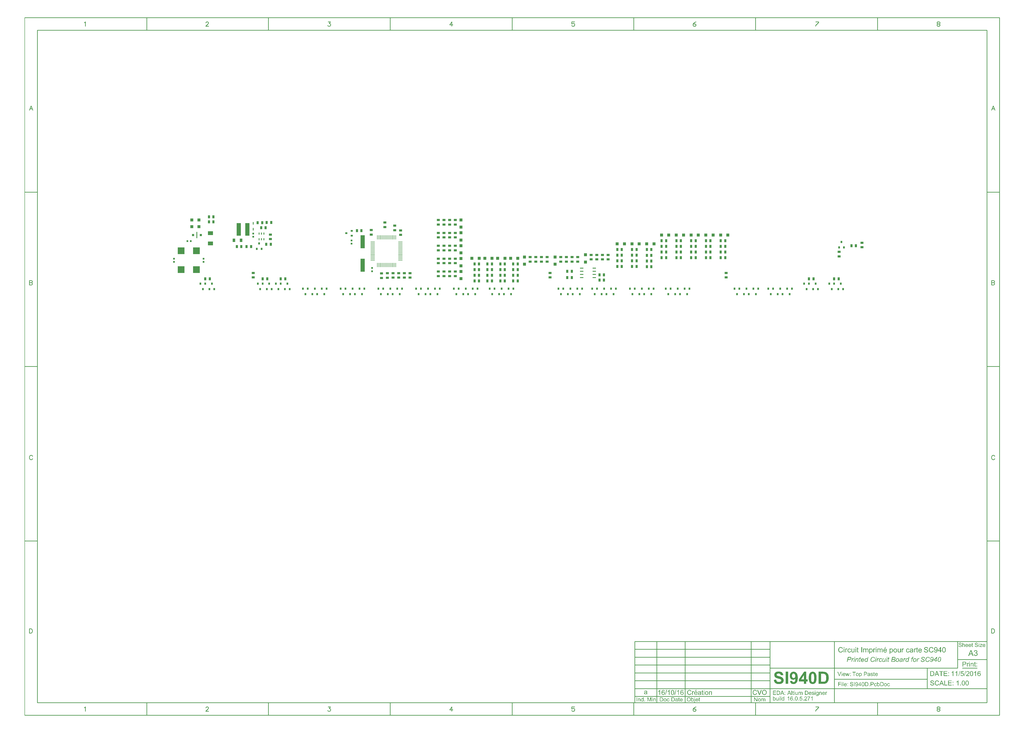
<source format=gtp>
G04 Layer_Color=8421504*
%FSLAX25Y25*%
%MOIN*%
G70*
G01*
G75*
%ADD19R,0.10630X0.10630*%
%ADD37C,0.01000*%
%ADD48C,0.00500*%
%ADD74R,0.04912X0.04518*%
%ADD75R,0.03000X0.02500*%
%ADD76R,0.02800X0.03400*%
%ADD77R,0.03700X0.05100*%
%ADD78R,0.03400X0.02800*%
%ADD79R,0.05100X0.03700*%
%ADD80R,0.04518X0.04912*%
%ADD81R,0.02500X0.03000*%
%ADD82R,0.06900X0.00700*%
%ADD83R,0.00700X0.06900*%
%ADD84R,0.08000X0.06000*%
%ADD85R,0.01800X0.10000*%
%ADD86R,0.03400X0.03400*%
%ADD87R,0.05700X0.01800*%
%ADD88R,0.07100X0.21000*%
%ADD89R,0.04100X0.05700*%
%ADD90R,0.07074X0.20066*%
%ADD91R,0.01800X0.04400*%
%ADD92R,0.01800X0.03800*%
G36*
X1263962Y-372636D02*
X1263171D01*
Y-371738D01*
X1263962D01*
Y-372636D01*
D02*
G37*
G36*
X1259687Y-371640D02*
X1259755D01*
X1259921Y-371660D01*
X1260116Y-371689D01*
X1260331Y-371728D01*
X1260546Y-371786D01*
X1260751Y-371865D01*
X1260760D01*
X1260770Y-371874D01*
X1260800Y-371884D01*
X1260839Y-371904D01*
X1260936Y-371962D01*
X1261063Y-372030D01*
X1261200Y-372128D01*
X1261336Y-372245D01*
X1261473Y-372382D01*
X1261590Y-372538D01*
X1261600Y-372557D01*
X1261639Y-372616D01*
X1261688Y-372714D01*
X1261736Y-372831D01*
X1261795Y-372977D01*
X1261854Y-373153D01*
X1261893Y-373338D01*
X1261912Y-373543D01*
X1261102Y-373602D01*
Y-373592D01*
Y-373573D01*
X1261092Y-373543D01*
X1261083Y-373504D01*
X1261063Y-373397D01*
X1261024Y-373260D01*
X1260966Y-373114D01*
X1260887Y-372967D01*
X1260780Y-372821D01*
X1260653Y-372694D01*
X1260634Y-372684D01*
X1260585Y-372645D01*
X1260497Y-372597D01*
X1260380Y-372538D01*
X1260224Y-372479D01*
X1260028Y-372431D01*
X1259804Y-372392D01*
X1259540Y-372382D01*
X1259414D01*
X1259355Y-372392D01*
X1259277D01*
X1259111Y-372421D01*
X1258926Y-372450D01*
X1258740Y-372499D01*
X1258564Y-372567D01*
X1258486Y-372616D01*
X1258418Y-372665D01*
X1258408Y-372675D01*
X1258369Y-372714D01*
X1258311Y-372772D01*
X1258252Y-372860D01*
X1258184Y-372958D01*
X1258135Y-373075D01*
X1258096Y-373202D01*
X1258076Y-373348D01*
Y-373368D01*
Y-373407D01*
X1258086Y-373475D01*
X1258106Y-373553D01*
X1258135Y-373641D01*
X1258184Y-373739D01*
X1258242Y-373826D01*
X1258321Y-373914D01*
X1258330Y-373924D01*
X1258379Y-373953D01*
X1258408Y-373973D01*
X1258447Y-374002D01*
X1258506Y-374022D01*
X1258574Y-374051D01*
X1258652Y-374090D01*
X1258740Y-374129D01*
X1258838Y-374158D01*
X1258955Y-374197D01*
X1259091Y-374246D01*
X1259238Y-374285D01*
X1259404Y-374324D01*
X1259589Y-374373D01*
X1259599D01*
X1259638Y-374383D01*
X1259687Y-374392D01*
X1259755Y-374412D01*
X1259843Y-374431D01*
X1259941Y-374461D01*
X1260155Y-374510D01*
X1260390Y-374578D01*
X1260624Y-374646D01*
X1260741Y-374675D01*
X1260839Y-374714D01*
X1260936Y-374753D01*
X1261014Y-374783D01*
X1261024D01*
X1261043Y-374793D01*
X1261063Y-374812D01*
X1261102Y-374832D01*
X1261200Y-374890D01*
X1261327Y-374958D01*
X1261463Y-375056D01*
X1261600Y-375173D01*
X1261727Y-375300D01*
X1261834Y-375437D01*
X1261844Y-375456D01*
X1261873Y-375505D01*
X1261922Y-375583D01*
X1261971Y-375700D01*
X1262020Y-375827D01*
X1262068Y-375983D01*
X1262098Y-376159D01*
X1262107Y-376344D01*
Y-376354D01*
Y-376364D01*
Y-376393D01*
Y-376432D01*
X1262088Y-376530D01*
X1262068Y-376657D01*
X1262039Y-376803D01*
X1261981Y-376969D01*
X1261912Y-377145D01*
X1261815Y-377311D01*
X1261805Y-377330D01*
X1261756Y-377389D01*
X1261697Y-377467D01*
X1261600Y-377564D01*
X1261483Y-377681D01*
X1261336Y-377799D01*
X1261161Y-377906D01*
X1260966Y-378013D01*
X1260956D01*
X1260936Y-378023D01*
X1260907Y-378033D01*
X1260868Y-378052D01*
X1260819Y-378072D01*
X1260760Y-378091D01*
X1260604Y-378131D01*
X1260429Y-378179D01*
X1260214Y-378218D01*
X1259989Y-378248D01*
X1259736Y-378257D01*
X1259589D01*
X1259521Y-378248D01*
X1259433D01*
X1259336Y-378238D01*
X1259228Y-378228D01*
X1259004Y-378199D01*
X1258760Y-378150D01*
X1258516Y-378091D01*
X1258282Y-378013D01*
X1258272D01*
X1258252Y-378004D01*
X1258223Y-377984D01*
X1258184Y-377965D01*
X1258076Y-377906D01*
X1257950Y-377818D01*
X1257793Y-377711D01*
X1257647Y-377584D01*
X1257491Y-377428D01*
X1257354Y-377252D01*
Y-377242D01*
X1257345Y-377233D01*
X1257325Y-377203D01*
X1257306Y-377164D01*
X1257276Y-377115D01*
X1257247Y-377057D01*
X1257188Y-376910D01*
X1257130Y-376745D01*
X1257071Y-376540D01*
X1257032Y-376325D01*
X1257013Y-376091D01*
X1257813Y-376022D01*
Y-376032D01*
Y-376042D01*
X1257823Y-376100D01*
X1257842Y-376188D01*
X1257862Y-376305D01*
X1257901Y-376432D01*
X1257940Y-376569D01*
X1257998Y-376696D01*
X1258067Y-376823D01*
X1258076Y-376832D01*
X1258106Y-376871D01*
X1258155Y-376930D01*
X1258233Y-376998D01*
X1258321Y-377076D01*
X1258428Y-377164D01*
X1258564Y-377242D01*
X1258711Y-377320D01*
X1258721D01*
X1258730Y-377330D01*
X1258789Y-377350D01*
X1258877Y-377379D01*
X1259004Y-377408D01*
X1259140Y-377447D01*
X1259316Y-377477D01*
X1259501Y-377496D01*
X1259697Y-377506D01*
X1259775D01*
X1259872Y-377496D01*
X1259980Y-377486D01*
X1260116Y-377477D01*
X1260253Y-377447D01*
X1260399Y-377418D01*
X1260546Y-377369D01*
X1260565Y-377359D01*
X1260604Y-377340D01*
X1260673Y-377311D01*
X1260751Y-377262D01*
X1260848Y-377203D01*
X1260936Y-377135D01*
X1261024Y-377057D01*
X1261102Y-376969D01*
X1261112Y-376959D01*
X1261131Y-376920D01*
X1261161Y-376871D01*
X1261200Y-376803D01*
X1261229Y-376725D01*
X1261258Y-376627D01*
X1261278Y-376530D01*
X1261287Y-376423D01*
Y-376413D01*
Y-376374D01*
X1261278Y-376315D01*
X1261268Y-376247D01*
X1261248Y-376159D01*
X1261209Y-376071D01*
X1261170Y-375983D01*
X1261112Y-375895D01*
X1261102Y-375886D01*
X1261083Y-375856D01*
X1261034Y-375817D01*
X1260975Y-375759D01*
X1260897Y-375700D01*
X1260800Y-375642D01*
X1260673Y-375573D01*
X1260536Y-375515D01*
X1260526Y-375505D01*
X1260487Y-375495D01*
X1260409Y-375476D01*
X1260360Y-375456D01*
X1260302Y-375437D01*
X1260224Y-375417D01*
X1260146Y-375398D01*
X1260048Y-375368D01*
X1259950Y-375339D01*
X1259833Y-375310D01*
X1259697Y-375281D01*
X1259550Y-375241D01*
X1259394Y-375202D01*
X1259384D01*
X1259355Y-375193D01*
X1259306Y-375183D01*
X1259248Y-375163D01*
X1259179Y-375144D01*
X1259101Y-375124D01*
X1258916Y-375076D01*
X1258711Y-375007D01*
X1258506Y-374939D01*
X1258321Y-374871D01*
X1258233Y-374841D01*
X1258164Y-374802D01*
X1258155D01*
X1258145Y-374793D01*
X1258086Y-374753D01*
X1258008Y-374705D01*
X1257911Y-374636D01*
X1257793Y-374549D01*
X1257686Y-374451D01*
X1257579Y-374334D01*
X1257481Y-374207D01*
X1257471Y-374187D01*
X1257442Y-374139D01*
X1257413Y-374070D01*
X1257374Y-373973D01*
X1257325Y-373856D01*
X1257296Y-373719D01*
X1257266Y-373563D01*
X1257257Y-373407D01*
Y-373397D01*
Y-373387D01*
Y-373358D01*
Y-373319D01*
X1257276Y-373231D01*
X1257296Y-373114D01*
X1257325Y-372967D01*
X1257374Y-372821D01*
X1257442Y-372655D01*
X1257530Y-372499D01*
Y-372489D01*
X1257540Y-372479D01*
X1257579Y-372431D01*
X1257647Y-372353D01*
X1257735Y-372255D01*
X1257842Y-372157D01*
X1257979Y-372050D01*
X1258145Y-371943D01*
X1258330Y-371855D01*
X1258340D01*
X1258350Y-371845D01*
X1258379Y-371835D01*
X1258428Y-371816D01*
X1258477Y-371806D01*
X1258535Y-371786D01*
X1258672Y-371738D01*
X1258848Y-371699D01*
X1259043Y-371669D01*
X1259267Y-371640D01*
X1259501Y-371630D01*
X1259619D01*
X1259687Y-371640D01*
D02*
G37*
G36*
X1233803D02*
X1233872D01*
X1234038Y-371660D01*
X1234233Y-371689D01*
X1234447Y-371728D01*
X1234662Y-371786D01*
X1234867Y-371865D01*
X1234877D01*
X1234887Y-371874D01*
X1234916Y-371884D01*
X1234955Y-371904D01*
X1235053Y-371962D01*
X1235180Y-372030D01*
X1235316Y-372128D01*
X1235453Y-372245D01*
X1235590Y-372382D01*
X1235707Y-372538D01*
X1235716Y-372557D01*
X1235755Y-372616D01*
X1235804Y-372714D01*
X1235853Y-372831D01*
X1235911Y-372977D01*
X1235970Y-373153D01*
X1236009Y-373338D01*
X1236029Y-373543D01*
X1235219Y-373602D01*
Y-373592D01*
Y-373573D01*
X1235209Y-373543D01*
X1235199Y-373504D01*
X1235180Y-373397D01*
X1235141Y-373260D01*
X1235082Y-373114D01*
X1235004Y-372967D01*
X1234896Y-372821D01*
X1234770Y-372694D01*
X1234750Y-372684D01*
X1234701Y-372645D01*
X1234614Y-372597D01*
X1234496Y-372538D01*
X1234340Y-372479D01*
X1234145Y-372431D01*
X1233920Y-372392D01*
X1233657Y-372382D01*
X1233530D01*
X1233471Y-372392D01*
X1233393D01*
X1233228Y-372421D01*
X1233042Y-372450D01*
X1232857Y-372499D01*
X1232681Y-372567D01*
X1232603Y-372616D01*
X1232535Y-372665D01*
X1232525Y-372675D01*
X1232486Y-372714D01*
X1232427Y-372772D01*
X1232369Y-372860D01*
X1232300Y-372958D01*
X1232251Y-373075D01*
X1232213Y-373202D01*
X1232193Y-373348D01*
Y-373368D01*
Y-373407D01*
X1232203Y-373475D01*
X1232222Y-373553D01*
X1232251Y-373641D01*
X1232300Y-373739D01*
X1232359Y-373826D01*
X1232437Y-373914D01*
X1232447Y-373924D01*
X1232495Y-373953D01*
X1232525Y-373973D01*
X1232564Y-374002D01*
X1232622Y-374022D01*
X1232691Y-374051D01*
X1232769Y-374090D01*
X1232857Y-374129D01*
X1232954Y-374158D01*
X1233071Y-374197D01*
X1233208Y-374246D01*
X1233354Y-374285D01*
X1233520Y-374324D01*
X1233706Y-374373D01*
X1233716D01*
X1233755Y-374383D01*
X1233803Y-374392D01*
X1233872Y-374412D01*
X1233959Y-374431D01*
X1234057Y-374461D01*
X1234272Y-374510D01*
X1234506Y-374578D01*
X1234740Y-374646D01*
X1234857Y-374675D01*
X1234955Y-374714D01*
X1235053Y-374753D01*
X1235131Y-374783D01*
X1235141D01*
X1235160Y-374793D01*
X1235180Y-374812D01*
X1235219Y-374832D01*
X1235316Y-374890D01*
X1235443Y-374958D01*
X1235580Y-375056D01*
X1235716Y-375173D01*
X1235843Y-375300D01*
X1235951Y-375437D01*
X1235960Y-375456D01*
X1235990Y-375505D01*
X1236038Y-375583D01*
X1236087Y-375700D01*
X1236136Y-375827D01*
X1236185Y-375983D01*
X1236214Y-376159D01*
X1236224Y-376344D01*
Y-376354D01*
Y-376364D01*
Y-376393D01*
Y-376432D01*
X1236204Y-376530D01*
X1236185Y-376657D01*
X1236156Y-376803D01*
X1236097Y-376969D01*
X1236029Y-377145D01*
X1235931Y-377311D01*
X1235921Y-377330D01*
X1235872Y-377389D01*
X1235814Y-377467D01*
X1235716Y-377564D01*
X1235599Y-377681D01*
X1235453Y-377799D01*
X1235277Y-377906D01*
X1235082Y-378013D01*
X1235072D01*
X1235053Y-378023D01*
X1235023Y-378033D01*
X1234984Y-378052D01*
X1234935Y-378072D01*
X1234877Y-378091D01*
X1234721Y-378131D01*
X1234545Y-378179D01*
X1234330Y-378218D01*
X1234106Y-378248D01*
X1233852Y-378257D01*
X1233706D01*
X1233637Y-378248D01*
X1233550D01*
X1233452Y-378238D01*
X1233345Y-378228D01*
X1233120Y-378199D01*
X1232876Y-378150D01*
X1232632Y-378091D01*
X1232398Y-378013D01*
X1232388D01*
X1232369Y-378004D01*
X1232339Y-377984D01*
X1232300Y-377965D01*
X1232193Y-377906D01*
X1232066Y-377818D01*
X1231910Y-377711D01*
X1231763Y-377584D01*
X1231607Y-377428D01*
X1231471Y-377252D01*
Y-377242D01*
X1231461Y-377233D01*
X1231441Y-377203D01*
X1231422Y-377164D01*
X1231393Y-377115D01*
X1231363Y-377057D01*
X1231305Y-376910D01*
X1231246Y-376745D01*
X1231188Y-376540D01*
X1231149Y-376325D01*
X1231129Y-376091D01*
X1231929Y-376022D01*
Y-376032D01*
Y-376042D01*
X1231939Y-376100D01*
X1231959Y-376188D01*
X1231978Y-376305D01*
X1232017Y-376432D01*
X1232056Y-376569D01*
X1232115Y-376696D01*
X1232183Y-376823D01*
X1232193Y-376832D01*
X1232222Y-376871D01*
X1232271Y-376930D01*
X1232349Y-376998D01*
X1232437Y-377076D01*
X1232544Y-377164D01*
X1232681Y-377242D01*
X1232827Y-377320D01*
X1232837D01*
X1232847Y-377330D01*
X1232905Y-377350D01*
X1232993Y-377379D01*
X1233120Y-377408D01*
X1233257Y-377447D01*
X1233432Y-377477D01*
X1233618Y-377496D01*
X1233813Y-377506D01*
X1233891D01*
X1233989Y-377496D01*
X1234096Y-377486D01*
X1234233Y-377477D01*
X1234369Y-377447D01*
X1234516Y-377418D01*
X1234662Y-377369D01*
X1234682Y-377359D01*
X1234721Y-377340D01*
X1234789Y-377311D01*
X1234867Y-377262D01*
X1234965Y-377203D01*
X1235053Y-377135D01*
X1235141Y-377057D01*
X1235219Y-376969D01*
X1235228Y-376959D01*
X1235248Y-376920D01*
X1235277Y-376871D01*
X1235316Y-376803D01*
X1235345Y-376725D01*
X1235375Y-376627D01*
X1235394Y-376530D01*
X1235404Y-376423D01*
Y-376413D01*
Y-376374D01*
X1235394Y-376315D01*
X1235384Y-376247D01*
X1235365Y-376159D01*
X1235326Y-376071D01*
X1235287Y-375983D01*
X1235228Y-375895D01*
X1235219Y-375886D01*
X1235199Y-375856D01*
X1235150Y-375817D01*
X1235092Y-375759D01*
X1235014Y-375700D01*
X1234916Y-375642D01*
X1234789Y-375573D01*
X1234653Y-375515D01*
X1234643Y-375505D01*
X1234604Y-375495D01*
X1234526Y-375476D01*
X1234477Y-375456D01*
X1234418Y-375437D01*
X1234340Y-375417D01*
X1234262Y-375398D01*
X1234165Y-375368D01*
X1234067Y-375339D01*
X1233950Y-375310D01*
X1233813Y-375281D01*
X1233667Y-375241D01*
X1233511Y-375202D01*
X1233501D01*
X1233471Y-375193D01*
X1233423Y-375183D01*
X1233364Y-375163D01*
X1233296Y-375144D01*
X1233218Y-375124D01*
X1233032Y-375076D01*
X1232827Y-375007D01*
X1232622Y-374939D01*
X1232437Y-374871D01*
X1232349Y-374841D01*
X1232281Y-374802D01*
X1232271D01*
X1232261Y-374793D01*
X1232203Y-374753D01*
X1232125Y-374705D01*
X1232027Y-374636D01*
X1231910Y-374549D01*
X1231803Y-374451D01*
X1231695Y-374334D01*
X1231598Y-374207D01*
X1231588Y-374187D01*
X1231559Y-374139D01*
X1231529Y-374070D01*
X1231490Y-373973D01*
X1231441Y-373856D01*
X1231412Y-373719D01*
X1231383Y-373563D01*
X1231373Y-373407D01*
Y-373397D01*
Y-373387D01*
Y-373358D01*
Y-373319D01*
X1231393Y-373231D01*
X1231412Y-373114D01*
X1231441Y-372967D01*
X1231490Y-372821D01*
X1231559Y-372655D01*
X1231646Y-372499D01*
Y-372489D01*
X1231656Y-372479D01*
X1231695Y-372431D01*
X1231763Y-372353D01*
X1231851Y-372255D01*
X1231959Y-372157D01*
X1232095Y-372050D01*
X1232261Y-371943D01*
X1232447Y-371855D01*
X1232456D01*
X1232466Y-371845D01*
X1232495Y-371835D01*
X1232544Y-371816D01*
X1232593Y-371806D01*
X1232652Y-371786D01*
X1232788Y-371738D01*
X1232964Y-371699D01*
X1233159Y-371669D01*
X1233384Y-371640D01*
X1233618Y-371630D01*
X1233735D01*
X1233803Y-371640D01*
D02*
G37*
G36*
X1268705Y-374022D02*
X1266187Y-376979D01*
X1265699Y-377525D01*
X1265748D01*
X1265787Y-377516D01*
X1265894Y-377506D01*
X1266021Y-377496D01*
X1266177D01*
X1266343Y-377486D01*
X1266695Y-377477D01*
X1268842D01*
Y-378150D01*
X1264733D01*
Y-377516D01*
X1267690Y-374109D01*
X1267602D01*
X1267514Y-374119D01*
X1267387D01*
X1267251Y-374129D01*
X1267105D01*
X1266948Y-374139D01*
X1264909D01*
Y-373504D01*
X1268705D01*
Y-374022D01*
D02*
G37*
G36*
X1263962Y-378150D02*
X1263171D01*
Y-373504D01*
X1263962D01*
Y-378150D01*
D02*
G37*
G36*
X1238068Y-374031D02*
X1238078Y-374022D01*
X1238098Y-374002D01*
X1238127Y-373973D01*
X1238166Y-373934D01*
X1238225Y-373885D01*
X1238283Y-373826D01*
X1238361Y-373778D01*
X1238449Y-373709D01*
X1238547Y-373651D01*
X1238644Y-373602D01*
X1238888Y-373495D01*
X1239015Y-373455D01*
X1239152Y-373426D01*
X1239298Y-373407D01*
X1239454Y-373397D01*
X1239542D01*
X1239640Y-373407D01*
X1239757Y-373426D01*
X1239894Y-373446D01*
X1240040Y-373485D01*
X1240196Y-373534D01*
X1240343Y-373602D01*
X1240362Y-373612D01*
X1240401Y-373641D01*
X1240469Y-373690D01*
X1240557Y-373748D01*
X1240645Y-373826D01*
X1240733Y-373924D01*
X1240821Y-374041D01*
X1240889Y-374168D01*
X1240899Y-374187D01*
X1240918Y-374236D01*
X1240938Y-374314D01*
X1240977Y-374431D01*
X1241006Y-374578D01*
X1241026Y-374763D01*
X1241045Y-374968D01*
X1241055Y-375212D01*
Y-378150D01*
X1240265D01*
Y-375202D01*
Y-375193D01*
Y-375173D01*
Y-375144D01*
Y-375105D01*
X1240255Y-375007D01*
X1240235Y-374871D01*
X1240196Y-374734D01*
X1240157Y-374597D01*
X1240089Y-374461D01*
X1240001Y-374344D01*
X1239991Y-374334D01*
X1239952Y-374305D01*
X1239894Y-374256D01*
X1239816Y-374207D01*
X1239718Y-374158D01*
X1239591Y-374109D01*
X1239454Y-374080D01*
X1239289Y-374070D01*
X1239230D01*
X1239162Y-374080D01*
X1239074Y-374090D01*
X1238976Y-374119D01*
X1238859Y-374148D01*
X1238742Y-374197D01*
X1238625Y-374256D01*
X1238615Y-374266D01*
X1238576Y-374285D01*
X1238527Y-374334D01*
X1238459Y-374383D01*
X1238391Y-374461D01*
X1238313Y-374539D01*
X1238254Y-374646D01*
X1238195Y-374753D01*
X1238186Y-374763D01*
X1238176Y-374812D01*
X1238156Y-374880D01*
X1238137Y-374978D01*
X1238107Y-375105D01*
X1238088Y-375251D01*
X1238078Y-375417D01*
X1238068Y-375612D01*
Y-378150D01*
X1237278D01*
Y-371738D01*
X1238068D01*
Y-374031D01*
D02*
G37*
G36*
X1253138Y-373504D02*
X1253928D01*
Y-374119D01*
X1253138D01*
Y-376842D01*
Y-376852D01*
Y-376891D01*
Y-376950D01*
X1253148Y-377018D01*
X1253158Y-377164D01*
X1253167Y-377223D01*
X1253177Y-377272D01*
X1253187Y-377291D01*
X1253206Y-377330D01*
X1253245Y-377379D01*
X1253304Y-377428D01*
X1253323Y-377437D01*
X1253372Y-377447D01*
X1253460Y-377467D01*
X1253577Y-377477D01*
X1253675D01*
X1253724Y-377467D01*
X1253782D01*
X1253928Y-377447D01*
X1254036Y-378140D01*
X1254016D01*
X1253977Y-378150D01*
X1253919Y-378160D01*
X1253831Y-378169D01*
X1253743Y-378189D01*
X1253645Y-378199D01*
X1253440Y-378209D01*
X1253372D01*
X1253294Y-378199D01*
X1253197Y-378189D01*
X1253089Y-378179D01*
X1252972Y-378150D01*
X1252865Y-378121D01*
X1252767Y-378082D01*
X1252757Y-378072D01*
X1252728Y-378052D01*
X1252689Y-378023D01*
X1252640Y-377984D01*
X1252582Y-377935D01*
X1252533Y-377877D01*
X1252474Y-377808D01*
X1252435Y-377730D01*
Y-377721D01*
X1252425Y-377681D01*
X1252406Y-377623D01*
X1252396Y-377525D01*
X1252377Y-377398D01*
X1252367Y-377330D01*
X1252357Y-377242D01*
Y-377145D01*
X1252347Y-377037D01*
Y-376920D01*
Y-376793D01*
Y-374119D01*
X1251762D01*
Y-373504D01*
X1252347D01*
Y-372362D01*
X1253138Y-371884D01*
Y-373504D01*
D02*
G37*
G36*
X1271692Y-373407D02*
X1271770Y-373416D01*
X1271867Y-373426D01*
X1271965Y-373446D01*
X1272082Y-373475D01*
X1272316Y-373553D01*
X1272443Y-373602D01*
X1272570Y-373670D01*
X1272697Y-373739D01*
X1272824Y-373826D01*
X1272941Y-373924D01*
X1273058Y-374041D01*
X1273068Y-374051D01*
X1273087Y-374070D01*
X1273117Y-374109D01*
X1273156Y-374158D01*
X1273195Y-374226D01*
X1273244Y-374305D01*
X1273302Y-374392D01*
X1273361Y-374500D01*
X1273409Y-374627D01*
X1273468Y-374753D01*
X1273517Y-374900D01*
X1273566Y-375066D01*
X1273595Y-375232D01*
X1273624Y-375417D01*
X1273644Y-375612D01*
X1273653Y-375827D01*
Y-375837D01*
Y-375876D01*
Y-375944D01*
X1273644Y-376032D01*
X1270189D01*
Y-376042D01*
Y-376061D01*
X1270198Y-376110D01*
Y-376159D01*
X1270208Y-376227D01*
X1270218Y-376296D01*
X1270257Y-376471D01*
X1270315Y-376657D01*
X1270384Y-376852D01*
X1270491Y-377047D01*
X1270618Y-377213D01*
X1270638Y-377233D01*
X1270686Y-377272D01*
X1270774Y-377340D01*
X1270882Y-377408D01*
X1271028Y-377486D01*
X1271194Y-377555D01*
X1271379Y-377594D01*
X1271584Y-377613D01*
X1271662D01*
X1271741Y-377603D01*
X1271838Y-377584D01*
X1271955Y-377555D01*
X1272082Y-377516D01*
X1272209Y-377467D01*
X1272326Y-377389D01*
X1272336Y-377379D01*
X1272375Y-377340D01*
X1272433Y-377291D01*
X1272502Y-377203D01*
X1272580Y-377106D01*
X1272658Y-376979D01*
X1272736Y-376823D01*
X1272814Y-376647D01*
X1273624Y-376754D01*
Y-376764D01*
X1273614Y-376784D01*
X1273605Y-376823D01*
X1273585Y-376871D01*
X1273566Y-376930D01*
X1273536Y-376998D01*
X1273458Y-377164D01*
X1273361Y-377340D01*
X1273244Y-377525D01*
X1273087Y-377711D01*
X1272912Y-377867D01*
X1272902D01*
X1272892Y-377887D01*
X1272863Y-377906D01*
X1272814Y-377925D01*
X1272765Y-377955D01*
X1272707Y-377994D01*
X1272638Y-378023D01*
X1272551Y-378062D01*
X1272365Y-378131D01*
X1272131Y-378199D01*
X1271877Y-378238D01*
X1271584Y-378257D01*
X1271487D01*
X1271418Y-378248D01*
X1271331Y-378238D01*
X1271233Y-378228D01*
X1271126Y-378209D01*
X1270999Y-378179D01*
X1270745Y-378101D01*
X1270608Y-378052D01*
X1270481Y-377994D01*
X1270345Y-377925D01*
X1270218Y-377838D01*
X1270091Y-377740D01*
X1269974Y-377633D01*
X1269964Y-377623D01*
X1269945Y-377603D01*
X1269915Y-377564D01*
X1269886Y-377516D01*
X1269837Y-377457D01*
X1269788Y-377379D01*
X1269730Y-377281D01*
X1269681Y-377174D01*
X1269623Y-377057D01*
X1269564Y-376930D01*
X1269515Y-376784D01*
X1269476Y-376627D01*
X1269437Y-376462D01*
X1269408Y-376276D01*
X1269388Y-376081D01*
X1269379Y-375876D01*
Y-375866D01*
Y-375827D01*
Y-375759D01*
X1269388Y-375681D01*
X1269398Y-375583D01*
X1269408Y-375466D01*
X1269427Y-375339D01*
X1269457Y-375202D01*
X1269525Y-374910D01*
X1269574Y-374763D01*
X1269632Y-374607D01*
X1269701Y-374461D01*
X1269779Y-374314D01*
X1269867Y-374178D01*
X1269974Y-374051D01*
X1269984Y-374041D01*
X1270003Y-374022D01*
X1270033Y-373992D01*
X1270081Y-373943D01*
X1270140Y-373895D01*
X1270218Y-373846D01*
X1270296Y-373787D01*
X1270394Y-373719D01*
X1270501Y-373660D01*
X1270618Y-373602D01*
X1270745Y-373553D01*
X1270891Y-373495D01*
X1271038Y-373455D01*
X1271194Y-373426D01*
X1271360Y-373407D01*
X1271535Y-373397D01*
X1271623D01*
X1271692Y-373407D01*
D02*
G37*
G36*
X1249292D02*
X1249371Y-373416D01*
X1249468Y-373426D01*
X1249566Y-373446D01*
X1249683Y-373475D01*
X1249917Y-373553D01*
X1250044Y-373602D01*
X1250171Y-373670D01*
X1250298Y-373739D01*
X1250425Y-373826D01*
X1250542Y-373924D01*
X1250659Y-374041D01*
X1250669Y-374051D01*
X1250688Y-374070D01*
X1250717Y-374109D01*
X1250756Y-374158D01*
X1250795Y-374226D01*
X1250844Y-374305D01*
X1250903Y-374392D01*
X1250961Y-374500D01*
X1251010Y-374627D01*
X1251069Y-374753D01*
X1251118Y-374900D01*
X1251166Y-375066D01*
X1251196Y-375232D01*
X1251225Y-375417D01*
X1251245Y-375612D01*
X1251254Y-375827D01*
Y-375837D01*
Y-375876D01*
Y-375944D01*
X1251245Y-376032D01*
X1247789D01*
Y-376042D01*
Y-376061D01*
X1247799Y-376110D01*
Y-376159D01*
X1247809Y-376227D01*
X1247819Y-376296D01*
X1247858Y-376471D01*
X1247916Y-376657D01*
X1247985Y-376852D01*
X1248092Y-377047D01*
X1248219Y-377213D01*
X1248238Y-377233D01*
X1248287Y-377272D01*
X1248375Y-377340D01*
X1248482Y-377408D01*
X1248629Y-377486D01*
X1248795Y-377555D01*
X1248980Y-377594D01*
X1249185Y-377613D01*
X1249263D01*
X1249341Y-377603D01*
X1249439Y-377584D01*
X1249556Y-377555D01*
X1249683Y-377516D01*
X1249810Y-377467D01*
X1249927Y-377389D01*
X1249937Y-377379D01*
X1249976Y-377340D01*
X1250034Y-377291D01*
X1250103Y-377203D01*
X1250181Y-377106D01*
X1250259Y-376979D01*
X1250337Y-376823D01*
X1250415Y-376647D01*
X1251225Y-376754D01*
Y-376764D01*
X1251215Y-376784D01*
X1251206Y-376823D01*
X1251186Y-376871D01*
X1251166Y-376930D01*
X1251137Y-376998D01*
X1251059Y-377164D01*
X1250961Y-377340D01*
X1250844Y-377525D01*
X1250688Y-377711D01*
X1250513Y-377867D01*
X1250503D01*
X1250493Y-377887D01*
X1250464Y-377906D01*
X1250415Y-377925D01*
X1250366Y-377955D01*
X1250307Y-377994D01*
X1250239Y-378023D01*
X1250151Y-378062D01*
X1249966Y-378131D01*
X1249732Y-378199D01*
X1249478Y-378238D01*
X1249185Y-378257D01*
X1249088D01*
X1249019Y-378248D01*
X1248931Y-378238D01*
X1248834Y-378228D01*
X1248726Y-378209D01*
X1248600Y-378179D01*
X1248346Y-378101D01*
X1248209Y-378052D01*
X1248082Y-377994D01*
X1247946Y-377925D01*
X1247819Y-377838D01*
X1247692Y-377740D01*
X1247575Y-377633D01*
X1247565Y-377623D01*
X1247545Y-377603D01*
X1247516Y-377564D01*
X1247487Y-377516D01*
X1247438Y-377457D01*
X1247389Y-377379D01*
X1247331Y-377281D01*
X1247282Y-377174D01*
X1247223Y-377057D01*
X1247165Y-376930D01*
X1247116Y-376784D01*
X1247077Y-376627D01*
X1247038Y-376462D01*
X1247009Y-376276D01*
X1246989Y-376081D01*
X1246979Y-375876D01*
Y-375866D01*
Y-375827D01*
Y-375759D01*
X1246989Y-375681D01*
X1246999Y-375583D01*
X1247009Y-375466D01*
X1247028Y-375339D01*
X1247058Y-375202D01*
X1247126Y-374910D01*
X1247175Y-374763D01*
X1247233Y-374607D01*
X1247301Y-374461D01*
X1247379Y-374314D01*
X1247467Y-374178D01*
X1247575Y-374051D01*
X1247585Y-374041D01*
X1247604Y-374022D01*
X1247633Y-373992D01*
X1247682Y-373943D01*
X1247741Y-373895D01*
X1247819Y-373846D01*
X1247897Y-373787D01*
X1247994Y-373719D01*
X1248102Y-373660D01*
X1248219Y-373602D01*
X1248346Y-373553D01*
X1248492Y-373495D01*
X1248639Y-373455D01*
X1248795Y-373426D01*
X1248961Y-373407D01*
X1249136Y-373397D01*
X1249224D01*
X1249292Y-373407D01*
D02*
G37*
G36*
X1244315D02*
X1244393Y-373416D01*
X1244491Y-373426D01*
X1244588Y-373446D01*
X1244705Y-373475D01*
X1244940Y-373553D01*
X1245066Y-373602D01*
X1245193Y-373670D01*
X1245320Y-373739D01*
X1245447Y-373826D01*
X1245564Y-373924D01*
X1245681Y-374041D01*
X1245691Y-374051D01*
X1245711Y-374070D01*
X1245740Y-374109D01*
X1245779Y-374158D01*
X1245818Y-374226D01*
X1245867Y-374305D01*
X1245925Y-374392D01*
X1245984Y-374500D01*
X1246033Y-374627D01*
X1246091Y-374753D01*
X1246140Y-374900D01*
X1246189Y-375066D01*
X1246218Y-375232D01*
X1246247Y-375417D01*
X1246267Y-375612D01*
X1246277Y-375827D01*
Y-375837D01*
Y-375876D01*
Y-375944D01*
X1246267Y-376032D01*
X1242812D01*
Y-376042D01*
Y-376061D01*
X1242822Y-376110D01*
Y-376159D01*
X1242831Y-376227D01*
X1242841Y-376296D01*
X1242880Y-376471D01*
X1242939Y-376657D01*
X1243007Y-376852D01*
X1243114Y-377047D01*
X1243241Y-377213D01*
X1243261Y-377233D01*
X1243310Y-377272D01*
X1243398Y-377340D01*
X1243505Y-377408D01*
X1243651Y-377486D01*
X1243817Y-377555D01*
X1244003Y-377594D01*
X1244207Y-377613D01*
X1244286D01*
X1244364Y-377603D01*
X1244461Y-377584D01*
X1244578Y-377555D01*
X1244705Y-377516D01*
X1244832Y-377467D01*
X1244949Y-377389D01*
X1244959Y-377379D01*
X1244998Y-377340D01*
X1245057Y-377291D01*
X1245125Y-377203D01*
X1245203Y-377106D01*
X1245281Y-376979D01*
X1245359Y-376823D01*
X1245437Y-376647D01*
X1246247Y-376754D01*
Y-376764D01*
X1246238Y-376784D01*
X1246228Y-376823D01*
X1246208Y-376871D01*
X1246189Y-376930D01*
X1246159Y-376998D01*
X1246082Y-377164D01*
X1245984Y-377340D01*
X1245867Y-377525D01*
X1245711Y-377711D01*
X1245535Y-377867D01*
X1245525D01*
X1245515Y-377887D01*
X1245486Y-377906D01*
X1245437Y-377925D01*
X1245389Y-377955D01*
X1245330Y-377994D01*
X1245262Y-378023D01*
X1245174Y-378062D01*
X1244988Y-378131D01*
X1244754Y-378199D01*
X1244500Y-378238D01*
X1244207Y-378257D01*
X1244110D01*
X1244042Y-378248D01*
X1243954Y-378238D01*
X1243856Y-378228D01*
X1243749Y-378209D01*
X1243622Y-378179D01*
X1243368Y-378101D01*
X1243231Y-378052D01*
X1243105Y-377994D01*
X1242968Y-377925D01*
X1242841Y-377838D01*
X1242714Y-377740D01*
X1242597Y-377633D01*
X1242587Y-377623D01*
X1242568Y-377603D01*
X1242539Y-377564D01*
X1242509Y-377516D01*
X1242461Y-377457D01*
X1242412Y-377379D01*
X1242353Y-377281D01*
X1242304Y-377174D01*
X1242246Y-377057D01*
X1242187Y-376930D01*
X1242138Y-376784D01*
X1242099Y-376627D01*
X1242060Y-376462D01*
X1242031Y-376276D01*
X1242012Y-376081D01*
X1242002Y-375876D01*
Y-375866D01*
Y-375827D01*
Y-375759D01*
X1242012Y-375681D01*
X1242021Y-375583D01*
X1242031Y-375466D01*
X1242051Y-375339D01*
X1242080Y-375202D01*
X1242148Y-374910D01*
X1242197Y-374763D01*
X1242255Y-374607D01*
X1242324Y-374461D01*
X1242402Y-374314D01*
X1242490Y-374178D01*
X1242597Y-374051D01*
X1242607Y-374041D01*
X1242626Y-374022D01*
X1242656Y-373992D01*
X1242704Y-373943D01*
X1242763Y-373895D01*
X1242841Y-373846D01*
X1242919Y-373787D01*
X1243017Y-373719D01*
X1243124Y-373660D01*
X1243241Y-373602D01*
X1243368Y-373553D01*
X1243515Y-373495D01*
X1243661Y-373455D01*
X1243817Y-373426D01*
X1243983Y-373407D01*
X1244159Y-373397D01*
X1244247D01*
X1244315Y-373407D01*
D02*
G37*
G36*
X1100588Y-379730D02*
X1099560D01*
Y-378563D01*
X1100588D01*
Y-379730D01*
D02*
G37*
G36*
X1068254D02*
X1067226D01*
Y-378563D01*
X1068254D01*
Y-379730D01*
D02*
G37*
G36*
X1049498D02*
X1048470D01*
Y-378563D01*
X1049498D01*
Y-379730D01*
D02*
G37*
G36*
X1114319Y-380111D02*
X1113468D01*
X1114230Y-378525D01*
X1115575D01*
X1114319Y-380111D01*
D02*
G37*
G36*
X1179606Y-378436D02*
X1179695D01*
X1179911Y-378461D01*
X1180165Y-378499D01*
X1180444Y-378550D01*
X1180723Y-378626D01*
X1180989Y-378728D01*
X1181002D01*
X1181015Y-378740D01*
X1181053Y-378753D01*
X1181104Y-378778D01*
X1181231Y-378854D01*
X1181396Y-378943D01*
X1181573Y-379070D01*
X1181751Y-379223D01*
X1181929Y-379400D01*
X1182081Y-379603D01*
X1182093Y-379629D01*
X1182144Y-379705D01*
X1182208Y-379832D01*
X1182271Y-379984D01*
X1182347Y-380174D01*
X1182423Y-380403D01*
X1182474Y-380644D01*
X1182500Y-380910D01*
X1181446Y-380986D01*
Y-380974D01*
Y-380948D01*
X1181433Y-380910D01*
X1181421Y-380860D01*
X1181396Y-380720D01*
X1181345Y-380542D01*
X1181269Y-380352D01*
X1181167Y-380162D01*
X1181028Y-379971D01*
X1180863Y-379806D01*
X1180837Y-379794D01*
X1180774Y-379743D01*
X1180659Y-379679D01*
X1180507Y-379603D01*
X1180304Y-379527D01*
X1180050Y-379464D01*
X1179758Y-379413D01*
X1179416Y-379400D01*
X1179251D01*
X1179175Y-379413D01*
X1179073D01*
X1178858Y-379451D01*
X1178616Y-379489D01*
X1178375Y-379553D01*
X1178147Y-379641D01*
X1178045Y-379705D01*
X1177956Y-379768D01*
X1177944Y-379781D01*
X1177893Y-379832D01*
X1177817Y-379908D01*
X1177741Y-380022D01*
X1177652Y-380149D01*
X1177588Y-380301D01*
X1177538Y-380466D01*
X1177512Y-380657D01*
Y-380682D01*
Y-380733D01*
X1177525Y-380821D01*
X1177550Y-380923D01*
X1177588Y-381037D01*
X1177652Y-381164D01*
X1177728Y-381278D01*
X1177830Y-381393D01*
X1177842Y-381405D01*
X1177906Y-381443D01*
X1177944Y-381469D01*
X1177995Y-381507D01*
X1178071Y-381532D01*
X1178160Y-381570D01*
X1178261Y-381621D01*
X1178375Y-381672D01*
X1178502Y-381710D01*
X1178654Y-381761D01*
X1178832Y-381824D01*
X1179023Y-381875D01*
X1179238Y-381926D01*
X1179479Y-381989D01*
X1179492D01*
X1179543Y-382002D01*
X1179606Y-382014D01*
X1179695Y-382040D01*
X1179809Y-382065D01*
X1179936Y-382103D01*
X1180215Y-382167D01*
X1180520Y-382256D01*
X1180824Y-382344D01*
X1180977Y-382382D01*
X1181104Y-382433D01*
X1181231Y-382484D01*
X1181332Y-382522D01*
X1181345D01*
X1181370Y-382535D01*
X1181396Y-382560D01*
X1181446Y-382585D01*
X1181573Y-382662D01*
X1181738Y-382750D01*
X1181916Y-382877D01*
X1182093Y-383030D01*
X1182258Y-383194D01*
X1182398Y-383372D01*
X1182411Y-383398D01*
X1182449Y-383461D01*
X1182512Y-383562D01*
X1182576Y-383715D01*
X1182639Y-383880D01*
X1182703Y-384083D01*
X1182741Y-384311D01*
X1182753Y-384552D01*
Y-384565D01*
Y-384578D01*
Y-384616D01*
Y-384667D01*
X1182728Y-384793D01*
X1182703Y-384958D01*
X1182664Y-385149D01*
X1182588Y-385365D01*
X1182500Y-385593D01*
X1182373Y-385809D01*
X1182360Y-385834D01*
X1182296Y-385910D01*
X1182220Y-386012D01*
X1182093Y-386139D01*
X1181941Y-386291D01*
X1181751Y-386443D01*
X1181522Y-386583D01*
X1181269Y-386722D01*
X1181256D01*
X1181231Y-386735D01*
X1181192Y-386748D01*
X1181142Y-386773D01*
X1181078Y-386799D01*
X1181002Y-386824D01*
X1180799Y-386875D01*
X1180571Y-386938D01*
X1180291Y-386989D01*
X1180000Y-387027D01*
X1179670Y-387040D01*
X1179479D01*
X1179391Y-387027D01*
X1179276D01*
X1179149Y-387014D01*
X1179010Y-387001D01*
X1178718Y-386964D01*
X1178401Y-386900D01*
X1178083Y-386824D01*
X1177779Y-386722D01*
X1177766D01*
X1177741Y-386710D01*
X1177703Y-386684D01*
X1177652Y-386659D01*
X1177512Y-386583D01*
X1177347Y-386469D01*
X1177144Y-386329D01*
X1176954Y-386164D01*
X1176751Y-385961D01*
X1176573Y-385733D01*
Y-385720D01*
X1176561Y-385707D01*
X1176535Y-385669D01*
X1176510Y-385618D01*
X1176472Y-385555D01*
X1176434Y-385479D01*
X1176358Y-385288D01*
X1176281Y-385073D01*
X1176205Y-384806D01*
X1176155Y-384527D01*
X1176129Y-384222D01*
X1177170Y-384134D01*
Y-384146D01*
Y-384159D01*
X1177182Y-384235D01*
X1177208Y-384349D01*
X1177233Y-384502D01*
X1177284Y-384667D01*
X1177335Y-384844D01*
X1177411Y-385009D01*
X1177500Y-385174D01*
X1177512Y-385187D01*
X1177550Y-385238D01*
X1177614Y-385314D01*
X1177715Y-385403D01*
X1177830Y-385504D01*
X1177969Y-385618D01*
X1178147Y-385720D01*
X1178337Y-385821D01*
X1178350D01*
X1178363Y-385834D01*
X1178439Y-385859D01*
X1178553Y-385897D01*
X1178718Y-385936D01*
X1178896Y-385986D01*
X1179124Y-386024D01*
X1179365Y-386050D01*
X1179619Y-386063D01*
X1179720D01*
X1179847Y-386050D01*
X1179987Y-386037D01*
X1180165Y-386024D01*
X1180342Y-385986D01*
X1180533Y-385948D01*
X1180723Y-385885D01*
X1180748Y-385872D01*
X1180799Y-385847D01*
X1180888Y-385809D01*
X1180989Y-385745D01*
X1181116Y-385669D01*
X1181231Y-385580D01*
X1181345Y-385479D01*
X1181446Y-385365D01*
X1181459Y-385352D01*
X1181484Y-385301D01*
X1181522Y-385238D01*
X1181573Y-385149D01*
X1181611Y-385047D01*
X1181649Y-384920D01*
X1181675Y-384793D01*
X1181687Y-384654D01*
Y-384641D01*
Y-384590D01*
X1181675Y-384514D01*
X1181662Y-384425D01*
X1181637Y-384311D01*
X1181586Y-384197D01*
X1181535Y-384083D01*
X1181459Y-383969D01*
X1181446Y-383956D01*
X1181421Y-383918D01*
X1181357Y-383867D01*
X1181281Y-383791D01*
X1181180Y-383715D01*
X1181053Y-383639D01*
X1180888Y-383550D01*
X1180710Y-383474D01*
X1180698Y-383461D01*
X1180647Y-383448D01*
X1180545Y-383423D01*
X1180482Y-383398D01*
X1180406Y-383372D01*
X1180304Y-383347D01*
X1180203Y-383321D01*
X1180076Y-383283D01*
X1179949Y-383245D01*
X1179797Y-383207D01*
X1179619Y-383169D01*
X1179428Y-383118D01*
X1179226Y-383068D01*
X1179213D01*
X1179175Y-383055D01*
X1179111Y-383042D01*
X1179035Y-383017D01*
X1178946Y-382992D01*
X1178845Y-382966D01*
X1178604Y-382903D01*
X1178337Y-382814D01*
X1178071Y-382725D01*
X1177830Y-382636D01*
X1177715Y-382598D01*
X1177627Y-382547D01*
X1177614D01*
X1177601Y-382535D01*
X1177525Y-382484D01*
X1177423Y-382420D01*
X1177297Y-382332D01*
X1177144Y-382217D01*
X1177005Y-382090D01*
X1176865Y-381938D01*
X1176738Y-381773D01*
X1176726Y-381748D01*
X1176688Y-381684D01*
X1176649Y-381596D01*
X1176599Y-381469D01*
X1176535Y-381316D01*
X1176497Y-381139D01*
X1176459Y-380936D01*
X1176446Y-380733D01*
Y-380720D01*
Y-380707D01*
Y-380669D01*
Y-380618D01*
X1176472Y-380504D01*
X1176497Y-380352D01*
X1176535Y-380162D01*
X1176599Y-379971D01*
X1176688Y-379755D01*
X1176802Y-379553D01*
Y-379540D01*
X1176814Y-379527D01*
X1176865Y-379464D01*
X1176954Y-379362D01*
X1177068Y-379235D01*
X1177208Y-379108D01*
X1177385Y-378969D01*
X1177601Y-378829D01*
X1177842Y-378715D01*
X1177855D01*
X1177868Y-378702D01*
X1177906Y-378690D01*
X1177969Y-378664D01*
X1178033Y-378651D01*
X1178109Y-378626D01*
X1178286Y-378563D01*
X1178515Y-378512D01*
X1178769Y-378474D01*
X1179060Y-378436D01*
X1179365Y-378423D01*
X1179517D01*
X1179606Y-378436D01*
D02*
G37*
G36*
X1188083D02*
X1188185Y-378449D01*
X1188311Y-378461D01*
X1188451Y-378474D01*
X1188603Y-378499D01*
X1188933Y-378575D01*
X1189289Y-378690D01*
X1189466Y-378766D01*
X1189644Y-378854D01*
X1189809Y-378956D01*
X1189974Y-379070D01*
X1189987Y-379083D01*
X1190012Y-379096D01*
X1190050Y-379134D01*
X1190114Y-379185D01*
X1190177Y-379248D01*
X1190266Y-379337D01*
X1190355Y-379426D01*
X1190443Y-379527D01*
X1190545Y-379654D01*
X1190634Y-379781D01*
X1190735Y-379933D01*
X1190837Y-380098D01*
X1190926Y-380263D01*
X1191014Y-380453D01*
X1191167Y-380860D01*
X1190075Y-381113D01*
Y-381101D01*
X1190063Y-381075D01*
X1190050Y-381025D01*
X1190025Y-380961D01*
X1189987Y-380885D01*
X1189948Y-380796D01*
X1189860Y-380606D01*
X1189746Y-380390D01*
X1189593Y-380162D01*
X1189428Y-379959D01*
X1189225Y-379781D01*
X1189200Y-379768D01*
X1189124Y-379717D01*
X1189009Y-379654D01*
X1188844Y-379565D01*
X1188654Y-379489D01*
X1188413Y-379426D01*
X1188147Y-379375D01*
X1187842Y-379362D01*
X1187753D01*
X1187690Y-379375D01*
X1187601D01*
X1187512Y-379387D01*
X1187284Y-379426D01*
X1187030Y-379476D01*
X1186763Y-379565D01*
X1186497Y-379679D01*
X1186243Y-379832D01*
X1186230D01*
X1186218Y-379857D01*
X1186141Y-379921D01*
X1186027Y-380022D01*
X1185888Y-380162D01*
X1185748Y-380339D01*
X1185596Y-380542D01*
X1185456Y-380796D01*
X1185342Y-381075D01*
Y-381088D01*
X1185329Y-381113D01*
X1185317Y-381151D01*
X1185304Y-381215D01*
X1185279Y-381278D01*
X1185266Y-381367D01*
X1185215Y-381570D01*
X1185164Y-381811D01*
X1185126Y-382078D01*
X1185101Y-382370D01*
X1185088Y-382674D01*
Y-382687D01*
Y-382725D01*
Y-382776D01*
Y-382852D01*
X1185101Y-382941D01*
Y-383055D01*
X1185114Y-383169D01*
X1185126Y-383296D01*
X1185164Y-383588D01*
X1185215Y-383905D01*
X1185291Y-384222D01*
X1185393Y-384527D01*
Y-384540D01*
X1185406Y-384565D01*
X1185431Y-384603D01*
X1185456Y-384654D01*
X1185520Y-384806D01*
X1185621Y-384971D01*
X1185761Y-385174D01*
X1185926Y-385365D01*
X1186116Y-385555D01*
X1186345Y-385720D01*
X1186357D01*
X1186370Y-385733D01*
X1186408Y-385758D01*
X1186459Y-385783D01*
X1186598Y-385834D01*
X1186776Y-385910D01*
X1186979Y-385974D01*
X1187220Y-386037D01*
X1187487Y-386088D01*
X1187766Y-386101D01*
X1187855D01*
X1187918Y-386088D01*
X1187994D01*
X1188096Y-386075D01*
X1188311Y-386037D01*
X1188553Y-385974D01*
X1188819Y-385872D01*
X1189073Y-385745D01*
X1189327Y-385567D01*
X1189339Y-385555D01*
X1189352Y-385542D01*
X1189428Y-385466D01*
X1189542Y-385339D01*
X1189682Y-385174D01*
X1189822Y-384946D01*
X1189974Y-384679D01*
X1190101Y-384349D01*
X1190202Y-383981D01*
X1191306Y-384261D01*
Y-384273D01*
X1191294Y-384324D01*
X1191268Y-384387D01*
X1191243Y-384489D01*
X1191192Y-384590D01*
X1191141Y-384730D01*
X1191091Y-384870D01*
X1191014Y-385022D01*
X1190849Y-385365D01*
X1190621Y-385707D01*
X1190367Y-386037D01*
X1190215Y-386189D01*
X1190050Y-386329D01*
X1190037Y-386342D01*
X1190012Y-386354D01*
X1189961Y-386392D01*
X1189885Y-386443D01*
X1189796Y-386494D01*
X1189695Y-386557D01*
X1189581Y-386621D01*
X1189441Y-386684D01*
X1189289Y-386748D01*
X1189124Y-386811D01*
X1188933Y-386875D01*
X1188743Y-386925D01*
X1188324Y-387014D01*
X1188096Y-387027D01*
X1187855Y-387040D01*
X1187728D01*
X1187626Y-387027D01*
X1187512D01*
X1187385Y-387014D01*
X1187233Y-386989D01*
X1187081Y-386976D01*
X1186725Y-386900D01*
X1186357Y-386811D01*
X1186002Y-386672D01*
X1185824Y-386595D01*
X1185659Y-386494D01*
X1185647Y-386481D01*
X1185621Y-386469D01*
X1185583Y-386431D01*
X1185520Y-386392D01*
X1185367Y-386265D01*
X1185190Y-386088D01*
X1184974Y-385872D01*
X1184771Y-385593D01*
X1184555Y-385276D01*
X1184378Y-384908D01*
Y-384895D01*
X1184365Y-384857D01*
X1184340Y-384806D01*
X1184314Y-384730D01*
X1184276Y-384629D01*
X1184238Y-384514D01*
X1184200Y-384387D01*
X1184162Y-384235D01*
X1184124Y-384083D01*
X1184086Y-383905D01*
X1184010Y-383524D01*
X1183959Y-383118D01*
X1183946Y-382674D01*
Y-382662D01*
Y-382611D01*
Y-382547D01*
X1183959Y-382458D01*
Y-382344D01*
X1183972Y-382205D01*
X1183984Y-382065D01*
X1184010Y-381900D01*
X1184073Y-381545D01*
X1184149Y-381164D01*
X1184276Y-380771D01*
X1184441Y-380403D01*
Y-380390D01*
X1184466Y-380365D01*
X1184492Y-380314D01*
X1184530Y-380238D01*
X1184581Y-380162D01*
X1184644Y-380073D01*
X1184809Y-379857D01*
X1184999Y-379616D01*
X1185241Y-379375D01*
X1185532Y-379134D01*
X1185850Y-378931D01*
X1185862D01*
X1185888Y-378905D01*
X1185938Y-378880D01*
X1186015Y-378854D01*
X1186091Y-378817D01*
X1186192Y-378766D01*
X1186319Y-378728D01*
X1186446Y-378677D01*
X1186586Y-378626D01*
X1186738Y-378588D01*
X1187081Y-378499D01*
X1187461Y-378449D01*
X1187867Y-378423D01*
X1187994D01*
X1188083Y-378436D01*
D02*
G37*
G36*
X1044016D02*
X1044118Y-378449D01*
X1044244Y-378461D01*
X1044384Y-378474D01*
X1044536Y-378499D01*
X1044866Y-378575D01*
X1045222Y-378690D01*
X1045399Y-378766D01*
X1045577Y-378854D01*
X1045742Y-378956D01*
X1045907Y-379070D01*
X1045920Y-379083D01*
X1045945Y-379096D01*
X1045983Y-379134D01*
X1046047Y-379185D01*
X1046110Y-379248D01*
X1046199Y-379337D01*
X1046288Y-379426D01*
X1046376Y-379527D01*
X1046478Y-379654D01*
X1046567Y-379781D01*
X1046668Y-379933D01*
X1046770Y-380098D01*
X1046859Y-380263D01*
X1046947Y-380453D01*
X1047100Y-380860D01*
X1046008Y-381113D01*
Y-381101D01*
X1045996Y-381075D01*
X1045983Y-381025D01*
X1045958Y-380961D01*
X1045920Y-380885D01*
X1045881Y-380796D01*
X1045793Y-380606D01*
X1045679Y-380390D01*
X1045526Y-380162D01*
X1045361Y-379959D01*
X1045158Y-379781D01*
X1045133Y-379768D01*
X1045057Y-379717D01*
X1044942Y-379654D01*
X1044777Y-379565D01*
X1044587Y-379489D01*
X1044346Y-379426D01*
X1044079Y-379375D01*
X1043775Y-379362D01*
X1043686D01*
X1043623Y-379375D01*
X1043534D01*
X1043445Y-379387D01*
X1043217Y-379426D01*
X1042963Y-379476D01*
X1042696Y-379565D01*
X1042430Y-379679D01*
X1042176Y-379832D01*
X1042163D01*
X1042151Y-379857D01*
X1042074Y-379921D01*
X1041960Y-380022D01*
X1041821Y-380162D01*
X1041681Y-380339D01*
X1041529Y-380542D01*
X1041389Y-380796D01*
X1041275Y-381075D01*
Y-381088D01*
X1041262Y-381113D01*
X1041250Y-381151D01*
X1041237Y-381215D01*
X1041212Y-381278D01*
X1041199Y-381367D01*
X1041148Y-381570D01*
X1041097Y-381811D01*
X1041059Y-382078D01*
X1041034Y-382370D01*
X1041021Y-382674D01*
Y-382687D01*
Y-382725D01*
Y-382776D01*
Y-382852D01*
X1041034Y-382941D01*
Y-383055D01*
X1041047Y-383169D01*
X1041059Y-383296D01*
X1041097Y-383588D01*
X1041148Y-383905D01*
X1041224Y-384222D01*
X1041326Y-384527D01*
Y-384540D01*
X1041339Y-384565D01*
X1041364Y-384603D01*
X1041389Y-384654D01*
X1041453Y-384806D01*
X1041554Y-384971D01*
X1041694Y-385174D01*
X1041859Y-385365D01*
X1042049Y-385555D01*
X1042278Y-385720D01*
X1042290D01*
X1042303Y-385733D01*
X1042341Y-385758D01*
X1042392Y-385783D01*
X1042531Y-385834D01*
X1042709Y-385910D01*
X1042912Y-385974D01*
X1043153Y-386037D01*
X1043420Y-386088D01*
X1043699Y-386101D01*
X1043788D01*
X1043851Y-386088D01*
X1043927D01*
X1044029Y-386075D01*
X1044244Y-386037D01*
X1044486Y-385974D01*
X1044752Y-385872D01*
X1045006Y-385745D01*
X1045260Y-385567D01*
X1045272Y-385555D01*
X1045285Y-385542D01*
X1045361Y-385466D01*
X1045475Y-385339D01*
X1045615Y-385174D01*
X1045755Y-384946D01*
X1045907Y-384679D01*
X1046034Y-384349D01*
X1046135Y-383981D01*
X1047239Y-384261D01*
Y-384273D01*
X1047227Y-384324D01*
X1047201Y-384387D01*
X1047176Y-384489D01*
X1047125Y-384590D01*
X1047074Y-384730D01*
X1047024Y-384870D01*
X1046947Y-385022D01*
X1046782Y-385365D01*
X1046554Y-385707D01*
X1046300Y-386037D01*
X1046148Y-386189D01*
X1045983Y-386329D01*
X1045970Y-386342D01*
X1045945Y-386354D01*
X1045894Y-386392D01*
X1045818Y-386443D01*
X1045729Y-386494D01*
X1045628Y-386557D01*
X1045514Y-386621D01*
X1045374Y-386684D01*
X1045222Y-386748D01*
X1045057Y-386811D01*
X1044866Y-386875D01*
X1044676Y-386925D01*
X1044257Y-387014D01*
X1044029Y-387027D01*
X1043788Y-387040D01*
X1043661D01*
X1043559Y-387027D01*
X1043445D01*
X1043318Y-387014D01*
X1043166Y-386989D01*
X1043014Y-386976D01*
X1042658Y-386900D01*
X1042290Y-386811D01*
X1041935Y-386672D01*
X1041757Y-386595D01*
X1041592Y-386494D01*
X1041580Y-386481D01*
X1041554Y-386469D01*
X1041516Y-386431D01*
X1041453Y-386392D01*
X1041300Y-386265D01*
X1041123Y-386088D01*
X1040907Y-385872D01*
X1040704Y-385593D01*
X1040488Y-385276D01*
X1040311Y-384908D01*
Y-384895D01*
X1040298Y-384857D01*
X1040273Y-384806D01*
X1040247Y-384730D01*
X1040209Y-384629D01*
X1040171Y-384514D01*
X1040133Y-384387D01*
X1040095Y-384235D01*
X1040057Y-384083D01*
X1040019Y-383905D01*
X1039943Y-383524D01*
X1039892Y-383118D01*
X1039879Y-382674D01*
Y-382662D01*
Y-382611D01*
Y-382547D01*
X1039892Y-382458D01*
Y-382344D01*
X1039904Y-382205D01*
X1039917Y-382065D01*
X1039943Y-381900D01*
X1040006Y-381545D01*
X1040082Y-381164D01*
X1040209Y-380771D01*
X1040374Y-380403D01*
Y-380390D01*
X1040399Y-380365D01*
X1040425Y-380314D01*
X1040463Y-380238D01*
X1040514Y-380162D01*
X1040577Y-380073D01*
X1040742Y-379857D01*
X1040932Y-379616D01*
X1041173Y-379375D01*
X1041465Y-379134D01*
X1041783Y-378931D01*
X1041795D01*
X1041821Y-378905D01*
X1041871Y-378880D01*
X1041948Y-378854D01*
X1042024Y-378817D01*
X1042125Y-378766D01*
X1042252Y-378728D01*
X1042379Y-378677D01*
X1042519Y-378626D01*
X1042671Y-378588D01*
X1043014Y-378499D01*
X1043394Y-378449D01*
X1043800Y-378423D01*
X1043927D01*
X1044016Y-378436D01*
D02*
G37*
G36*
X1124496Y-380745D02*
X1124674Y-380771D01*
X1124889Y-380821D01*
X1125118Y-380885D01*
X1125346Y-380986D01*
X1125575Y-381126D01*
X1125587D01*
X1125600Y-381139D01*
X1125676Y-381202D01*
X1125778Y-381291D01*
X1125917Y-381418D01*
X1126057Y-381570D01*
X1126209Y-381773D01*
X1126349Y-381989D01*
X1126476Y-382256D01*
Y-382268D01*
X1126488Y-382294D01*
X1126501Y-382332D01*
X1126526Y-382382D01*
X1126552Y-382446D01*
X1126577Y-382535D01*
X1126628Y-382725D01*
X1126679Y-382966D01*
X1126729Y-383233D01*
X1126768Y-383524D01*
X1126780Y-383842D01*
Y-383854D01*
Y-383880D01*
Y-383930D01*
Y-383994D01*
X1126768Y-384083D01*
Y-384172D01*
X1126742Y-384400D01*
X1126691Y-384654D01*
X1126641Y-384933D01*
X1126552Y-385225D01*
X1126438Y-385517D01*
Y-385529D01*
X1126425Y-385555D01*
X1126400Y-385593D01*
X1126374Y-385644D01*
X1126298Y-385771D01*
X1126196Y-385936D01*
X1126057Y-386113D01*
X1125892Y-386304D01*
X1125702Y-386481D01*
X1125473Y-386646D01*
X1125461D01*
X1125448Y-386659D01*
X1125410Y-386684D01*
X1125359Y-386710D01*
X1125232Y-386773D01*
X1125067Y-386837D01*
X1124864Y-386913D01*
X1124648Y-386976D01*
X1124395Y-387027D01*
X1124141Y-387040D01*
X1124052D01*
X1123963Y-387027D01*
X1123836Y-387014D01*
X1123697Y-386989D01*
X1123544Y-386951D01*
X1123379Y-386900D01*
X1123227Y-386837D01*
X1123214Y-386824D01*
X1123164Y-386799D01*
X1123088Y-386748D01*
X1122999Y-386684D01*
X1122884Y-386608D01*
X1122783Y-386519D01*
X1122669Y-386405D01*
X1122567Y-386291D01*
Y-389210D01*
X1121539D01*
Y-380860D01*
X1122478D01*
Y-381646D01*
X1122491Y-381621D01*
X1122529Y-381570D01*
X1122605Y-381494D01*
X1122694Y-381393D01*
X1122796Y-381278D01*
X1122923Y-381164D01*
X1123062Y-381050D01*
X1123214Y-380961D01*
X1123240Y-380948D01*
X1123291Y-380923D01*
X1123379Y-380885D01*
X1123493Y-380834D01*
X1123646Y-380796D01*
X1123811Y-380758D01*
X1124001Y-380733D01*
X1124217Y-380720D01*
X1124344D01*
X1124496Y-380745D01*
D02*
G37*
G36*
X1092162D02*
X1092340Y-380771D01*
X1092555Y-380821D01*
X1092784Y-380885D01*
X1093012Y-380986D01*
X1093241Y-381126D01*
X1093253D01*
X1093266Y-381139D01*
X1093342Y-381202D01*
X1093444Y-381291D01*
X1093583Y-381418D01*
X1093723Y-381570D01*
X1093875Y-381773D01*
X1094015Y-381989D01*
X1094142Y-382256D01*
Y-382268D01*
X1094154Y-382294D01*
X1094167Y-382332D01*
X1094192Y-382382D01*
X1094218Y-382446D01*
X1094243Y-382535D01*
X1094294Y-382725D01*
X1094345Y-382966D01*
X1094395Y-383233D01*
X1094433Y-383524D01*
X1094446Y-383842D01*
Y-383854D01*
Y-383880D01*
Y-383930D01*
Y-383994D01*
X1094433Y-384083D01*
Y-384172D01*
X1094408Y-384400D01*
X1094357Y-384654D01*
X1094306Y-384933D01*
X1094218Y-385225D01*
X1094104Y-385517D01*
Y-385529D01*
X1094091Y-385555D01*
X1094065Y-385593D01*
X1094040Y-385644D01*
X1093964Y-385771D01*
X1093862Y-385936D01*
X1093723Y-386113D01*
X1093558Y-386304D01*
X1093367Y-386481D01*
X1093139Y-386646D01*
X1093126D01*
X1093114Y-386659D01*
X1093076Y-386684D01*
X1093025Y-386710D01*
X1092898Y-386773D01*
X1092733Y-386837D01*
X1092530Y-386913D01*
X1092314Y-386976D01*
X1092060Y-387027D01*
X1091807Y-387040D01*
X1091718D01*
X1091629Y-387027D01*
X1091502Y-387014D01*
X1091362Y-386989D01*
X1091210Y-386951D01*
X1091045Y-386900D01*
X1090893Y-386837D01*
X1090880Y-386824D01*
X1090829Y-386799D01*
X1090753Y-386748D01*
X1090664Y-386684D01*
X1090550Y-386608D01*
X1090449Y-386519D01*
X1090335Y-386405D01*
X1090233Y-386291D01*
Y-389210D01*
X1089205D01*
Y-380860D01*
X1090144D01*
Y-381646D01*
X1090157Y-381621D01*
X1090195Y-381570D01*
X1090271Y-381494D01*
X1090360Y-381393D01*
X1090462Y-381278D01*
X1090588Y-381164D01*
X1090728Y-381050D01*
X1090880Y-380961D01*
X1090906Y-380948D01*
X1090956Y-380923D01*
X1091045Y-380885D01*
X1091159Y-380834D01*
X1091312Y-380796D01*
X1091477Y-380758D01*
X1091667Y-380733D01*
X1091883Y-380720D01*
X1092010D01*
X1092162Y-380745D01*
D02*
G37*
G36*
X1162769Y-380733D02*
X1162909Y-380758D01*
X1163061Y-380809D01*
X1163239Y-380860D01*
X1163429Y-380948D01*
X1163632Y-381063D01*
X1163264Y-382002D01*
X1163251Y-381989D01*
X1163200Y-381964D01*
X1163124Y-381926D01*
X1163036Y-381887D01*
X1162921Y-381849D01*
X1162794Y-381811D01*
X1162655Y-381786D01*
X1162515Y-381773D01*
X1162465D01*
X1162401Y-381786D01*
X1162312Y-381799D01*
X1162223Y-381824D01*
X1162122Y-381862D01*
X1162020Y-381913D01*
X1161919Y-381976D01*
X1161906Y-381989D01*
X1161881Y-382014D01*
X1161830Y-382065D01*
X1161779Y-382129D01*
X1161716Y-382205D01*
X1161652Y-382306D01*
X1161602Y-382420D01*
X1161551Y-382547D01*
X1161538Y-382573D01*
X1161526Y-382636D01*
X1161500Y-382750D01*
X1161475Y-382903D01*
X1161437Y-383080D01*
X1161411Y-383283D01*
X1161399Y-383499D01*
X1161386Y-383740D01*
Y-386900D01*
X1160358D01*
Y-380860D01*
X1161284D01*
Y-381761D01*
X1161297Y-381748D01*
X1161348Y-381672D01*
X1161411Y-381557D01*
X1161487Y-381431D01*
X1161589Y-381291D01*
X1161703Y-381151D01*
X1161805Y-381025D01*
X1161919Y-380936D01*
X1161932Y-380923D01*
X1161970Y-380898D01*
X1162033Y-380872D01*
X1162122Y-380821D01*
X1162211Y-380783D01*
X1162325Y-380758D01*
X1162452Y-380733D01*
X1162579Y-380720D01*
X1162668D01*
X1162769Y-380733D01*
D02*
G37*
G36*
X1143366D02*
X1143506Y-380758D01*
X1143658Y-380809D01*
X1143836Y-380860D01*
X1144026Y-380948D01*
X1144229Y-381063D01*
X1143861Y-382002D01*
X1143848Y-381989D01*
X1143797Y-381964D01*
X1143721Y-381926D01*
X1143633Y-381887D01*
X1143518Y-381849D01*
X1143392Y-381811D01*
X1143252Y-381786D01*
X1143112Y-381773D01*
X1143062D01*
X1142998Y-381786D01*
X1142909Y-381799D01*
X1142820Y-381824D01*
X1142719Y-381862D01*
X1142617Y-381913D01*
X1142516Y-381976D01*
X1142503Y-381989D01*
X1142478Y-382014D01*
X1142427Y-382065D01*
X1142376Y-382129D01*
X1142313Y-382205D01*
X1142249Y-382306D01*
X1142199Y-382420D01*
X1142148Y-382547D01*
X1142135Y-382573D01*
X1142122Y-382636D01*
X1142097Y-382750D01*
X1142072Y-382903D01*
X1142034Y-383080D01*
X1142008Y-383283D01*
X1141996Y-383499D01*
X1141983Y-383740D01*
Y-386900D01*
X1140955D01*
Y-380860D01*
X1141881D01*
Y-381761D01*
X1141894Y-381748D01*
X1141945Y-381672D01*
X1142008Y-381557D01*
X1142084Y-381431D01*
X1142186Y-381291D01*
X1142300Y-381151D01*
X1142402Y-381025D01*
X1142516Y-380936D01*
X1142529Y-380923D01*
X1142567Y-380898D01*
X1142630Y-380872D01*
X1142719Y-380821D01*
X1142808Y-380783D01*
X1142922Y-380758D01*
X1143049Y-380733D01*
X1143176Y-380720D01*
X1143265D01*
X1143366Y-380733D01*
D02*
G37*
G36*
X1098088D02*
X1098228Y-380758D01*
X1098380Y-380809D01*
X1098558Y-380860D01*
X1098748Y-380948D01*
X1098951Y-381063D01*
X1098583Y-382002D01*
X1098570Y-381989D01*
X1098520Y-381964D01*
X1098444Y-381926D01*
X1098355Y-381887D01*
X1098240Y-381849D01*
X1098114Y-381811D01*
X1097974Y-381786D01*
X1097834Y-381773D01*
X1097784D01*
X1097720Y-381786D01*
X1097631Y-381799D01*
X1097542Y-381824D01*
X1097441Y-381862D01*
X1097340Y-381913D01*
X1097238Y-381976D01*
X1097225Y-381989D01*
X1097200Y-382014D01*
X1097149Y-382065D01*
X1097098Y-382129D01*
X1097035Y-382205D01*
X1096971Y-382306D01*
X1096921Y-382420D01*
X1096870Y-382547D01*
X1096857Y-382573D01*
X1096844Y-382636D01*
X1096819Y-382750D01*
X1096794Y-382903D01*
X1096756Y-383080D01*
X1096730Y-383283D01*
X1096718Y-383499D01*
X1096705Y-383740D01*
Y-386900D01*
X1095677D01*
Y-380860D01*
X1096603D01*
Y-381761D01*
X1096616Y-381748D01*
X1096667Y-381672D01*
X1096730Y-381557D01*
X1096807Y-381431D01*
X1096908Y-381291D01*
X1097022Y-381151D01*
X1097124Y-381025D01*
X1097238Y-380936D01*
X1097251Y-380923D01*
X1097289Y-380898D01*
X1097352Y-380872D01*
X1097441Y-380821D01*
X1097530Y-380783D01*
X1097644Y-380758D01*
X1097771Y-380733D01*
X1097898Y-380720D01*
X1097987D01*
X1098088Y-380733D01*
D02*
G37*
G36*
X1053457D02*
X1053597Y-380758D01*
X1053749Y-380809D01*
X1053927Y-380860D01*
X1054117Y-380948D01*
X1054320Y-381063D01*
X1053952Y-382002D01*
X1053940Y-381989D01*
X1053889Y-381964D01*
X1053813Y-381926D01*
X1053724Y-381887D01*
X1053610Y-381849D01*
X1053483Y-381811D01*
X1053343Y-381786D01*
X1053204Y-381773D01*
X1053153D01*
X1053089Y-381786D01*
X1053001Y-381799D01*
X1052912Y-381824D01*
X1052810Y-381862D01*
X1052709Y-381913D01*
X1052607Y-381976D01*
X1052594Y-381989D01*
X1052569Y-382014D01*
X1052518Y-382065D01*
X1052468Y-382129D01*
X1052404Y-382205D01*
X1052341Y-382306D01*
X1052290Y-382420D01*
X1052239Y-382547D01*
X1052227Y-382573D01*
X1052214Y-382636D01*
X1052188Y-382750D01*
X1052163Y-382903D01*
X1052125Y-383080D01*
X1052100Y-383283D01*
X1052087Y-383499D01*
X1052074Y-383740D01*
Y-386900D01*
X1051046D01*
Y-380860D01*
X1051973D01*
Y-381761D01*
X1051985Y-381748D01*
X1052036Y-381672D01*
X1052100Y-381557D01*
X1052176Y-381431D01*
X1052277Y-381291D01*
X1052392Y-381151D01*
X1052493Y-381025D01*
X1052607Y-380936D01*
X1052620Y-380923D01*
X1052658Y-380898D01*
X1052721Y-380872D01*
X1052810Y-380821D01*
X1052899Y-380783D01*
X1053013Y-380758D01*
X1053140Y-380733D01*
X1053267Y-380720D01*
X1053356D01*
X1053457Y-380733D01*
D02*
G37*
G36*
X1108621D02*
X1108697D01*
X1108786Y-380745D01*
X1108976Y-380783D01*
X1109205Y-380847D01*
X1109433Y-380936D01*
X1109649Y-381063D01*
X1109852Y-381228D01*
X1109877Y-381253D01*
X1109928Y-381316D01*
X1110004Y-381443D01*
X1110106Y-381608D01*
X1110194Y-381824D01*
X1110271Y-382078D01*
X1110321Y-382395D01*
X1110347Y-382573D01*
Y-382763D01*
Y-386900D01*
X1109319D01*
Y-383106D01*
Y-383093D01*
Y-383080D01*
Y-383004D01*
Y-382890D01*
X1109306Y-382763D01*
X1109281Y-382471D01*
X1109255Y-382332D01*
X1109217Y-382217D01*
Y-382205D01*
X1109192Y-382167D01*
X1109167Y-382116D01*
X1109128Y-382052D01*
X1109078Y-381989D01*
X1109014Y-381913D01*
X1108938Y-381837D01*
X1108849Y-381773D01*
X1108837Y-381761D01*
X1108799Y-381748D01*
X1108748Y-381722D01*
X1108684Y-381684D01*
X1108595Y-381659D01*
X1108481Y-381634D01*
X1108367Y-381621D01*
X1108240Y-381608D01*
X1108139D01*
X1108012Y-381634D01*
X1107872Y-381659D01*
X1107707Y-381710D01*
X1107530Y-381786D01*
X1107339Y-381900D01*
X1107174Y-382040D01*
X1107162Y-382065D01*
X1107111Y-382116D01*
X1107047Y-382217D01*
X1106971Y-382370D01*
X1106882Y-382560D01*
X1106819Y-382788D01*
X1106768Y-383068D01*
X1106755Y-383398D01*
Y-386900D01*
X1105727D01*
Y-382979D01*
Y-382966D01*
Y-382953D01*
Y-382915D01*
Y-382865D01*
X1105715Y-382738D01*
X1105702Y-382598D01*
X1105664Y-382420D01*
X1105626Y-382256D01*
X1105563Y-382090D01*
X1105474Y-381951D01*
X1105461Y-381938D01*
X1105423Y-381900D01*
X1105372Y-381837D01*
X1105283Y-381773D01*
X1105169Y-381722D01*
X1105030Y-381659D01*
X1104865Y-381621D01*
X1104662Y-381608D01*
X1104585D01*
X1104509Y-381621D01*
X1104395Y-381634D01*
X1104281Y-381659D01*
X1104141Y-381710D01*
X1104002Y-381761D01*
X1103862Y-381837D01*
X1103849Y-381849D01*
X1103799Y-381875D01*
X1103735Y-381938D01*
X1103659Y-382002D01*
X1103570Y-382103D01*
X1103481Y-382217D01*
X1103405Y-382357D01*
X1103329Y-382509D01*
X1103316Y-382535D01*
X1103304Y-382585D01*
X1103278Y-382687D01*
X1103253Y-382826D01*
X1103215Y-383004D01*
X1103189Y-383220D01*
X1103177Y-383474D01*
X1103164Y-383766D01*
Y-386900D01*
X1102136D01*
Y-380860D01*
X1103050D01*
Y-381710D01*
X1103063Y-381684D01*
X1103101Y-381634D01*
X1103164Y-381557D01*
X1103253Y-381456D01*
X1103354Y-381342D01*
X1103481Y-381228D01*
X1103634Y-381101D01*
X1103799Y-380999D01*
X1103824Y-380986D01*
X1103887Y-380961D01*
X1103989Y-380910D01*
X1104116Y-380860D01*
X1104281Y-380809D01*
X1104459Y-380758D01*
X1104674Y-380733D01*
X1104890Y-380720D01*
X1105004D01*
X1105131Y-380733D01*
X1105283Y-380758D01*
X1105448Y-380783D01*
X1105639Y-380834D01*
X1105816Y-380910D01*
X1105981Y-380999D01*
X1106007Y-381012D01*
X1106057Y-381050D01*
X1106134Y-381113D01*
X1106223Y-381202D01*
X1106324Y-381316D01*
X1106425Y-381443D01*
X1106514Y-381608D01*
X1106590Y-381786D01*
X1106603Y-381773D01*
X1106629Y-381735D01*
X1106667Y-381684D01*
X1106717Y-381621D01*
X1106793Y-381532D01*
X1106882Y-381443D01*
X1106984Y-381354D01*
X1107098Y-381253D01*
X1107225Y-381151D01*
X1107365Y-381063D01*
X1107695Y-380885D01*
X1107872Y-380821D01*
X1108062Y-380771D01*
X1108253Y-380733D01*
X1108469Y-380720D01*
X1108557D01*
X1108621Y-380733D01*
D02*
G37*
G36*
X1085995D02*
X1086071D01*
X1086160Y-380745D01*
X1086350Y-380783D01*
X1086578Y-380847D01*
X1086807Y-380936D01*
X1087022Y-381063D01*
X1087226Y-381228D01*
X1087251Y-381253D01*
X1087302Y-381316D01*
X1087378Y-381443D01*
X1087479Y-381608D01*
X1087568Y-381824D01*
X1087644Y-382078D01*
X1087695Y-382395D01*
X1087720Y-382573D01*
Y-382763D01*
Y-386900D01*
X1086693D01*
Y-383106D01*
Y-383093D01*
Y-383080D01*
Y-383004D01*
Y-382890D01*
X1086680Y-382763D01*
X1086654Y-382471D01*
X1086629Y-382332D01*
X1086591Y-382217D01*
Y-382205D01*
X1086566Y-382167D01*
X1086540Y-382116D01*
X1086502Y-382052D01*
X1086451Y-381989D01*
X1086388Y-381913D01*
X1086312Y-381837D01*
X1086223Y-381773D01*
X1086210Y-381761D01*
X1086172Y-381748D01*
X1086121Y-381722D01*
X1086058Y-381684D01*
X1085969Y-381659D01*
X1085855Y-381634D01*
X1085741Y-381621D01*
X1085614Y-381608D01*
X1085512D01*
X1085386Y-381634D01*
X1085246Y-381659D01*
X1085081Y-381710D01*
X1084903Y-381786D01*
X1084713Y-381900D01*
X1084548Y-382040D01*
X1084535Y-382065D01*
X1084484Y-382116D01*
X1084421Y-382217D01*
X1084345Y-382370D01*
X1084256Y-382560D01*
X1084193Y-382788D01*
X1084142Y-383068D01*
X1084129Y-383398D01*
Y-386900D01*
X1083101D01*
Y-382979D01*
Y-382966D01*
Y-382953D01*
Y-382915D01*
Y-382865D01*
X1083089Y-382738D01*
X1083076Y-382598D01*
X1083038Y-382420D01*
X1083000Y-382256D01*
X1082936Y-382090D01*
X1082847Y-381951D01*
X1082835Y-381938D01*
X1082797Y-381900D01*
X1082746Y-381837D01*
X1082657Y-381773D01*
X1082543Y-381722D01*
X1082403Y-381659D01*
X1082238Y-381621D01*
X1082035Y-381608D01*
X1081959D01*
X1081883Y-381621D01*
X1081769Y-381634D01*
X1081655Y-381659D01*
X1081515Y-381710D01*
X1081375Y-381761D01*
X1081236Y-381837D01*
X1081223Y-381849D01*
X1081172Y-381875D01*
X1081109Y-381938D01*
X1081033Y-382002D01*
X1080944Y-382103D01*
X1080855Y-382217D01*
X1080779Y-382357D01*
X1080703Y-382509D01*
X1080690Y-382535D01*
X1080678Y-382585D01*
X1080652Y-382687D01*
X1080627Y-382826D01*
X1080589Y-383004D01*
X1080563Y-383220D01*
X1080551Y-383474D01*
X1080538Y-383766D01*
Y-386900D01*
X1079510D01*
Y-380860D01*
X1080424D01*
Y-381710D01*
X1080436Y-381684D01*
X1080474Y-381634D01*
X1080538Y-381557D01*
X1080627Y-381456D01*
X1080728Y-381342D01*
X1080855Y-381228D01*
X1081007Y-381101D01*
X1081172Y-380999D01*
X1081198Y-380986D01*
X1081261Y-380961D01*
X1081363Y-380910D01*
X1081490Y-380860D01*
X1081655Y-380809D01*
X1081832Y-380758D01*
X1082048Y-380733D01*
X1082264Y-380720D01*
X1082378D01*
X1082505Y-380733D01*
X1082657Y-380758D01*
X1082822Y-380783D01*
X1083012Y-380834D01*
X1083190Y-380910D01*
X1083355Y-380999D01*
X1083381Y-381012D01*
X1083431Y-381050D01*
X1083507Y-381113D01*
X1083596Y-381202D01*
X1083698Y-381316D01*
X1083799Y-381443D01*
X1083888Y-381608D01*
X1083964Y-381786D01*
X1083977Y-381773D01*
X1084002Y-381735D01*
X1084040Y-381684D01*
X1084091Y-381621D01*
X1084167Y-381532D01*
X1084256Y-381443D01*
X1084358Y-381354D01*
X1084472Y-381253D01*
X1084599Y-381151D01*
X1084738Y-381063D01*
X1085068Y-380885D01*
X1085246Y-380821D01*
X1085436Y-380771D01*
X1085627Y-380733D01*
X1085842Y-380720D01*
X1085931D01*
X1085995Y-380733D01*
D02*
G37*
G36*
X1150663D02*
X1150752D01*
X1150840Y-380745D01*
X1151069Y-380783D01*
X1151323Y-380847D01*
X1151602Y-380936D01*
X1151868Y-381063D01*
X1152110Y-381228D01*
X1152122D01*
X1152135Y-381253D01*
X1152211Y-381316D01*
X1152312Y-381431D01*
X1152439Y-381583D01*
X1152579Y-381786D01*
X1152706Y-382027D01*
X1152820Y-382319D01*
X1152909Y-382636D01*
X1151919Y-382788D01*
Y-382776D01*
X1151906Y-382763D01*
X1151894Y-382687D01*
X1151856Y-382585D01*
X1151805Y-382446D01*
X1151729Y-382294D01*
X1151640Y-382141D01*
X1151538Y-382002D01*
X1151412Y-381875D01*
X1151399Y-381862D01*
X1151348Y-381824D01*
X1151272Y-381773D01*
X1151170Y-381710D01*
X1151044Y-381659D01*
X1150904Y-381608D01*
X1150726Y-381570D01*
X1150549Y-381557D01*
X1150473D01*
X1150422Y-381570D01*
X1150282Y-381583D01*
X1150105Y-381621D01*
X1149901Y-381697D01*
X1149698Y-381799D01*
X1149483Y-381926D01*
X1149381Y-382014D01*
X1149292Y-382116D01*
X1149267Y-382141D01*
X1149254Y-382179D01*
X1149216Y-382217D01*
X1149178Y-382281D01*
X1149140Y-382357D01*
X1149102Y-382446D01*
X1149064Y-382547D01*
X1149013Y-382662D01*
X1148975Y-382788D01*
X1148937Y-382941D01*
X1148899Y-383093D01*
X1148861Y-383271D01*
X1148848Y-383461D01*
X1148823Y-383664D01*
Y-383880D01*
Y-383892D01*
Y-383930D01*
Y-383994D01*
X1148835Y-384083D01*
Y-384184D01*
X1148848Y-384298D01*
X1148886Y-384552D01*
X1148937Y-384844D01*
X1149013Y-385149D01*
X1149127Y-385415D01*
X1149203Y-385542D01*
X1149280Y-385656D01*
X1149305Y-385682D01*
X1149368Y-385745D01*
X1149470Y-385834D01*
X1149610Y-385923D01*
X1149774Y-386024D01*
X1149990Y-386113D01*
X1150219Y-386177D01*
X1150346Y-386189D01*
X1150485Y-386202D01*
X1150587D01*
X1150701Y-386177D01*
X1150840Y-386151D01*
X1150993Y-386113D01*
X1151170Y-386050D01*
X1151335Y-385961D01*
X1151488Y-385834D01*
X1151500Y-385821D01*
X1151551Y-385758D01*
X1151627Y-385682D01*
X1151703Y-385555D01*
X1151792Y-385390D01*
X1151881Y-385199D01*
X1151957Y-384958D01*
X1152008Y-384692D01*
X1153010Y-384832D01*
Y-384844D01*
X1152998Y-384882D01*
X1152985Y-384933D01*
X1152972Y-384997D01*
X1152947Y-385085D01*
X1152922Y-385187D01*
X1152845Y-385428D01*
X1152731Y-385682D01*
X1152579Y-385961D01*
X1152389Y-386215D01*
X1152160Y-386456D01*
X1152148D01*
X1152135Y-386481D01*
X1152097Y-386507D01*
X1152046Y-386545D01*
X1151970Y-386595D01*
X1151894Y-386646D01*
X1151703Y-386748D01*
X1151462Y-386849D01*
X1151170Y-386951D01*
X1150853Y-387014D01*
X1150675Y-387027D01*
X1150498Y-387040D01*
X1150384D01*
X1150295Y-387027D01*
X1150193Y-387014D01*
X1150066Y-387001D01*
X1149940Y-386976D01*
X1149787Y-386938D01*
X1149470Y-386849D01*
X1149305Y-386773D01*
X1149140Y-386697D01*
X1148975Y-386608D01*
X1148823Y-386507D01*
X1148670Y-386380D01*
X1148518Y-386240D01*
X1148505Y-386227D01*
X1148480Y-386202D01*
X1148455Y-386151D01*
X1148404Y-386088D01*
X1148341Y-385999D01*
X1148277Y-385897D01*
X1148214Y-385783D01*
X1148150Y-385644D01*
X1148074Y-385491D01*
X1148011Y-385314D01*
X1147947Y-385123D01*
X1147884Y-384908D01*
X1147833Y-384692D01*
X1147808Y-384438D01*
X1147782Y-384184D01*
X1147770Y-383905D01*
Y-383892D01*
Y-383867D01*
Y-383804D01*
Y-383740D01*
X1147782Y-383651D01*
Y-383562D01*
X1147808Y-383321D01*
X1147846Y-383055D01*
X1147909Y-382776D01*
X1147985Y-382471D01*
X1148087Y-382192D01*
Y-382179D01*
X1148100Y-382154D01*
X1148125Y-382116D01*
X1148150Y-382065D01*
X1148226Y-381938D01*
X1148328Y-381773D01*
X1148468Y-381596D01*
X1148632Y-381418D01*
X1148835Y-381240D01*
X1149064Y-381088D01*
X1149077D01*
X1149089Y-381075D01*
X1149127Y-381050D01*
X1149178Y-381025D01*
X1149318Y-380974D01*
X1149495Y-380898D01*
X1149698Y-380834D01*
X1149952Y-380771D01*
X1150219Y-380733D01*
X1150498Y-380720D01*
X1150599D01*
X1150663Y-380733D01*
D02*
G37*
G36*
X1057518D02*
X1057607D01*
X1057696Y-380745D01*
X1057924Y-380783D01*
X1058178Y-380847D01*
X1058457Y-380936D01*
X1058724Y-381063D01*
X1058965Y-381228D01*
X1058978D01*
X1058990Y-381253D01*
X1059066Y-381316D01*
X1059168Y-381431D01*
X1059295Y-381583D01*
X1059434Y-381786D01*
X1059561Y-382027D01*
X1059676Y-382319D01*
X1059764Y-382636D01*
X1058774Y-382788D01*
Y-382776D01*
X1058762Y-382763D01*
X1058749Y-382687D01*
X1058711Y-382585D01*
X1058660Y-382446D01*
X1058584Y-382294D01*
X1058495Y-382141D01*
X1058394Y-382002D01*
X1058267Y-381875D01*
X1058254Y-381862D01*
X1058204Y-381824D01*
X1058127Y-381773D01*
X1058026Y-381710D01*
X1057899Y-381659D01*
X1057759Y-381608D01*
X1057582Y-381570D01*
X1057404Y-381557D01*
X1057328D01*
X1057277Y-381570D01*
X1057137Y-381583D01*
X1056960Y-381621D01*
X1056757Y-381697D01*
X1056554Y-381799D01*
X1056338Y-381926D01*
X1056236Y-382014D01*
X1056148Y-382116D01*
X1056122Y-382141D01*
X1056110Y-382179D01*
X1056072Y-382217D01*
X1056034Y-382281D01*
X1055995Y-382357D01*
X1055957Y-382446D01*
X1055919Y-382547D01*
X1055869Y-382662D01*
X1055830Y-382788D01*
X1055792Y-382941D01*
X1055754Y-383093D01*
X1055716Y-383271D01*
X1055704Y-383461D01*
X1055678Y-383664D01*
Y-383880D01*
Y-383892D01*
Y-383930D01*
Y-383994D01*
X1055691Y-384083D01*
Y-384184D01*
X1055704Y-384298D01*
X1055742Y-384552D01*
X1055792Y-384844D01*
X1055869Y-385149D01*
X1055983Y-385415D01*
X1056059Y-385542D01*
X1056135Y-385656D01*
X1056160Y-385682D01*
X1056224Y-385745D01*
X1056325Y-385834D01*
X1056465Y-385923D01*
X1056630Y-386024D01*
X1056846Y-386113D01*
X1057074Y-386177D01*
X1057201Y-386189D01*
X1057341Y-386202D01*
X1057442D01*
X1057556Y-386177D01*
X1057696Y-386151D01*
X1057848Y-386113D01*
X1058026Y-386050D01*
X1058191Y-385961D01*
X1058343Y-385834D01*
X1058356Y-385821D01*
X1058407Y-385758D01*
X1058483Y-385682D01*
X1058559Y-385555D01*
X1058648Y-385390D01*
X1058737Y-385199D01*
X1058813Y-384958D01*
X1058863Y-384692D01*
X1059866Y-384832D01*
Y-384844D01*
X1059853Y-384882D01*
X1059840Y-384933D01*
X1059828Y-384997D01*
X1059802Y-385085D01*
X1059777Y-385187D01*
X1059701Y-385428D01*
X1059587Y-385682D01*
X1059434Y-385961D01*
X1059244Y-386215D01*
X1059016Y-386456D01*
X1059003D01*
X1058990Y-386481D01*
X1058952Y-386507D01*
X1058901Y-386545D01*
X1058825Y-386595D01*
X1058749Y-386646D01*
X1058559Y-386748D01*
X1058318Y-386849D01*
X1058026Y-386951D01*
X1057709Y-387014D01*
X1057531Y-387027D01*
X1057353Y-387040D01*
X1057239D01*
X1057150Y-387027D01*
X1057049Y-387014D01*
X1056922Y-387001D01*
X1056795Y-386976D01*
X1056643Y-386938D01*
X1056325Y-386849D01*
X1056160Y-386773D01*
X1055995Y-386697D01*
X1055830Y-386608D01*
X1055678Y-386507D01*
X1055526Y-386380D01*
X1055374Y-386240D01*
X1055361Y-386227D01*
X1055336Y-386202D01*
X1055310Y-386151D01*
X1055259Y-386088D01*
X1055196Y-385999D01*
X1055132Y-385897D01*
X1055069Y-385783D01*
X1055006Y-385644D01*
X1054930Y-385491D01*
X1054866Y-385314D01*
X1054803Y-385123D01*
X1054739Y-384908D01*
X1054688Y-384692D01*
X1054663Y-384438D01*
X1054638Y-384184D01*
X1054625Y-383905D01*
Y-383892D01*
Y-383867D01*
Y-383804D01*
Y-383740D01*
X1054638Y-383651D01*
Y-383562D01*
X1054663Y-383321D01*
X1054701Y-383055D01*
X1054764Y-382776D01*
X1054841Y-382471D01*
X1054942Y-382192D01*
Y-382179D01*
X1054955Y-382154D01*
X1054980Y-382116D01*
X1055006Y-382065D01*
X1055082Y-381938D01*
X1055183Y-381773D01*
X1055323Y-381596D01*
X1055488Y-381418D01*
X1055691Y-381240D01*
X1055919Y-381088D01*
X1055932D01*
X1055945Y-381075D01*
X1055983Y-381050D01*
X1056034Y-381025D01*
X1056173Y-380974D01*
X1056351Y-380898D01*
X1056554Y-380834D01*
X1056808Y-380771D01*
X1057074Y-380733D01*
X1057353Y-380720D01*
X1057455D01*
X1057518Y-380733D01*
D02*
G37*
G36*
X1139356Y-386900D02*
X1138442D01*
Y-386024D01*
X1138430Y-386037D01*
X1138404Y-386063D01*
X1138366Y-386113D01*
X1138315Y-386177D01*
X1138239Y-386265D01*
X1138151Y-386342D01*
X1138049Y-386443D01*
X1137935Y-386532D01*
X1137808Y-386621D01*
X1137668Y-386722D01*
X1137503Y-386799D01*
X1137338Y-386875D01*
X1137148Y-386951D01*
X1136958Y-387001D01*
X1136742Y-387027D01*
X1136526Y-387040D01*
X1136437D01*
X1136336Y-387027D01*
X1136196Y-387014D01*
X1136044Y-386989D01*
X1135879Y-386951D01*
X1135701Y-386900D01*
X1135524Y-386837D01*
X1135498Y-386824D01*
X1135448Y-386799D01*
X1135371Y-386760D01*
X1135270Y-386697D01*
X1135156Y-386621D01*
X1135041Y-386532D01*
X1134940Y-386443D01*
X1134838Y-386329D01*
X1134826Y-386316D01*
X1134800Y-386278D01*
X1134762Y-386202D01*
X1134724Y-386113D01*
X1134661Y-385999D01*
X1134610Y-385872D01*
X1134559Y-385733D01*
X1134521Y-385567D01*
Y-385555D01*
X1134509Y-385504D01*
Y-385441D01*
X1134496Y-385339D01*
X1134483Y-385199D01*
Y-385035D01*
X1134470Y-384844D01*
Y-384616D01*
Y-380860D01*
X1135498D01*
Y-384222D01*
Y-384235D01*
Y-384261D01*
Y-384298D01*
Y-384349D01*
Y-384489D01*
X1135511Y-384654D01*
Y-384832D01*
X1135524Y-385009D01*
X1135536Y-385174D01*
X1135549Y-385301D01*
Y-385314D01*
X1135574Y-385365D01*
X1135600Y-385441D01*
X1135638Y-385529D01*
X1135689Y-385631D01*
X1135765Y-385745D01*
X1135854Y-385847D01*
X1135955Y-385936D01*
X1135968Y-385948D01*
X1136019Y-385974D01*
X1136082Y-386012D01*
X1136171Y-386050D01*
X1136285Y-386088D01*
X1136412Y-386126D01*
X1136564Y-386151D01*
X1136729Y-386164D01*
X1136805D01*
X1136894Y-386151D01*
X1137008Y-386139D01*
X1137135Y-386113D01*
X1137275Y-386063D01*
X1137427Y-386012D01*
X1137579Y-385936D01*
X1137592Y-385923D01*
X1137643Y-385885D01*
X1137719Y-385834D01*
X1137808Y-385758D01*
X1137897Y-385669D01*
X1137998Y-385555D01*
X1138074Y-385428D01*
X1138151Y-385288D01*
X1138163Y-385263D01*
X1138176Y-385212D01*
X1138201Y-385123D01*
X1138239Y-384984D01*
X1138277Y-384819D01*
X1138303Y-384616D01*
X1138315Y-384375D01*
X1138328Y-384108D01*
Y-380860D01*
X1139356D01*
Y-386900D01*
D02*
G37*
G36*
X1065615D02*
X1064701D01*
Y-386024D01*
X1064688Y-386037D01*
X1064663Y-386063D01*
X1064625Y-386113D01*
X1064574Y-386177D01*
X1064498Y-386265D01*
X1064409Y-386342D01*
X1064307Y-386443D01*
X1064193Y-386532D01*
X1064066Y-386621D01*
X1063927Y-386722D01*
X1063762Y-386799D01*
X1063597Y-386875D01*
X1063406Y-386951D01*
X1063216Y-387001D01*
X1063000Y-387027D01*
X1062785Y-387040D01*
X1062696D01*
X1062594Y-387027D01*
X1062455Y-387014D01*
X1062302Y-386989D01*
X1062137Y-386951D01*
X1061960Y-386900D01*
X1061782Y-386837D01*
X1061757Y-386824D01*
X1061706Y-386799D01*
X1061630Y-386760D01*
X1061528Y-386697D01*
X1061414Y-386621D01*
X1061300Y-386532D01*
X1061198Y-386443D01*
X1061097Y-386329D01*
X1061084Y-386316D01*
X1061059Y-386278D01*
X1061021Y-386202D01*
X1060983Y-386113D01*
X1060919Y-385999D01*
X1060868Y-385872D01*
X1060818Y-385733D01*
X1060780Y-385567D01*
Y-385555D01*
X1060767Y-385504D01*
Y-385441D01*
X1060754Y-385339D01*
X1060742Y-385199D01*
Y-385035D01*
X1060729Y-384844D01*
Y-384616D01*
Y-380860D01*
X1061757D01*
Y-384222D01*
Y-384235D01*
Y-384261D01*
Y-384298D01*
Y-384349D01*
Y-384489D01*
X1061769Y-384654D01*
Y-384832D01*
X1061782Y-385009D01*
X1061795Y-385174D01*
X1061808Y-385301D01*
Y-385314D01*
X1061833Y-385365D01*
X1061858Y-385441D01*
X1061896Y-385529D01*
X1061947Y-385631D01*
X1062023Y-385745D01*
X1062112Y-385847D01*
X1062214Y-385936D01*
X1062226Y-385948D01*
X1062277Y-385974D01*
X1062340Y-386012D01*
X1062429Y-386050D01*
X1062543Y-386088D01*
X1062670Y-386126D01*
X1062823Y-386151D01*
X1062988Y-386164D01*
X1063064D01*
X1063153Y-386151D01*
X1063267Y-386139D01*
X1063394Y-386113D01*
X1063533Y-386063D01*
X1063686Y-386012D01*
X1063838Y-385936D01*
X1063850Y-385923D01*
X1063901Y-385885D01*
X1063977Y-385834D01*
X1064066Y-385758D01*
X1064155Y-385669D01*
X1064257Y-385555D01*
X1064333Y-385428D01*
X1064409Y-385288D01*
X1064422Y-385263D01*
X1064434Y-385212D01*
X1064460Y-385123D01*
X1064498Y-384984D01*
X1064536Y-384819D01*
X1064561Y-384616D01*
X1064574Y-384375D01*
X1064587Y-384108D01*
Y-380860D01*
X1065615D01*
Y-386900D01*
D02*
G37*
G36*
X1194999Y-378537D02*
X1195063D01*
X1195151Y-378550D01*
X1195354Y-378575D01*
X1195583Y-378639D01*
X1195824Y-378715D01*
X1196091Y-378817D01*
X1196344Y-378969D01*
X1196357D01*
X1196370Y-378994D01*
X1196408Y-379019D01*
X1196459Y-379045D01*
X1196573Y-379146D01*
X1196725Y-379286D01*
X1196890Y-379476D01*
X1197068Y-379679D01*
X1197233Y-379933D01*
X1197372Y-380225D01*
Y-380238D01*
X1197385Y-380263D01*
X1197410Y-380314D01*
X1197423Y-380377D01*
X1197461Y-380453D01*
X1197486Y-380555D01*
X1197512Y-380682D01*
X1197550Y-380821D01*
X1197588Y-380974D01*
X1197613Y-381151D01*
X1197651Y-381342D01*
X1197677Y-381545D01*
X1197689Y-381773D01*
X1197715Y-382014D01*
X1197727Y-382281D01*
Y-382560D01*
Y-382573D01*
Y-382636D01*
Y-382712D01*
Y-382826D01*
X1197715Y-382953D01*
Y-383118D01*
X1197702Y-383283D01*
X1197689Y-383474D01*
X1197639Y-383880D01*
X1197575Y-384311D01*
X1197486Y-384730D01*
X1197436Y-384920D01*
X1197372Y-385111D01*
Y-385123D01*
X1197359Y-385149D01*
X1197334Y-385199D01*
X1197309Y-385263D01*
X1197271Y-385352D01*
X1197233Y-385441D01*
X1197118Y-385644D01*
X1196966Y-385885D01*
X1196789Y-386126D01*
X1196585Y-386354D01*
X1196344Y-386557D01*
X1196332D01*
X1196319Y-386583D01*
X1196281Y-386595D01*
X1196217Y-386633D01*
X1196154Y-386672D01*
X1196078Y-386710D01*
X1195887Y-386799D01*
X1195646Y-386887D01*
X1195380Y-386964D01*
X1195063Y-387014D01*
X1194733Y-387040D01*
X1194644D01*
X1194568Y-387027D01*
X1194492D01*
X1194390Y-387014D01*
X1194162Y-386976D01*
X1193908Y-386913D01*
X1193641Y-386811D01*
X1193388Y-386684D01*
X1193134Y-386507D01*
X1193121Y-386494D01*
X1193108Y-386481D01*
X1193032Y-386405D01*
X1192931Y-386278D01*
X1192804Y-386113D01*
X1192677Y-385897D01*
X1192563Y-385631D01*
X1192461Y-385326D01*
X1192398Y-384971D01*
X1193375Y-384895D01*
Y-384908D01*
Y-384920D01*
X1193388Y-384958D01*
X1193400Y-385009D01*
X1193426Y-385136D01*
X1193476Y-385276D01*
X1193540Y-385441D01*
X1193616Y-385606D01*
X1193717Y-385771D01*
X1193844Y-385897D01*
X1193857Y-385910D01*
X1193908Y-385948D01*
X1193984Y-385999D01*
X1194098Y-386050D01*
X1194225Y-386101D01*
X1194377Y-386151D01*
X1194555Y-386189D01*
X1194758Y-386202D01*
X1194834D01*
X1194923Y-386189D01*
X1195037Y-386177D01*
X1195164Y-386151D01*
X1195304Y-386113D01*
X1195443Y-386063D01*
X1195583Y-385986D01*
X1195596Y-385974D01*
X1195646Y-385948D01*
X1195710Y-385897D01*
X1195786Y-385834D01*
X1195887Y-385758D01*
X1195976Y-385656D01*
X1196078Y-385542D01*
X1196167Y-385415D01*
X1196179Y-385403D01*
X1196205Y-385352D01*
X1196243Y-385263D01*
X1196306Y-385149D01*
X1196357Y-385009D01*
X1196420Y-384844D01*
X1196484Y-384654D01*
X1196547Y-384438D01*
Y-384425D01*
X1196560Y-384413D01*
Y-384375D01*
X1196573Y-384337D01*
X1196598Y-384210D01*
X1196624Y-384045D01*
X1196649Y-383854D01*
X1196674Y-383651D01*
X1196700Y-383423D01*
Y-383182D01*
Y-383169D01*
Y-383131D01*
Y-383068D01*
Y-382979D01*
X1196687Y-383004D01*
X1196636Y-383055D01*
X1196573Y-383156D01*
X1196471Y-383258D01*
X1196357Y-383385D01*
X1196205Y-383524D01*
X1196040Y-383651D01*
X1195849Y-383778D01*
X1195824Y-383791D01*
X1195761Y-383829D01*
X1195646Y-383867D01*
X1195507Y-383918D01*
X1195342Y-383981D01*
X1195151Y-384019D01*
X1194936Y-384057D01*
X1194707Y-384070D01*
X1194606D01*
X1194530Y-384057D01*
X1194441Y-384045D01*
X1194339Y-384032D01*
X1194098Y-383981D01*
X1193819Y-383892D01*
X1193679Y-383829D01*
X1193527Y-383753D01*
X1193388Y-383664D01*
X1193235Y-383562D01*
X1193096Y-383448D01*
X1192956Y-383321D01*
X1192943Y-383309D01*
X1192931Y-383283D01*
X1192893Y-383245D01*
X1192842Y-383182D01*
X1192791Y-383106D01*
X1192728Y-383017D01*
X1192664Y-382915D01*
X1192601Y-382788D01*
X1192537Y-382662D01*
X1192474Y-382509D01*
X1192410Y-382344D01*
X1192360Y-382167D01*
X1192309Y-381976D01*
X1192271Y-381786D01*
X1192258Y-381570D01*
X1192245Y-381342D01*
Y-381329D01*
Y-381291D01*
Y-381215D01*
X1192258Y-381126D01*
X1192271Y-381025D01*
X1192284Y-380898D01*
X1192309Y-380758D01*
X1192334Y-380606D01*
X1192423Y-380289D01*
X1192486Y-380111D01*
X1192563Y-379946D01*
X1192639Y-379768D01*
X1192740Y-379603D01*
X1192855Y-379451D01*
X1192982Y-379299D01*
X1192994Y-379286D01*
X1193019Y-379261D01*
X1193058Y-379223D01*
X1193121Y-379172D01*
X1193184Y-379121D01*
X1193273Y-379058D01*
X1193375Y-378981D01*
X1193502Y-378905D01*
X1193629Y-378842D01*
X1193768Y-378766D01*
X1194086Y-378639D01*
X1194263Y-378601D01*
X1194454Y-378563D01*
X1194656Y-378537D01*
X1194860Y-378525D01*
X1194936D01*
X1194999Y-378537D01*
D02*
G37*
G36*
X1203019Y-383969D02*
X1204149D01*
Y-384908D01*
X1203019D01*
Y-386900D01*
X1201991D01*
Y-384908D01*
X1198375D01*
Y-383969D01*
X1202182Y-378575D01*
X1203019D01*
Y-383969D01*
D02*
G37*
G36*
X1156703Y-380733D02*
X1156881Y-380745D01*
X1157084Y-380771D01*
X1157300Y-380796D01*
X1157503Y-380847D01*
X1157693Y-380910D01*
X1157718Y-380923D01*
X1157769Y-380936D01*
X1157858Y-380986D01*
X1157960Y-381037D01*
X1158074Y-381101D01*
X1158201Y-381177D01*
X1158302Y-381266D01*
X1158404Y-381367D01*
X1158416Y-381380D01*
X1158442Y-381418D01*
X1158480Y-381469D01*
X1158531Y-381557D01*
X1158581Y-381659D01*
X1158632Y-381773D01*
X1158683Y-381913D01*
X1158721Y-382065D01*
Y-382078D01*
X1158734Y-382116D01*
X1158746Y-382179D01*
X1158759Y-382281D01*
Y-382408D01*
X1158772Y-382573D01*
X1158784Y-382763D01*
Y-383004D01*
Y-384375D01*
Y-384387D01*
Y-384438D01*
Y-384514D01*
Y-384603D01*
Y-384717D01*
Y-384844D01*
X1158797Y-385136D01*
Y-385453D01*
X1158810Y-385745D01*
X1158823Y-385885D01*
Y-385999D01*
X1158835Y-386101D01*
X1158848Y-386189D01*
Y-386202D01*
X1158861Y-386253D01*
X1158873Y-386329D01*
X1158899Y-386418D01*
X1158937Y-386519D01*
X1158988Y-386646D01*
X1159102Y-386900D01*
X1158036D01*
X1158023Y-386887D01*
X1158010Y-386849D01*
X1157985Y-386773D01*
X1157947Y-386684D01*
X1157909Y-386570D01*
X1157883Y-386443D01*
X1157858Y-386304D01*
X1157833Y-386139D01*
X1157807Y-386164D01*
X1157731Y-386215D01*
X1157630Y-386304D01*
X1157477Y-386405D01*
X1157312Y-386532D01*
X1157122Y-386646D01*
X1156932Y-386748D01*
X1156729Y-386837D01*
X1156703Y-386849D01*
X1156640Y-386862D01*
X1156538Y-386900D01*
X1156399Y-386938D01*
X1156221Y-386976D01*
X1156031Y-387001D01*
X1155828Y-387027D01*
X1155599Y-387040D01*
X1155510D01*
X1155434Y-387027D01*
X1155358D01*
X1155257Y-387014D01*
X1155041Y-386976D01*
X1154787Y-386925D01*
X1154546Y-386837D01*
X1154292Y-386722D01*
X1154076Y-386557D01*
X1154051Y-386532D01*
X1153988Y-386469D01*
X1153911Y-386367D01*
X1153810Y-386215D01*
X1153708Y-386037D01*
X1153632Y-385834D01*
X1153569Y-385580D01*
X1153543Y-385314D01*
Y-385288D01*
Y-385238D01*
X1153556Y-385149D01*
X1153569Y-385047D01*
X1153594Y-384920D01*
X1153620Y-384781D01*
X1153670Y-384641D01*
X1153734Y-384502D01*
X1153747Y-384489D01*
X1153772Y-384438D01*
X1153810Y-384375D01*
X1153873Y-384286D01*
X1153950Y-384197D01*
X1154051Y-384096D01*
X1154153Y-384007D01*
X1154267Y-383918D01*
X1154280Y-383905D01*
X1154330Y-383880D01*
X1154394Y-383842D01*
X1154482Y-383791D01*
X1154597Y-383728D01*
X1154711Y-383677D01*
X1154850Y-383626D01*
X1155003Y-383575D01*
X1155015D01*
X1155066Y-383562D01*
X1155130Y-383550D01*
X1155231Y-383524D01*
X1155358Y-383499D01*
X1155523Y-383474D01*
X1155701Y-383448D01*
X1155917Y-383423D01*
X1155929D01*
X1155967Y-383410D01*
X1156031D01*
X1156120Y-383398D01*
X1156221Y-383385D01*
X1156335Y-383372D01*
X1156614Y-383321D01*
X1156906Y-383271D01*
X1157211Y-383220D01*
X1157503Y-383144D01*
X1157630Y-383106D01*
X1157744Y-383068D01*
Y-383055D01*
Y-383030D01*
X1157757Y-382953D01*
Y-382865D01*
Y-382826D01*
Y-382801D01*
Y-382788D01*
Y-382776D01*
Y-382700D01*
X1157744Y-382585D01*
X1157718Y-382458D01*
X1157680Y-382319D01*
X1157630Y-382167D01*
X1157566Y-382040D01*
X1157465Y-381926D01*
X1157452Y-381913D01*
X1157388Y-381875D01*
X1157300Y-381811D01*
X1157173Y-381748D01*
X1157008Y-381684D01*
X1156805Y-381621D01*
X1156564Y-381583D01*
X1156297Y-381570D01*
X1156183D01*
X1156056Y-381583D01*
X1155891Y-381596D01*
X1155713Y-381634D01*
X1155548Y-381672D01*
X1155371Y-381735D01*
X1155231Y-381824D01*
X1155219Y-381837D01*
X1155180Y-381875D01*
X1155117Y-381938D01*
X1155041Y-382027D01*
X1154952Y-382154D01*
X1154876Y-382306D01*
X1154787Y-382497D01*
X1154724Y-382712D01*
X1153721Y-382573D01*
Y-382560D01*
X1153734Y-382547D01*
X1153747Y-382471D01*
X1153785Y-382357D01*
X1153823Y-382205D01*
X1153886Y-382040D01*
X1153962Y-381875D01*
X1154051Y-381697D01*
X1154165Y-381545D01*
X1154178Y-381532D01*
X1154229Y-381481D01*
X1154292Y-381405D01*
X1154394Y-381316D01*
X1154521Y-381228D01*
X1154686Y-381126D01*
X1154863Y-381025D01*
X1155066Y-380936D01*
X1155079D01*
X1155092Y-380923D01*
X1155130Y-380910D01*
X1155168Y-380898D01*
X1155295Y-380872D01*
X1155460Y-380821D01*
X1155663Y-380783D01*
X1155891Y-380758D01*
X1156158Y-380733D01*
X1156437Y-380720D01*
X1156564D01*
X1156703Y-380733D01*
D02*
G37*
G36*
X1100588Y-386900D02*
X1099560D01*
Y-380860D01*
X1100588D01*
Y-386900D01*
D02*
G37*
G36*
X1077708D02*
X1076604D01*
Y-378563D01*
X1077708D01*
Y-386900D01*
D02*
G37*
G36*
X1068254D02*
X1067226D01*
Y-380860D01*
X1068254D01*
Y-386900D01*
D02*
G37*
G36*
X1049498D02*
X1048470D01*
Y-380860D01*
X1049498D01*
Y-386900D01*
D02*
G37*
G36*
X1165434Y-380860D02*
X1166462D01*
Y-381659D01*
X1165434D01*
Y-385199D01*
Y-385212D01*
Y-385263D01*
Y-385339D01*
X1165447Y-385428D01*
X1165459Y-385618D01*
X1165472Y-385695D01*
X1165485Y-385758D01*
X1165497Y-385783D01*
X1165523Y-385834D01*
X1165574Y-385897D01*
X1165650Y-385961D01*
X1165675Y-385974D01*
X1165739Y-385986D01*
X1165853Y-386012D01*
X1166005Y-386024D01*
X1166132D01*
X1166195Y-386012D01*
X1166271D01*
X1166462Y-385986D01*
X1166601Y-386887D01*
X1166576D01*
X1166525Y-386900D01*
X1166449Y-386913D01*
X1166335Y-386925D01*
X1166221Y-386951D01*
X1166094Y-386964D01*
X1165827Y-386976D01*
X1165739D01*
X1165637Y-386964D01*
X1165510Y-386951D01*
X1165370Y-386938D01*
X1165218Y-386900D01*
X1165079Y-386862D01*
X1164952Y-386811D01*
X1164939Y-386799D01*
X1164901Y-386773D01*
X1164850Y-386735D01*
X1164787Y-386684D01*
X1164711Y-386621D01*
X1164647Y-386545D01*
X1164571Y-386456D01*
X1164520Y-386354D01*
Y-386342D01*
X1164508Y-386291D01*
X1164482Y-386215D01*
X1164470Y-386088D01*
X1164444Y-385923D01*
X1164431Y-385834D01*
X1164419Y-385720D01*
Y-385593D01*
X1164406Y-385453D01*
Y-385301D01*
Y-385136D01*
Y-381659D01*
X1163645D01*
Y-380860D01*
X1164406D01*
Y-379375D01*
X1165434Y-378753D01*
Y-380860D01*
D02*
G37*
G36*
X1071008D02*
X1072036D01*
Y-381659D01*
X1071008D01*
Y-385199D01*
Y-385212D01*
Y-385263D01*
Y-385339D01*
X1071020Y-385428D01*
X1071033Y-385618D01*
X1071046Y-385695D01*
X1071058Y-385758D01*
X1071071Y-385783D01*
X1071097Y-385834D01*
X1071147Y-385897D01*
X1071223Y-385961D01*
X1071249Y-385974D01*
X1071312Y-385986D01*
X1071426Y-386012D01*
X1071579Y-386024D01*
X1071706D01*
X1071769Y-386012D01*
X1071845D01*
X1072036Y-385986D01*
X1072175Y-386887D01*
X1072150D01*
X1072099Y-386900D01*
X1072023Y-386913D01*
X1071909Y-386925D01*
X1071795Y-386951D01*
X1071668Y-386964D01*
X1071401Y-386976D01*
X1071312D01*
X1071211Y-386964D01*
X1071084Y-386951D01*
X1070944Y-386938D01*
X1070792Y-386900D01*
X1070652Y-386862D01*
X1070525Y-386811D01*
X1070513Y-386799D01*
X1070475Y-386773D01*
X1070424Y-386735D01*
X1070360Y-386684D01*
X1070284Y-386621D01*
X1070221Y-386545D01*
X1070145Y-386456D01*
X1070094Y-386354D01*
Y-386342D01*
X1070081Y-386291D01*
X1070056Y-386215D01*
X1070043Y-386088D01*
X1070018Y-385923D01*
X1070005Y-385834D01*
X1069993Y-385720D01*
Y-385593D01*
X1069980Y-385453D01*
Y-385301D01*
Y-385136D01*
Y-381659D01*
X1069218D01*
Y-380860D01*
X1069980D01*
Y-379375D01*
X1071008Y-378753D01*
Y-380860D01*
D02*
G37*
G36*
X1208146Y-378537D02*
X1208298Y-378563D01*
X1208476Y-378588D01*
X1208679Y-378639D01*
X1208882Y-378715D01*
X1209072Y-378804D01*
X1209098Y-378817D01*
X1209161Y-378854D01*
X1209250Y-378918D01*
X1209377Y-378994D01*
X1209504Y-379108D01*
X1209643Y-379248D01*
X1209783Y-379400D01*
X1209910Y-379578D01*
X1209923Y-379603D01*
X1209961Y-379667D01*
X1210024Y-379781D01*
X1210100Y-379921D01*
X1210176Y-380098D01*
X1210265Y-380314D01*
X1210354Y-380555D01*
X1210430Y-380821D01*
Y-380834D01*
X1210443Y-380860D01*
Y-380898D01*
X1210456Y-380961D01*
X1210481Y-381025D01*
X1210494Y-381113D01*
X1210506Y-381228D01*
X1210532Y-381342D01*
X1210544Y-381481D01*
X1210557Y-381621D01*
X1210583Y-381786D01*
X1210595Y-381964D01*
X1210608Y-382154D01*
Y-382344D01*
X1210621Y-382788D01*
Y-382801D01*
Y-382852D01*
Y-382928D01*
Y-383030D01*
X1210608Y-383156D01*
Y-383296D01*
X1210595Y-383461D01*
X1210583Y-383639D01*
X1210544Y-384019D01*
X1210494Y-384413D01*
X1210417Y-384806D01*
X1210367Y-384984D01*
X1210316Y-385161D01*
Y-385174D01*
X1210303Y-385199D01*
X1210291Y-385250D01*
X1210265Y-385314D01*
X1210227Y-385390D01*
X1210189Y-385466D01*
X1210088Y-385669D01*
X1209961Y-385897D01*
X1209808Y-386126D01*
X1209631Y-386354D01*
X1209415Y-386557D01*
X1209402D01*
X1209390Y-386583D01*
X1209352Y-386595D01*
X1209313Y-386633D01*
X1209174Y-386710D01*
X1209009Y-386799D01*
X1208780Y-386887D01*
X1208527Y-386964D01*
X1208235Y-387014D01*
X1207905Y-387040D01*
X1207791D01*
X1207702Y-387027D01*
X1207600Y-387014D01*
X1207486Y-386989D01*
X1207359Y-386964D01*
X1207220Y-386938D01*
X1206915Y-386837D01*
X1206750Y-386760D01*
X1206598Y-386684D01*
X1206433Y-386583D01*
X1206281Y-386469D01*
X1206141Y-386342D01*
X1206001Y-386189D01*
X1205989Y-386177D01*
X1205963Y-386139D01*
X1205925Y-386075D01*
X1205875Y-385986D01*
X1205811Y-385872D01*
X1205748Y-385733D01*
X1205672Y-385567D01*
X1205595Y-385365D01*
X1205519Y-385149D01*
X1205443Y-384895D01*
X1205380Y-384616D01*
X1205316Y-384311D01*
X1205265Y-383969D01*
X1205227Y-383613D01*
X1205202Y-383207D01*
X1205189Y-382788D01*
Y-382776D01*
Y-382725D01*
Y-382649D01*
Y-382547D01*
X1205202Y-382420D01*
Y-382281D01*
X1205215Y-382116D01*
X1205227Y-381938D01*
X1205265Y-381557D01*
X1205316Y-381164D01*
X1205380Y-380771D01*
X1205430Y-380593D01*
X1205481Y-380415D01*
Y-380403D01*
X1205494Y-380377D01*
X1205519Y-380327D01*
X1205544Y-380263D01*
X1205570Y-380187D01*
X1205608Y-380098D01*
X1205709Y-379895D01*
X1205836Y-379667D01*
X1205989Y-379438D01*
X1206166Y-379223D01*
X1206382Y-379019D01*
X1206395D01*
X1206408Y-378994D01*
X1206446Y-378969D01*
X1206496Y-378943D01*
X1206623Y-378867D01*
X1206801Y-378766D01*
X1207017Y-378677D01*
X1207283Y-378601D01*
X1207575Y-378550D01*
X1207905Y-378525D01*
X1208019D01*
X1208146Y-378537D01*
D02*
G37*
G36*
X1170142Y-380733D02*
X1170243Y-380745D01*
X1170370Y-380758D01*
X1170497Y-380783D01*
X1170650Y-380821D01*
X1170954Y-380923D01*
X1171119Y-380986D01*
X1171284Y-381075D01*
X1171449Y-381164D01*
X1171614Y-381278D01*
X1171766Y-381405D01*
X1171919Y-381557D01*
X1171931Y-381570D01*
X1171957Y-381596D01*
X1171995Y-381646D01*
X1172046Y-381710D01*
X1172096Y-381799D01*
X1172160Y-381900D01*
X1172236Y-382014D01*
X1172312Y-382154D01*
X1172375Y-382319D01*
X1172452Y-382484D01*
X1172515Y-382674D01*
X1172579Y-382890D01*
X1172616Y-383106D01*
X1172655Y-383347D01*
X1172680Y-383601D01*
X1172693Y-383880D01*
Y-383892D01*
Y-383943D01*
Y-384032D01*
X1172680Y-384146D01*
X1168188D01*
Y-384159D01*
Y-384184D01*
X1168200Y-384248D01*
Y-384311D01*
X1168213Y-384400D01*
X1168226Y-384489D01*
X1168277Y-384717D01*
X1168353Y-384958D01*
X1168441Y-385212D01*
X1168581Y-385466D01*
X1168746Y-385682D01*
X1168771Y-385707D01*
X1168835Y-385758D01*
X1168949Y-385847D01*
X1169089Y-385936D01*
X1169279Y-386037D01*
X1169495Y-386126D01*
X1169736Y-386177D01*
X1170002Y-386202D01*
X1170104D01*
X1170205Y-386189D01*
X1170332Y-386164D01*
X1170485Y-386126D01*
X1170650Y-386075D01*
X1170815Y-386012D01*
X1170967Y-385910D01*
X1170979Y-385897D01*
X1171030Y-385847D01*
X1171106Y-385783D01*
X1171195Y-385669D01*
X1171297Y-385542D01*
X1171398Y-385377D01*
X1171500Y-385174D01*
X1171601Y-384946D01*
X1172655Y-385085D01*
Y-385098D01*
X1172642Y-385123D01*
X1172629Y-385174D01*
X1172604Y-385238D01*
X1172579Y-385314D01*
X1172540Y-385403D01*
X1172439Y-385618D01*
X1172312Y-385847D01*
X1172160Y-386088D01*
X1171957Y-386329D01*
X1171728Y-386532D01*
X1171716D01*
X1171703Y-386557D01*
X1171665Y-386583D01*
X1171601Y-386608D01*
X1171538Y-386646D01*
X1171462Y-386697D01*
X1171373Y-386735D01*
X1171259Y-386786D01*
X1171018Y-386875D01*
X1170713Y-386964D01*
X1170383Y-387014D01*
X1170002Y-387040D01*
X1169876D01*
X1169787Y-387027D01*
X1169672Y-387014D01*
X1169546Y-387001D01*
X1169406Y-386976D01*
X1169241Y-386938D01*
X1168911Y-386837D01*
X1168733Y-386773D01*
X1168568Y-386697D01*
X1168391Y-386608D01*
X1168226Y-386494D01*
X1168061Y-386367D01*
X1167908Y-386227D01*
X1167896Y-386215D01*
X1167871Y-386189D01*
X1167832Y-386139D01*
X1167794Y-386075D01*
X1167731Y-385999D01*
X1167667Y-385897D01*
X1167591Y-385771D01*
X1167528Y-385631D01*
X1167452Y-385479D01*
X1167376Y-385314D01*
X1167312Y-385123D01*
X1167261Y-384920D01*
X1167211Y-384705D01*
X1167173Y-384464D01*
X1167147Y-384210D01*
X1167134Y-383943D01*
Y-383930D01*
Y-383880D01*
Y-383791D01*
X1167147Y-383689D01*
X1167160Y-383562D01*
X1167173Y-383410D01*
X1167198Y-383245D01*
X1167236Y-383068D01*
X1167325Y-382687D01*
X1167388Y-382497D01*
X1167464Y-382294D01*
X1167553Y-382103D01*
X1167655Y-381913D01*
X1167769Y-381735D01*
X1167908Y-381570D01*
X1167921Y-381557D01*
X1167947Y-381532D01*
X1167985Y-381494D01*
X1168048Y-381431D01*
X1168124Y-381367D01*
X1168226Y-381304D01*
X1168327Y-381228D01*
X1168454Y-381139D01*
X1168594Y-381063D01*
X1168746Y-380986D01*
X1168911Y-380923D01*
X1169101Y-380847D01*
X1169292Y-380796D01*
X1169495Y-380758D01*
X1169711Y-380733D01*
X1169939Y-380720D01*
X1170053D01*
X1170142Y-380733D01*
D02*
G37*
G36*
X1130663D02*
X1130778Y-380745D01*
X1130892Y-380758D01*
X1131031Y-380783D01*
X1131184Y-380821D01*
X1131501Y-380923D01*
X1131666Y-380986D01*
X1131844Y-381063D01*
X1132008Y-381164D01*
X1132174Y-381278D01*
X1132339Y-381405D01*
X1132491Y-381545D01*
X1132503Y-381557D01*
X1132529Y-381583D01*
X1132567Y-381634D01*
X1132618Y-381697D01*
X1132681Y-381773D01*
X1132745Y-381875D01*
X1132821Y-382002D01*
X1132897Y-382129D01*
X1132960Y-382281D01*
X1133036Y-382458D01*
X1133100Y-382636D01*
X1133163Y-382839D01*
X1133214Y-383055D01*
X1133252Y-383296D01*
X1133278Y-383537D01*
X1133290Y-383804D01*
Y-383816D01*
Y-383854D01*
Y-383918D01*
Y-383994D01*
X1133278Y-384096D01*
Y-384210D01*
X1133265Y-384337D01*
X1133252Y-384476D01*
X1133201Y-384768D01*
X1133138Y-385073D01*
X1133049Y-385377D01*
X1132935Y-385644D01*
Y-385656D01*
X1132922Y-385669D01*
X1132872Y-385758D01*
X1132783Y-385872D01*
X1132668Y-386024D01*
X1132529Y-386189D01*
X1132351Y-386354D01*
X1132148Y-386519D01*
X1131907Y-386672D01*
X1131894D01*
X1131882Y-386684D01*
X1131844Y-386710D01*
X1131793Y-386722D01*
X1131653Y-386786D01*
X1131476Y-386849D01*
X1131260Y-386925D01*
X1131019Y-386976D01*
X1130752Y-387027D01*
X1130460Y-387040D01*
X1130334D01*
X1130245Y-387027D01*
X1130143Y-387014D01*
X1130016Y-387001D01*
X1129877Y-386976D01*
X1129724Y-386938D01*
X1129407Y-386837D01*
X1129229Y-386773D01*
X1129064Y-386697D01*
X1128887Y-386608D01*
X1128722Y-386494D01*
X1128557Y-386367D01*
X1128405Y-386227D01*
X1128392Y-386215D01*
X1128366Y-386189D01*
X1128328Y-386139D01*
X1128290Y-386075D01*
X1128227Y-385986D01*
X1128164Y-385885D01*
X1128087Y-385771D01*
X1128024Y-385631D01*
X1127948Y-385466D01*
X1127872Y-385301D01*
X1127808Y-385098D01*
X1127757Y-384895D01*
X1127707Y-384667D01*
X1127668Y-384425D01*
X1127643Y-384159D01*
X1127631Y-383880D01*
Y-383854D01*
Y-383804D01*
X1127643Y-383715D01*
Y-383601D01*
X1127656Y-383461D01*
X1127681Y-383309D01*
X1127707Y-383131D01*
X1127745Y-382941D01*
X1127795Y-382738D01*
X1127859Y-382535D01*
X1127935Y-382332D01*
X1128024Y-382129D01*
X1128125Y-381926D01*
X1128252Y-381735D01*
X1128392Y-381557D01*
X1128557Y-381393D01*
X1128570Y-381380D01*
X1128595Y-381367D01*
X1128633Y-381329D01*
X1128696Y-381291D01*
X1128773Y-381240D01*
X1128861Y-381177D01*
X1128963Y-381113D01*
X1129090Y-381050D01*
X1129217Y-380999D01*
X1129356Y-380936D01*
X1129686Y-380821D01*
X1130054Y-380745D01*
X1130257Y-380733D01*
X1130460Y-380720D01*
X1130575D01*
X1130663Y-380733D01*
D02*
G37*
G36*
X1114509D02*
X1114610Y-380745D01*
X1114737Y-380758D01*
X1114864Y-380783D01*
X1115017Y-380821D01*
X1115321Y-380923D01*
X1115486Y-380986D01*
X1115651Y-381075D01*
X1115816Y-381164D01*
X1115981Y-381278D01*
X1116133Y-381405D01*
X1116286Y-381557D01*
X1116298Y-381570D01*
X1116324Y-381596D01*
X1116362Y-381646D01*
X1116413Y-381710D01*
X1116463Y-381799D01*
X1116527Y-381900D01*
X1116603Y-382014D01*
X1116679Y-382154D01*
X1116743Y-382319D01*
X1116819Y-382484D01*
X1116882Y-382674D01*
X1116945Y-382890D01*
X1116984Y-383106D01*
X1117022Y-383347D01*
X1117047Y-383601D01*
X1117060Y-383880D01*
Y-383892D01*
Y-383943D01*
Y-384032D01*
X1117047Y-384146D01*
X1112555D01*
Y-384159D01*
Y-384184D01*
X1112567Y-384248D01*
Y-384311D01*
X1112580Y-384400D01*
X1112593Y-384489D01*
X1112644Y-384717D01*
X1112720Y-384958D01*
X1112809Y-385212D01*
X1112948Y-385466D01*
X1113113Y-385682D01*
X1113138Y-385707D01*
X1113202Y-385758D01*
X1113316Y-385847D01*
X1113456Y-385936D01*
X1113646Y-386037D01*
X1113862Y-386126D01*
X1114103Y-386177D01*
X1114369Y-386202D01*
X1114471D01*
X1114573Y-386189D01*
X1114699Y-386164D01*
X1114852Y-386126D01*
X1115017Y-386075D01*
X1115182Y-386012D01*
X1115334Y-385910D01*
X1115347Y-385897D01*
X1115397Y-385847D01*
X1115473Y-385783D01*
X1115562Y-385669D01*
X1115664Y-385542D01*
X1115765Y-385377D01*
X1115867Y-385174D01*
X1115968Y-384946D01*
X1117022Y-385085D01*
Y-385098D01*
X1117009Y-385123D01*
X1116996Y-385174D01*
X1116971Y-385238D01*
X1116945Y-385314D01*
X1116907Y-385403D01*
X1116806Y-385618D01*
X1116679Y-385847D01*
X1116527Y-386088D01*
X1116324Y-386329D01*
X1116095Y-386532D01*
X1116083D01*
X1116070Y-386557D01*
X1116032Y-386583D01*
X1115968Y-386608D01*
X1115905Y-386646D01*
X1115829Y-386697D01*
X1115740Y-386735D01*
X1115626Y-386786D01*
X1115385Y-386875D01*
X1115080Y-386964D01*
X1114750Y-387014D01*
X1114369Y-387040D01*
X1114242D01*
X1114154Y-387027D01*
X1114040Y-387014D01*
X1113913Y-387001D01*
X1113773Y-386976D01*
X1113608Y-386938D01*
X1113278Y-386837D01*
X1113100Y-386773D01*
X1112936Y-386697D01*
X1112758Y-386608D01*
X1112593Y-386494D01*
X1112428Y-386367D01*
X1112276Y-386227D01*
X1112263Y-386215D01*
X1112237Y-386189D01*
X1112199Y-386139D01*
X1112161Y-386075D01*
X1112098Y-385999D01*
X1112035Y-385897D01*
X1111958Y-385771D01*
X1111895Y-385631D01*
X1111819Y-385479D01*
X1111743Y-385314D01*
X1111679Y-385123D01*
X1111628Y-384920D01*
X1111578Y-384705D01*
X1111540Y-384464D01*
X1111514Y-384210D01*
X1111502Y-383943D01*
Y-383930D01*
Y-383880D01*
Y-383791D01*
X1111514Y-383689D01*
X1111527Y-383562D01*
X1111540Y-383410D01*
X1111565Y-383245D01*
X1111603Y-383068D01*
X1111692Y-382687D01*
X1111755Y-382497D01*
X1111831Y-382294D01*
X1111920Y-382103D01*
X1112022Y-381913D01*
X1112136Y-381735D01*
X1112276Y-381570D01*
X1112288Y-381557D01*
X1112314Y-381532D01*
X1112352Y-381494D01*
X1112415Y-381431D01*
X1112491Y-381367D01*
X1112593Y-381304D01*
X1112694Y-381228D01*
X1112821Y-381139D01*
X1112961Y-381063D01*
X1113113Y-380986D01*
X1113278Y-380923D01*
X1113468Y-380847D01*
X1113659Y-380796D01*
X1113862Y-380758D01*
X1114078Y-380733D01*
X1114306Y-380720D01*
X1114420D01*
X1114509Y-380733D01*
D02*
G37*
G36*
X1258604Y-383391D02*
X1258782Y-383419D01*
X1258987Y-383460D01*
X1259219Y-383514D01*
X1259452Y-383596D01*
X1259684Y-383706D01*
X1259698D01*
X1259711Y-383719D01*
X1259793Y-383761D01*
X1259903Y-383829D01*
X1260039Y-383925D01*
X1260190Y-384048D01*
X1260354Y-384198D01*
X1260504Y-384376D01*
X1260641Y-384567D01*
X1260655Y-384594D01*
X1260696Y-384663D01*
X1260750Y-384772D01*
X1260805Y-384909D01*
X1260860Y-385086D01*
X1260914Y-385278D01*
X1260955Y-385483D01*
X1260969Y-385715D01*
Y-385743D01*
Y-385811D01*
X1260955Y-385920D01*
X1260928Y-386057D01*
X1260887Y-386221D01*
X1260832Y-386399D01*
X1260764Y-386590D01*
X1260655Y-386768D01*
X1260641Y-386795D01*
X1260600Y-386850D01*
X1260518Y-386932D01*
X1260422Y-387041D01*
X1260285Y-387164D01*
X1260135Y-387287D01*
X1259944Y-387424D01*
X1259725Y-387533D01*
X1259739D01*
X1259766Y-387547D01*
X1259807D01*
X1259862Y-387575D01*
X1259998Y-387615D01*
X1260176Y-387698D01*
X1260367Y-387793D01*
X1260573Y-387930D01*
X1260778Y-388094D01*
X1260955Y-388299D01*
X1260969Y-388326D01*
X1261024Y-388408D01*
X1261092Y-388531D01*
X1261188Y-388695D01*
X1261270Y-388900D01*
X1261338Y-389146D01*
X1261393Y-389434D01*
X1261406Y-389748D01*
Y-389762D01*
Y-389803D01*
Y-389857D01*
X1261393Y-389939D01*
X1261379Y-390049D01*
X1261365Y-390158D01*
X1261338Y-390295D01*
X1261297Y-390431D01*
X1261201Y-390746D01*
X1261133Y-390924D01*
X1261037Y-391088D01*
X1260942Y-391252D01*
X1260832Y-391416D01*
X1260696Y-391580D01*
X1260545Y-391744D01*
X1260532Y-391757D01*
X1260504Y-391785D01*
X1260463Y-391812D01*
X1260395Y-391867D01*
X1260313Y-391935D01*
X1260203Y-392004D01*
X1260080Y-392072D01*
X1259957Y-392140D01*
X1259807Y-392222D01*
X1259643Y-392291D01*
X1259465Y-392359D01*
X1259274Y-392427D01*
X1259069Y-392482D01*
X1258850Y-392509D01*
X1258618Y-392537D01*
X1258385Y-392550D01*
X1258276D01*
X1258194Y-392537D01*
X1258085Y-392523D01*
X1257975Y-392509D01*
X1257839Y-392496D01*
X1257702Y-392468D01*
X1257387Y-392386D01*
X1257059Y-392250D01*
X1256895Y-392181D01*
X1256745Y-392086D01*
X1256581Y-391976D01*
X1256431Y-391853D01*
X1256417Y-391840D01*
X1256403Y-391826D01*
X1256362Y-391785D01*
X1256308Y-391730D01*
X1256253Y-391648D01*
X1256184Y-391566D01*
X1256102Y-391470D01*
X1256034Y-391361D01*
X1255870Y-391088D01*
X1255733Y-390773D01*
X1255610Y-390418D01*
X1255569Y-390227D01*
X1255542Y-390021D01*
X1256649Y-389871D01*
Y-389885D01*
X1256663Y-389912D01*
Y-389967D01*
X1256690Y-390021D01*
X1256731Y-390185D01*
X1256800Y-390390D01*
X1256882Y-390609D01*
X1256991Y-390842D01*
X1257128Y-391047D01*
X1257278Y-391224D01*
X1257305Y-391238D01*
X1257360Y-391293D01*
X1257456Y-391347D01*
X1257592Y-391429D01*
X1257743Y-391498D01*
X1257934Y-391566D01*
X1258153Y-391621D01*
X1258385Y-391634D01*
X1258467D01*
X1258522Y-391621D01*
X1258659Y-391607D01*
X1258836Y-391566D01*
X1259055Y-391498D01*
X1259274Y-391416D01*
X1259493Y-391279D01*
X1259698Y-391101D01*
X1259725Y-391074D01*
X1259780Y-391006D01*
X1259862Y-390896D01*
X1259971Y-390732D01*
X1260067Y-390541D01*
X1260149Y-390308D01*
X1260203Y-390049D01*
X1260231Y-389762D01*
Y-389748D01*
Y-389734D01*
Y-389693D01*
X1260217Y-389639D01*
X1260203Y-389502D01*
X1260162Y-389324D01*
X1260108Y-389133D01*
X1260012Y-388914D01*
X1259889Y-388709D01*
X1259725Y-388518D01*
X1259698Y-388490D01*
X1259643Y-388436D01*
X1259534Y-388367D01*
X1259383Y-388272D01*
X1259206Y-388176D01*
X1258987Y-388108D01*
X1258754Y-388053D01*
X1258481Y-388026D01*
X1258358D01*
X1258262Y-388039D01*
X1258153Y-388053D01*
X1258016Y-388067D01*
X1257866Y-388094D01*
X1257702Y-388135D01*
X1257825Y-387164D01*
X1257893D01*
X1257948Y-387178D01*
X1258126D01*
X1258249Y-387164D01*
X1258426Y-387137D01*
X1258618Y-387096D01*
X1258823Y-387028D01*
X1259042Y-386946D01*
X1259260Y-386823D01*
X1259288Y-386809D01*
X1259356Y-386754D01*
X1259438Y-386659D01*
X1259547Y-386536D01*
X1259657Y-386385D01*
X1259739Y-386194D01*
X1259807Y-385961D01*
X1259834Y-385688D01*
Y-385674D01*
Y-385661D01*
Y-385592D01*
X1259807Y-385483D01*
X1259780Y-385333D01*
X1259739Y-385182D01*
X1259657Y-385018D01*
X1259561Y-384840D01*
X1259424Y-384690D01*
X1259411Y-384677D01*
X1259356Y-384622D01*
X1259260Y-384553D01*
X1259137Y-384485D01*
X1258987Y-384403D01*
X1258809Y-384348D01*
X1258604Y-384294D01*
X1258372Y-384280D01*
X1258262D01*
X1258139Y-384307D01*
X1258003Y-384335D01*
X1257825Y-384376D01*
X1257647Y-384458D01*
X1257469Y-384553D01*
X1257292Y-384690D01*
X1257278Y-384704D01*
X1257223Y-384758D01*
X1257155Y-384854D01*
X1257073Y-384991D01*
X1256977Y-385155D01*
X1256895Y-385360D01*
X1256813Y-385606D01*
X1256759Y-385893D01*
X1255651Y-385702D01*
Y-385688D01*
X1255665Y-385647D01*
X1255679Y-385592D01*
X1255692Y-385524D01*
X1255720Y-385428D01*
X1255747Y-385319D01*
X1255843Y-385073D01*
X1255952Y-384800D01*
X1256116Y-384512D01*
X1256308Y-384239D01*
X1256553Y-383993D01*
X1256567Y-383979D01*
X1256581Y-383966D01*
X1256622Y-383938D01*
X1256690Y-383897D01*
X1256759Y-383856D01*
X1256841Y-383802D01*
X1257046Y-383679D01*
X1257305Y-383569D01*
X1257620Y-383473D01*
X1257962Y-383405D01*
X1258153Y-383378D01*
X1258467D01*
X1258604Y-383391D01*
D02*
G37*
G36*
X1255009Y-392400D02*
X1253669D01*
X1252630Y-389680D01*
X1248857D01*
X1247887Y-392400D01*
X1246629D01*
X1250060Y-383419D01*
X1251359D01*
X1255009Y-392400D01*
D02*
G37*
G36*
X1158715Y-394089D02*
X1158832Y-394101D01*
X1158984Y-394113D01*
X1159160Y-394136D01*
X1159370Y-394183D01*
X1159616Y-394230D01*
X1159441Y-395061D01*
X1159417Y-395050D01*
X1159359Y-395038D01*
X1159277Y-395015D01*
X1159160Y-394991D01*
X1159031Y-394968D01*
X1158902Y-394956D01*
X1158762Y-394933D01*
X1158586D01*
X1158539Y-394944D01*
X1158480D01*
X1158340Y-394991D01*
X1158270Y-395026D01*
X1158211Y-395073D01*
X1158199Y-395085D01*
X1158188Y-395108D01*
X1158164Y-395143D01*
X1158129Y-395214D01*
X1158094Y-395296D01*
X1158047Y-395413D01*
X1158012Y-395565D01*
X1157965Y-395741D01*
X1157836Y-396326D01*
X1158914D01*
X1158762Y-397064D01*
X1157673D01*
X1156642Y-401900D01*
X1155705D01*
X1156736Y-397064D01*
X1155904D01*
X1156056Y-396326D01*
X1156888D01*
X1157052Y-395542D01*
Y-395530D01*
X1157064Y-395518D01*
X1157075Y-395448D01*
X1157099Y-395342D01*
X1157134Y-395214D01*
X1157169Y-395073D01*
X1157216Y-394933D01*
X1157263Y-394792D01*
X1157310Y-394687D01*
X1157321Y-394675D01*
X1157333Y-394640D01*
X1157368Y-394593D01*
X1157415Y-394534D01*
X1157473Y-394464D01*
X1157544Y-394394D01*
X1157637Y-394324D01*
X1157743Y-394253D01*
X1157754Y-394242D01*
X1157801Y-394230D01*
X1157872Y-394195D01*
X1157965Y-394160D01*
X1158082Y-394136D01*
X1158223Y-394101D01*
X1158375Y-394089D01*
X1158562Y-394078D01*
X1158633D01*
X1158715Y-394089D01*
D02*
G37*
G36*
X1117905Y-395284D02*
X1116957D01*
X1117191Y-394207D01*
X1118128D01*
X1117905Y-395284D01*
D02*
G37*
G36*
X1100598D02*
X1099649D01*
X1099884Y-394207D01*
X1100820D01*
X1100598Y-395284D01*
D02*
G37*
G36*
X1066569D02*
X1065620D01*
X1065854Y-394207D01*
X1066791D01*
X1066569Y-395284D01*
D02*
G37*
G36*
X1174993Y-394089D02*
X1175099D01*
X1175310Y-394113D01*
X1175567Y-394160D01*
X1175836Y-394207D01*
X1176094Y-394288D01*
X1176352Y-394394D01*
X1176363D01*
X1176375Y-394406D01*
X1176410Y-394429D01*
X1176457Y-394452D01*
X1176574Y-394523D01*
X1176715Y-394616D01*
X1176867Y-394734D01*
X1177019Y-394886D01*
X1177160Y-395050D01*
X1177289Y-395237D01*
X1177300Y-395260D01*
X1177335Y-395331D01*
X1177382Y-395424D01*
X1177441Y-395565D01*
X1177488Y-395717D01*
X1177534Y-395881D01*
X1177570Y-396068D01*
X1177581Y-396244D01*
Y-396256D01*
Y-396279D01*
Y-396338D01*
Y-396408D01*
X1176574Y-396478D01*
Y-396467D01*
Y-396420D01*
Y-396361D01*
X1176563Y-396291D01*
X1176551Y-396127D01*
X1176539Y-396045D01*
X1176516Y-395975D01*
Y-395963D01*
X1176492Y-395916D01*
X1176469Y-395858D01*
X1176434Y-395787D01*
X1176328Y-395600D01*
X1176188Y-395424D01*
X1176176Y-395413D01*
X1176153Y-395389D01*
X1176094Y-395342D01*
X1176024Y-395296D01*
X1175942Y-395237D01*
X1175836Y-395179D01*
X1175719Y-395120D01*
X1175579Y-395073D01*
X1175567Y-395061D01*
X1175509Y-395050D01*
X1175438Y-395026D01*
X1175333Y-395003D01*
X1175204Y-394979D01*
X1175064Y-394956D01*
X1174911Y-394933D01*
X1174595D01*
X1174525Y-394944D01*
X1174443Y-394956D01*
X1174256Y-394979D01*
X1174045Y-395026D01*
X1173834Y-395096D01*
X1173623Y-395190D01*
X1173436Y-395319D01*
X1173424Y-395331D01*
X1173377Y-395366D01*
X1173331Y-395436D01*
X1173260Y-395518D01*
X1173202Y-395623D01*
X1173143Y-395764D01*
X1173096Y-395904D01*
X1173085Y-396080D01*
Y-396092D01*
Y-396127D01*
X1173096Y-396185D01*
X1173108Y-396244D01*
X1173143Y-396408D01*
X1173178Y-396502D01*
X1173225Y-396584D01*
X1173237Y-396595D01*
X1173249Y-396619D01*
X1173295Y-396666D01*
X1173342Y-396724D01*
X1173413Y-396794D01*
X1173506Y-396865D01*
X1173623Y-396947D01*
X1173752Y-397029D01*
X1173764Y-397040D01*
X1173811Y-397064D01*
X1173893Y-397099D01*
X1173951Y-397122D01*
X1174010Y-397158D01*
X1174092Y-397193D01*
X1174185Y-397239D01*
X1174291Y-397286D01*
X1174408Y-397345D01*
X1174549Y-397403D01*
X1174689Y-397474D01*
X1174853Y-397544D01*
X1175040Y-397626D01*
X1175052D01*
X1175075Y-397638D01*
X1175122Y-397661D01*
X1175169Y-397684D01*
X1175321Y-397755D01*
X1175485Y-397837D01*
X1175673Y-397930D01*
X1175860Y-398036D01*
X1176036Y-398129D01*
X1176106Y-398165D01*
X1176176Y-398211D01*
X1176200Y-398223D01*
X1176246Y-398258D01*
X1176317Y-398317D01*
X1176410Y-398399D01*
X1176516Y-398492D01*
X1176621Y-398609D01*
X1176715Y-398738D01*
X1176808Y-398879D01*
X1176820Y-398902D01*
X1176844Y-398949D01*
X1176879Y-399031D01*
X1176926Y-399136D01*
X1176972Y-399277D01*
X1177008Y-399429D01*
X1177031Y-399593D01*
X1177043Y-399781D01*
Y-399792D01*
Y-399804D01*
Y-399839D01*
Y-399886D01*
X1177019Y-400003D01*
X1176996Y-400155D01*
X1176949Y-400331D01*
X1176879Y-400530D01*
X1176785Y-400729D01*
X1176656Y-400928D01*
X1176645Y-400951D01*
X1176586Y-401010D01*
X1176504Y-401115D01*
X1176387Y-401232D01*
X1176235Y-401361D01*
X1176059Y-401490D01*
X1175848Y-401631D01*
X1175602Y-401748D01*
X1175591D01*
X1175567Y-401759D01*
X1175532Y-401771D01*
X1175485Y-401795D01*
X1175427Y-401818D01*
X1175345Y-401841D01*
X1175157Y-401888D01*
X1174935Y-401935D01*
X1174677Y-401982D01*
X1174396Y-402017D01*
X1174080Y-402029D01*
X1173951D01*
X1173869Y-402017D01*
X1173752D01*
X1173623Y-401994D01*
X1173483Y-401982D01*
X1173331Y-401959D01*
X1172991Y-401888D01*
X1172628Y-401795D01*
X1172277Y-401654D01*
X1172113Y-401560D01*
X1171949Y-401467D01*
X1171937Y-401455D01*
X1171914Y-401443D01*
X1171879Y-401408D01*
X1171820Y-401350D01*
X1171762Y-401291D01*
X1171691Y-401209D01*
X1171621Y-401104D01*
X1171539Y-400998D01*
X1171469Y-400858D01*
X1171387Y-400706D01*
X1171317Y-400542D01*
X1171258Y-400354D01*
X1171199Y-400143D01*
X1171164Y-399921D01*
X1171141Y-399675D01*
X1171129Y-399406D01*
X1172136Y-399312D01*
X1172124Y-399581D01*
Y-399605D01*
Y-399663D01*
X1172136Y-399745D01*
X1172148Y-399851D01*
X1172171Y-399980D01*
X1172206Y-400120D01*
X1172253Y-400272D01*
X1172324Y-400413D01*
X1172335Y-400424D01*
X1172359Y-400471D01*
X1172417Y-400542D01*
X1172488Y-400624D01*
X1172569Y-400706D01*
X1172687Y-400799D01*
X1172827Y-400893D01*
X1172991Y-400975D01*
X1173014Y-400987D01*
X1173073Y-401010D01*
X1173178Y-401033D01*
X1173307Y-401069D01*
X1173471Y-401115D01*
X1173670Y-401139D01*
X1173881Y-401162D01*
X1174115Y-401174D01*
X1174197D01*
X1174267Y-401162D01*
X1174338D01*
X1174431Y-401151D01*
X1174630Y-401127D01*
X1174853Y-401080D01*
X1175087Y-401010D01*
X1175310Y-400905D01*
X1175509Y-400776D01*
X1175532Y-400752D01*
X1175591Y-400706D01*
X1175661Y-400624D01*
X1175755Y-400506D01*
X1175848Y-400378D01*
X1175918Y-400214D01*
X1175977Y-400038D01*
X1176000Y-399851D01*
Y-399839D01*
Y-399792D01*
X1175989Y-399722D01*
X1175965Y-399628D01*
X1175942Y-399535D01*
X1175895Y-399417D01*
X1175825Y-399312D01*
X1175743Y-399195D01*
X1175731Y-399183D01*
X1175684Y-399136D01*
X1175649Y-399113D01*
X1175602Y-399078D01*
X1175532Y-399031D01*
X1175462Y-398984D01*
X1175380Y-398926D01*
X1175274Y-398867D01*
X1175157Y-398809D01*
X1175029Y-398738D01*
X1174876Y-398656D01*
X1174712Y-398574D01*
X1174525Y-398492D01*
X1174314Y-398399D01*
X1174302D01*
X1174279Y-398375D01*
X1174232Y-398364D01*
X1174174Y-398328D01*
X1174092Y-398305D01*
X1174010Y-398258D01*
X1173822Y-398176D01*
X1173623Y-398071D01*
X1173413Y-397977D01*
X1173237Y-397872D01*
X1173155Y-397837D01*
X1173085Y-397790D01*
X1173061Y-397778D01*
X1173003Y-397731D01*
X1172909Y-397661D01*
X1172792Y-397567D01*
X1172663Y-397462D01*
X1172534Y-397333D01*
X1172417Y-397193D01*
X1172312Y-397052D01*
X1172300Y-397029D01*
X1172277Y-396982D01*
X1172242Y-396900D01*
X1172195Y-396783D01*
X1172148Y-396654D01*
X1172113Y-396502D01*
X1172089Y-396326D01*
X1172078Y-396139D01*
Y-396127D01*
Y-396115D01*
Y-396080D01*
Y-396033D01*
X1172089Y-395928D01*
X1172113Y-395776D01*
X1172160Y-395612D01*
X1172206Y-395436D01*
X1172288Y-395249D01*
X1172394Y-395061D01*
X1172406Y-395038D01*
X1172452Y-394979D01*
X1172534Y-394897D01*
X1172640Y-394792D01*
X1172768Y-394675D01*
X1172933Y-394558D01*
X1173120Y-394441D01*
X1173342Y-394335D01*
X1173354D01*
X1173366Y-394324D01*
X1173401Y-394312D01*
X1173459Y-394300D01*
X1173518Y-394277D01*
X1173588Y-394253D01*
X1173752Y-394207D01*
X1173963Y-394160D01*
X1174209Y-394113D01*
X1174478Y-394089D01*
X1174759Y-394078D01*
X1174923D01*
X1174993Y-394089D01*
D02*
G37*
G36*
X1182722D02*
X1182827Y-394101D01*
X1182944Y-394113D01*
X1183085Y-394136D01*
X1183226Y-394160D01*
X1183542Y-394242D01*
X1183870Y-394359D01*
X1184033Y-394429D01*
X1184186Y-394511D01*
X1184350Y-394616D01*
X1184490Y-394734D01*
X1184502Y-394745D01*
X1184525Y-394769D01*
X1184560Y-394804D01*
X1184607Y-394851D01*
X1184666Y-394921D01*
X1184736Y-395003D01*
X1184806Y-395096D01*
X1184888Y-395202D01*
X1184970Y-395319D01*
X1185041Y-395448D01*
X1185123Y-395600D01*
X1185193Y-395752D01*
X1185310Y-396104D01*
X1185345Y-396291D01*
X1185380Y-396490D01*
X1184420Y-396584D01*
Y-396572D01*
X1184408Y-396549D01*
Y-396502D01*
X1184385Y-396443D01*
X1184373Y-396385D01*
X1184350Y-396303D01*
X1184280Y-396127D01*
X1184198Y-395928D01*
X1184092Y-395717D01*
X1183952Y-395530D01*
X1183788Y-395354D01*
X1183764Y-395331D01*
X1183706Y-395284D01*
X1183600Y-395225D01*
X1183460Y-395143D01*
X1183284Y-395061D01*
X1183073Y-395003D01*
X1182839Y-394956D01*
X1182570Y-394933D01*
X1182511D01*
X1182429Y-394944D01*
X1182336Y-394956D01*
X1182218Y-394968D01*
X1182078Y-395003D01*
X1181926Y-395038D01*
X1181750Y-395085D01*
X1181575Y-395155D01*
X1181387Y-395237D01*
X1181200Y-395342D01*
X1181012Y-395460D01*
X1180825Y-395600D01*
X1180638Y-395776D01*
X1180450Y-395963D01*
X1180286Y-396185D01*
X1180275Y-396197D01*
X1180251Y-396232D01*
X1180216Y-396291D01*
X1180169Y-396373D01*
X1180111Y-396478D01*
X1180052Y-396607D01*
X1179982Y-396748D01*
X1179912Y-396912D01*
X1179841Y-397087D01*
X1179771Y-397286D01*
X1179713Y-397497D01*
X1179654Y-397720D01*
X1179607Y-397965D01*
X1179572Y-398211D01*
X1179549Y-398481D01*
X1179537Y-398750D01*
Y-398762D01*
Y-398797D01*
Y-398867D01*
X1179549Y-398949D01*
X1179560Y-399043D01*
X1179572Y-399160D01*
X1179584Y-399277D01*
X1179607Y-399417D01*
X1179677Y-399710D01*
X1179783Y-400015D01*
X1179841Y-400155D01*
X1179923Y-400296D01*
X1180005Y-400436D01*
X1180111Y-400553D01*
X1180122Y-400565D01*
X1180134Y-400577D01*
X1180169Y-400612D01*
X1180216Y-400647D01*
X1180275Y-400694D01*
X1180345Y-400752D01*
X1180521Y-400858D01*
X1180731Y-400975D01*
X1181001Y-401080D01*
X1181293Y-401151D01*
X1181457Y-401162D01*
X1181621Y-401174D01*
X1181703D01*
X1181762Y-401162D01*
X1181820D01*
X1181902Y-401151D01*
X1182101Y-401104D01*
X1182324Y-401045D01*
X1182570Y-400951D01*
X1182816Y-400823D01*
X1182944Y-400752D01*
X1183062Y-400659D01*
X1183073Y-400647D01*
X1183085Y-400635D01*
X1183120Y-400600D01*
X1183167Y-400565D01*
X1183284Y-400448D01*
X1183425Y-400284D01*
X1183577Y-400073D01*
X1183729Y-399827D01*
X1183881Y-399535D01*
X1184010Y-399195D01*
X1185029Y-399336D01*
Y-399347D01*
X1185005Y-399394D01*
X1184982Y-399464D01*
X1184935Y-399558D01*
X1184888Y-399663D01*
X1184830Y-399792D01*
X1184748Y-399933D01*
X1184666Y-400085D01*
X1184467Y-400413D01*
X1184221Y-400752D01*
X1183940Y-401069D01*
X1183776Y-401209D01*
X1183612Y-401350D01*
X1183600Y-401361D01*
X1183565Y-401373D01*
X1183518Y-401408D01*
X1183448Y-401455D01*
X1183366Y-401502D01*
X1183261Y-401560D01*
X1183144Y-401631D01*
X1183015Y-401689D01*
X1182863Y-401748D01*
X1182710Y-401818D01*
X1182359Y-401923D01*
X1182172Y-401970D01*
X1181973Y-401994D01*
X1181762Y-402017D01*
X1181551Y-402029D01*
X1181493D01*
X1181422Y-402017D01*
X1181317D01*
X1181200Y-402005D01*
X1181071Y-401982D01*
X1180919Y-401959D01*
X1180755Y-401923D01*
X1180579Y-401877D01*
X1180403Y-401818D01*
X1180216Y-401748D01*
X1180029Y-401666D01*
X1179841Y-401572D01*
X1179666Y-401455D01*
X1179502Y-401326D01*
X1179338Y-401174D01*
X1179326Y-401162D01*
X1179303Y-401139D01*
X1179268Y-401080D01*
X1179209Y-401010D01*
X1179150Y-400928D01*
X1179080Y-400823D01*
X1179010Y-400694D01*
X1178928Y-400542D01*
X1178858Y-400378D01*
X1178776Y-400202D01*
X1178706Y-400003D01*
X1178647Y-399781D01*
X1178588Y-399546D01*
X1178553Y-399289D01*
X1178530Y-399019D01*
X1178518Y-398727D01*
Y-398715D01*
Y-398703D01*
Y-398633D01*
X1178530Y-398528D01*
X1178542Y-398375D01*
X1178553Y-398200D01*
X1178588Y-398001D01*
X1178623Y-397766D01*
X1178670Y-397520D01*
X1178741Y-397251D01*
X1178823Y-396982D01*
X1178916Y-396689D01*
X1179045Y-396408D01*
X1179186Y-396115D01*
X1179350Y-395834D01*
X1179537Y-395553D01*
X1179759Y-395296D01*
X1179771Y-395284D01*
X1179806Y-395237D01*
X1179877Y-395179D01*
X1179959Y-395108D01*
X1180064Y-395015D01*
X1180204Y-394909D01*
X1180345Y-394804D01*
X1180521Y-394687D01*
X1180708Y-394569D01*
X1180919Y-394464D01*
X1181153Y-394359D01*
X1181399Y-394265D01*
X1181656Y-394195D01*
X1181926Y-394125D01*
X1182218Y-394089D01*
X1182523Y-394078D01*
X1182640D01*
X1182722Y-394089D01*
D02*
G37*
G36*
X1095375D02*
X1095481Y-394101D01*
X1095598Y-394113D01*
X1095738Y-394136D01*
X1095879Y-394160D01*
X1096195Y-394242D01*
X1096523Y-394359D01*
X1096687Y-394429D01*
X1096839Y-394511D01*
X1097003Y-394616D01*
X1097143Y-394734D01*
X1097155Y-394745D01*
X1097179Y-394769D01*
X1097214Y-394804D01*
X1097261Y-394851D01*
X1097319Y-394921D01*
X1097389Y-395003D01*
X1097460Y-395096D01*
X1097542Y-395202D01*
X1097624Y-395319D01*
X1097694Y-395448D01*
X1097776Y-395600D01*
X1097846Y-395752D01*
X1097963Y-396104D01*
X1097998Y-396291D01*
X1098034Y-396490D01*
X1097073Y-396584D01*
Y-396572D01*
X1097062Y-396549D01*
Y-396502D01*
X1097038Y-396443D01*
X1097026Y-396385D01*
X1097003Y-396303D01*
X1096933Y-396127D01*
X1096851Y-395928D01*
X1096745Y-395717D01*
X1096605Y-395530D01*
X1096441Y-395354D01*
X1096418Y-395331D01*
X1096359Y-395284D01*
X1096253Y-395225D01*
X1096113Y-395143D01*
X1095937Y-395061D01*
X1095727Y-395003D01*
X1095492Y-394956D01*
X1095223Y-394933D01*
X1095164D01*
X1095082Y-394944D01*
X1094989Y-394956D01*
X1094872Y-394968D01*
X1094731Y-395003D01*
X1094579Y-395038D01*
X1094403Y-395085D01*
X1094228Y-395155D01*
X1094040Y-395237D01*
X1093853Y-395342D01*
X1093666Y-395460D01*
X1093478Y-395600D01*
X1093291Y-395776D01*
X1093104Y-395963D01*
X1092940Y-396185D01*
X1092928Y-396197D01*
X1092904Y-396232D01*
X1092869Y-396291D01*
X1092822Y-396373D01*
X1092764Y-396478D01*
X1092705Y-396607D01*
X1092635Y-396748D01*
X1092565Y-396912D01*
X1092495Y-397087D01*
X1092424Y-397286D01*
X1092366Y-397497D01*
X1092307Y-397720D01*
X1092260Y-397965D01*
X1092225Y-398211D01*
X1092202Y-398481D01*
X1092190Y-398750D01*
Y-398762D01*
Y-398797D01*
Y-398867D01*
X1092202Y-398949D01*
X1092214Y-399043D01*
X1092225Y-399160D01*
X1092237Y-399277D01*
X1092260Y-399417D01*
X1092331Y-399710D01*
X1092436Y-400015D01*
X1092495Y-400155D01*
X1092577Y-400296D01*
X1092659Y-400436D01*
X1092764Y-400553D01*
X1092776Y-400565D01*
X1092787Y-400577D01*
X1092822Y-400612D01*
X1092869Y-400647D01*
X1092928Y-400694D01*
X1092998Y-400752D01*
X1093174Y-400858D01*
X1093385Y-400975D01*
X1093654Y-401080D01*
X1093947Y-401151D01*
X1094111Y-401162D01*
X1094275Y-401174D01*
X1094357D01*
X1094415Y-401162D01*
X1094474D01*
X1094556Y-401151D01*
X1094755Y-401104D01*
X1094977Y-401045D01*
X1095223Y-400951D01*
X1095469Y-400823D01*
X1095598Y-400752D01*
X1095715Y-400659D01*
X1095727Y-400647D01*
X1095738Y-400635D01*
X1095773Y-400600D01*
X1095820Y-400565D01*
X1095937Y-400448D01*
X1096078Y-400284D01*
X1096230Y-400073D01*
X1096382Y-399827D01*
X1096535Y-399535D01*
X1096663Y-399195D01*
X1097682Y-399336D01*
Y-399347D01*
X1097659Y-399394D01*
X1097635Y-399464D01*
X1097589Y-399558D01*
X1097542Y-399663D01*
X1097483Y-399792D01*
X1097401Y-399933D01*
X1097319Y-400085D01*
X1097120Y-400413D01*
X1096874Y-400752D01*
X1096593Y-401069D01*
X1096429Y-401209D01*
X1096265Y-401350D01*
X1096253Y-401361D01*
X1096218Y-401373D01*
X1096172Y-401408D01*
X1096101Y-401455D01*
X1096019Y-401502D01*
X1095914Y-401560D01*
X1095797Y-401631D01*
X1095668Y-401689D01*
X1095516Y-401748D01*
X1095364Y-401818D01*
X1095012Y-401923D01*
X1094825Y-401970D01*
X1094626Y-401994D01*
X1094415Y-402017D01*
X1094204Y-402029D01*
X1094146D01*
X1094075Y-402017D01*
X1093970D01*
X1093853Y-402005D01*
X1093724Y-401982D01*
X1093572Y-401959D01*
X1093408Y-401923D01*
X1093232Y-401877D01*
X1093057Y-401818D01*
X1092869Y-401748D01*
X1092682Y-401666D01*
X1092495Y-401572D01*
X1092319Y-401455D01*
X1092155Y-401326D01*
X1091991Y-401174D01*
X1091979Y-401162D01*
X1091956Y-401139D01*
X1091921Y-401080D01*
X1091862Y-401010D01*
X1091804Y-400928D01*
X1091733Y-400823D01*
X1091663Y-400694D01*
X1091581Y-400542D01*
X1091511Y-400378D01*
X1091429Y-400202D01*
X1091359Y-400003D01*
X1091300Y-399781D01*
X1091242Y-399546D01*
X1091206Y-399289D01*
X1091183Y-399019D01*
X1091171Y-398727D01*
Y-398715D01*
Y-398703D01*
Y-398633D01*
X1091183Y-398528D01*
X1091195Y-398375D01*
X1091206Y-398200D01*
X1091242Y-398001D01*
X1091277Y-397766D01*
X1091324Y-397520D01*
X1091394Y-397251D01*
X1091476Y-396982D01*
X1091570Y-396689D01*
X1091698Y-396408D01*
X1091839Y-396115D01*
X1092003Y-395834D01*
X1092190Y-395553D01*
X1092413Y-395296D01*
X1092424Y-395284D01*
X1092459Y-395237D01*
X1092530Y-395179D01*
X1092612Y-395108D01*
X1092717Y-395015D01*
X1092858Y-394909D01*
X1092998Y-394804D01*
X1093174Y-394687D01*
X1093361Y-394569D01*
X1093572Y-394464D01*
X1093806Y-394359D01*
X1094052Y-394265D01*
X1094310Y-394195D01*
X1094579Y-394125D01*
X1094872Y-394089D01*
X1095176Y-394078D01*
X1095293D01*
X1095375Y-394089D01*
D02*
G37*
G36*
X1151115Y-401900D02*
X1150237D01*
X1150401Y-401104D01*
X1150389Y-401115D01*
X1150365Y-401139D01*
X1150319Y-401186D01*
X1150260Y-401244D01*
X1150178Y-401314D01*
X1150096Y-401397D01*
X1149991Y-401478D01*
X1149885Y-401560D01*
X1149628Y-401736D01*
X1149335Y-401888D01*
X1149183Y-401947D01*
X1149019Y-401994D01*
X1148855Y-402017D01*
X1148691Y-402029D01*
X1148621D01*
X1148562Y-402017D01*
X1148492Y-402005D01*
X1148410Y-401994D01*
X1148234Y-401959D01*
X1148023Y-401888D01*
X1147813Y-401783D01*
X1147696Y-401713D01*
X1147590Y-401631D01*
X1147485Y-401549D01*
X1147379Y-401443D01*
Y-401432D01*
X1147356Y-401420D01*
X1147333Y-401385D01*
X1147297Y-401338D01*
X1147262Y-401268D01*
X1147215Y-401197D01*
X1147169Y-401115D01*
X1147122Y-401010D01*
X1147063Y-400893D01*
X1147016Y-400776D01*
X1146970Y-400635D01*
X1146934Y-400483D01*
X1146899Y-400319D01*
X1146876Y-400132D01*
X1146864Y-399944D01*
X1146852Y-399745D01*
Y-399734D01*
Y-399698D01*
Y-399640D01*
X1146864Y-399570D01*
Y-399488D01*
X1146876Y-399382D01*
X1146888Y-399265D01*
X1146899Y-399125D01*
X1146958Y-398844D01*
X1147028Y-398528D01*
X1147122Y-398200D01*
X1147262Y-397884D01*
Y-397872D01*
X1147286Y-397848D01*
X1147309Y-397801D01*
X1147333Y-397743D01*
X1147379Y-397673D01*
X1147426Y-397591D01*
X1147555Y-397403D01*
X1147707Y-397204D01*
X1147883Y-396993D01*
X1148082Y-396794D01*
X1148304Y-396619D01*
X1148316D01*
X1148328Y-396595D01*
X1148363Y-396584D01*
X1148410Y-396549D01*
X1148539Y-396490D01*
X1148703Y-396408D01*
X1148890Y-396326D01*
X1149101Y-396268D01*
X1149335Y-396221D01*
X1149569Y-396197D01*
X1149616D01*
X1149663Y-396209D01*
X1149745D01*
X1149827Y-396232D01*
X1149920Y-396256D01*
X1150038Y-396279D01*
X1150155Y-396326D01*
X1150272Y-396373D01*
X1150401Y-396443D01*
X1150541Y-396525D01*
X1150670Y-396619D01*
X1150799Y-396736D01*
X1150916Y-396876D01*
X1151033Y-397029D01*
X1151138Y-397204D01*
X1151771Y-394207D01*
X1152719D01*
X1151115Y-401900D01*
D02*
G37*
G36*
X1086054D02*
X1085176D01*
X1085340Y-401104D01*
X1085328Y-401115D01*
X1085305Y-401139D01*
X1085258Y-401186D01*
X1085199Y-401244D01*
X1085117Y-401314D01*
X1085035Y-401397D01*
X1084930Y-401478D01*
X1084825Y-401560D01*
X1084567Y-401736D01*
X1084274Y-401888D01*
X1084122Y-401947D01*
X1083958Y-401994D01*
X1083794Y-402017D01*
X1083630Y-402029D01*
X1083560D01*
X1083501Y-402017D01*
X1083431Y-402005D01*
X1083349Y-401994D01*
X1083173Y-401959D01*
X1082963Y-401888D01*
X1082752Y-401783D01*
X1082635Y-401713D01*
X1082529Y-401631D01*
X1082424Y-401549D01*
X1082319Y-401443D01*
Y-401432D01*
X1082295Y-401420D01*
X1082272Y-401385D01*
X1082237Y-401338D01*
X1082201Y-401268D01*
X1082155Y-401197D01*
X1082108Y-401115D01*
X1082061Y-401010D01*
X1082003Y-400893D01*
X1081956Y-400776D01*
X1081909Y-400635D01*
X1081874Y-400483D01*
X1081839Y-400319D01*
X1081815Y-400132D01*
X1081803Y-399944D01*
X1081792Y-399745D01*
Y-399734D01*
Y-399698D01*
Y-399640D01*
X1081803Y-399570D01*
Y-399488D01*
X1081815Y-399382D01*
X1081827Y-399265D01*
X1081839Y-399125D01*
X1081897Y-398844D01*
X1081967Y-398528D01*
X1082061Y-398200D01*
X1082201Y-397884D01*
Y-397872D01*
X1082225Y-397848D01*
X1082248Y-397801D01*
X1082272Y-397743D01*
X1082319Y-397673D01*
X1082366Y-397591D01*
X1082494Y-397403D01*
X1082646Y-397204D01*
X1082822Y-396993D01*
X1083021Y-396794D01*
X1083244Y-396619D01*
X1083255D01*
X1083267Y-396595D01*
X1083302Y-396584D01*
X1083349Y-396549D01*
X1083478Y-396490D01*
X1083642Y-396408D01*
X1083829Y-396326D01*
X1084040Y-396268D01*
X1084274Y-396221D01*
X1084508Y-396197D01*
X1084555D01*
X1084602Y-396209D01*
X1084684D01*
X1084766Y-396232D01*
X1084860Y-396256D01*
X1084977Y-396279D01*
X1085094Y-396326D01*
X1085211Y-396373D01*
X1085340Y-396443D01*
X1085480Y-396525D01*
X1085609Y-396619D01*
X1085738Y-396736D01*
X1085855Y-396876D01*
X1085972Y-397029D01*
X1086077Y-397204D01*
X1086710Y-394207D01*
X1087658D01*
X1086054Y-401900D01*
D02*
G37*
G36*
X1070773Y-396221D02*
X1070936Y-396244D01*
X1071100Y-396291D01*
X1071288Y-396350D01*
X1071463Y-396443D01*
X1071616Y-396572D01*
X1071627Y-396584D01*
X1071674Y-396642D01*
X1071733Y-396724D01*
X1071815Y-396841D01*
X1071885Y-396982D01*
X1071944Y-397146D01*
X1071990Y-397345D01*
X1072002Y-397567D01*
Y-397579D01*
Y-397626D01*
X1071990Y-397696D01*
Y-397801D01*
X1071967Y-397942D01*
X1071944Y-398106D01*
X1071908Y-398305D01*
X1071862Y-398539D01*
X1071112Y-401900D01*
X1070175D01*
X1070948Y-398375D01*
Y-398364D01*
Y-398352D01*
X1070972Y-398293D01*
X1070983Y-398200D01*
X1071007Y-398082D01*
X1071042Y-397837D01*
X1071065Y-397720D01*
Y-397614D01*
Y-397602D01*
Y-397567D01*
X1071054Y-397520D01*
X1071042Y-397450D01*
X1071019Y-397380D01*
X1070983Y-397298D01*
X1070936Y-397228D01*
X1070866Y-397158D01*
X1070854Y-397146D01*
X1070831Y-397134D01*
X1070784Y-397099D01*
X1070726Y-397064D01*
X1070644Y-397040D01*
X1070550Y-397005D01*
X1070433Y-396993D01*
X1070304Y-396982D01*
X1070234D01*
X1070175Y-396993D01*
X1070117D01*
X1070035Y-397005D01*
X1069859Y-397052D01*
X1069660Y-397111D01*
X1069438Y-397204D01*
X1069203Y-397333D01*
X1069098Y-397415D01*
X1068981Y-397509D01*
X1068969Y-397520D01*
X1068958Y-397532D01*
X1068922Y-397567D01*
X1068887Y-397614D01*
X1068840Y-397673D01*
X1068782Y-397743D01*
X1068723Y-397825D01*
X1068653Y-397930D01*
X1068583Y-398047D01*
X1068513Y-398176D01*
X1068442Y-398328D01*
X1068372Y-398492D01*
X1068302Y-398668D01*
X1068243Y-398867D01*
X1068185Y-399078D01*
X1068126Y-399312D01*
X1067587Y-401900D01*
X1066651D01*
X1067810Y-396326D01*
X1068665D01*
X1068466Y-397298D01*
X1068477Y-397286D01*
X1068489Y-397274D01*
X1068559Y-397204D01*
X1068676Y-397099D01*
X1068817Y-396982D01*
X1068981Y-396841D01*
X1069157Y-396701D01*
X1069344Y-396572D01*
X1069531Y-396467D01*
X1069555Y-396455D01*
X1069613Y-396420D01*
X1069719Y-396385D01*
X1069847Y-396326D01*
X1069988Y-396279D01*
X1070164Y-396244D01*
X1070351Y-396209D01*
X1070538Y-396197D01*
X1070656D01*
X1070773Y-396221D01*
D02*
G37*
G36*
X1168141Y-396209D02*
X1168223Y-396221D01*
X1168317Y-396244D01*
X1168434Y-396291D01*
X1168575Y-396338D01*
X1168727Y-396408D01*
X1168329Y-397286D01*
X1168317Y-397274D01*
X1168282Y-397251D01*
X1168235Y-397228D01*
X1168165Y-397193D01*
X1168094Y-397158D01*
X1168001Y-397122D01*
X1167895Y-397111D01*
X1167790Y-397099D01*
X1167766D01*
X1167708Y-397111D01*
X1167603Y-397122D01*
X1167474Y-397169D01*
X1167321Y-397239D01*
X1167158Y-397333D01*
X1166970Y-397474D01*
X1166865Y-397567D01*
X1166771Y-397661D01*
Y-397673D01*
X1166748Y-397684D01*
X1166724Y-397720D01*
X1166689Y-397766D01*
X1166642Y-397837D01*
X1166584Y-397919D01*
X1166537Y-398012D01*
X1166467Y-398118D01*
X1166408Y-398258D01*
X1166338Y-398399D01*
X1166268Y-398563D01*
X1166197Y-398750D01*
X1166127Y-398949D01*
X1166068Y-399172D01*
X1165998Y-399417D01*
X1165940Y-399675D01*
X1165471Y-401900D01*
X1164570D01*
X1165729Y-396326D01*
X1166572D01*
X1166341Y-397449D01*
X1166338Y-397450D01*
Y-397462D01*
X1166341Y-397449D01*
X1166361Y-397439D01*
X1166385Y-397403D01*
X1166408Y-397357D01*
X1166502Y-397239D01*
X1166607Y-397099D01*
X1166736Y-396947D01*
X1166877Y-396794D01*
X1167029Y-396642D01*
X1167181Y-396513D01*
X1167204Y-396502D01*
X1167251Y-396467D01*
X1167333Y-396408D01*
X1167439Y-396350D01*
X1167567Y-396303D01*
X1167708Y-396244D01*
X1167860Y-396209D01*
X1168024Y-396197D01*
X1168071D01*
X1168141Y-396209D01*
D02*
G37*
G36*
X1146653D02*
X1146735Y-396221D01*
X1146829Y-396244D01*
X1146946Y-396291D01*
X1147087Y-396338D01*
X1147239Y-396408D01*
X1146841Y-397286D01*
X1146829Y-397274D01*
X1146794Y-397251D01*
X1146747Y-397228D01*
X1146677Y-397193D01*
X1146607Y-397158D01*
X1146513Y-397122D01*
X1146408Y-397111D01*
X1146302Y-397099D01*
X1146279D01*
X1146220Y-397111D01*
X1146115Y-397122D01*
X1145986Y-397169D01*
X1145834Y-397239D01*
X1145670Y-397333D01*
X1145482Y-397474D01*
X1145377Y-397567D01*
X1145283Y-397661D01*
Y-397673D01*
X1145260Y-397684D01*
X1145236Y-397720D01*
X1145201Y-397766D01*
X1145154Y-397837D01*
X1145096Y-397919D01*
X1145049Y-398012D01*
X1144979Y-398118D01*
X1144920Y-398258D01*
X1144850Y-398399D01*
X1144780Y-398563D01*
X1144709Y-398750D01*
X1144639Y-398949D01*
X1144581Y-399172D01*
X1144510Y-399417D01*
X1144452Y-399675D01*
X1143983Y-401900D01*
X1143082D01*
X1144241Y-396326D01*
X1145084D01*
X1144853Y-397449D01*
X1144850Y-397450D01*
Y-397462D01*
X1144853Y-397449D01*
X1144874Y-397439D01*
X1144897Y-397403D01*
X1144920Y-397357D01*
X1145014Y-397239D01*
X1145119Y-397099D01*
X1145248Y-396947D01*
X1145389Y-396794D01*
X1145541Y-396642D01*
X1145693Y-396513D01*
X1145717Y-396502D01*
X1145763Y-396467D01*
X1145845Y-396408D01*
X1145951Y-396350D01*
X1146080Y-396303D01*
X1146220Y-396244D01*
X1146372Y-396209D01*
X1146536Y-396197D01*
X1146583D01*
X1146653Y-396209D01*
D02*
G37*
G36*
X1104263D02*
X1104345Y-396221D01*
X1104439Y-396244D01*
X1104556Y-396291D01*
X1104696Y-396338D01*
X1104849Y-396408D01*
X1104451Y-397286D01*
X1104439Y-397274D01*
X1104404Y-397251D01*
X1104357Y-397228D01*
X1104287Y-397193D01*
X1104216Y-397158D01*
X1104123Y-397122D01*
X1104017Y-397111D01*
X1103912Y-397099D01*
X1103889D01*
X1103830Y-397111D01*
X1103724Y-397122D01*
X1103596Y-397169D01*
X1103444Y-397239D01*
X1103279Y-397333D01*
X1103092Y-397474D01*
X1102987Y-397567D01*
X1102893Y-397661D01*
Y-397673D01*
X1102870Y-397684D01*
X1102846Y-397720D01*
X1102811Y-397766D01*
X1102764Y-397837D01*
X1102706Y-397919D01*
X1102659Y-398012D01*
X1102589Y-398118D01*
X1102530Y-398258D01*
X1102460Y-398399D01*
X1102390Y-398563D01*
X1102319Y-398750D01*
X1102249Y-398949D01*
X1102190Y-399172D01*
X1102120Y-399417D01*
X1102062Y-399675D01*
X1101593Y-401900D01*
X1100692D01*
X1101851Y-396326D01*
X1102694D01*
X1102462Y-397449D01*
X1102460Y-397450D01*
Y-397462D01*
X1102462Y-397449D01*
X1102483Y-397439D01*
X1102507Y-397403D01*
X1102530Y-397357D01*
X1102624Y-397239D01*
X1102729Y-397099D01*
X1102858Y-396947D01*
X1102999Y-396794D01*
X1103151Y-396642D01*
X1103303Y-396513D01*
X1103326Y-396502D01*
X1103373Y-396467D01*
X1103455Y-396408D01*
X1103561Y-396350D01*
X1103689Y-396303D01*
X1103830Y-396244D01*
X1103982Y-396209D01*
X1104146Y-396197D01*
X1104193D01*
X1104263Y-396209D01*
D02*
G37*
G36*
X1064273D02*
X1064355Y-396221D01*
X1064449Y-396244D01*
X1064566Y-396291D01*
X1064707Y-396338D01*
X1064859Y-396408D01*
X1064461Y-397286D01*
X1064449Y-397274D01*
X1064414Y-397251D01*
X1064367Y-397228D01*
X1064297Y-397193D01*
X1064227Y-397158D01*
X1064133Y-397122D01*
X1064028Y-397111D01*
X1063922Y-397099D01*
X1063899D01*
X1063840Y-397111D01*
X1063735Y-397122D01*
X1063606Y-397169D01*
X1063454Y-397239D01*
X1063290Y-397333D01*
X1063103Y-397474D01*
X1062997Y-397567D01*
X1062903Y-397661D01*
Y-397673D01*
X1062880Y-397684D01*
X1062857Y-397720D01*
X1062821Y-397766D01*
X1062775Y-397837D01*
X1062716Y-397919D01*
X1062669Y-398012D01*
X1062599Y-398118D01*
X1062540Y-398258D01*
X1062470Y-398399D01*
X1062400Y-398563D01*
X1062330Y-398750D01*
X1062259Y-398949D01*
X1062201Y-399172D01*
X1062131Y-399417D01*
X1062072Y-399675D01*
X1061604Y-401900D01*
X1060702D01*
X1061861Y-396326D01*
X1062704D01*
X1062473Y-397449D01*
X1062470Y-397450D01*
Y-397462D01*
X1062473Y-397449D01*
X1062494Y-397439D01*
X1062517Y-397403D01*
X1062540Y-397357D01*
X1062634Y-397239D01*
X1062739Y-397099D01*
X1062868Y-396947D01*
X1063009Y-396794D01*
X1063161Y-396642D01*
X1063313Y-396513D01*
X1063337Y-396502D01*
X1063384Y-396467D01*
X1063465Y-396408D01*
X1063571Y-396350D01*
X1063700Y-396303D01*
X1063840Y-396244D01*
X1063993Y-396209D01*
X1064156Y-396197D01*
X1064203D01*
X1064273Y-396209D01*
D02*
G37*
G36*
X1107589D02*
X1107659D01*
X1107753Y-396221D01*
X1107952Y-396256D01*
X1108186Y-396326D01*
X1108420Y-396420D01*
X1108654Y-396537D01*
X1108760Y-396619D01*
X1108865Y-396712D01*
X1108877D01*
X1108889Y-396736D01*
X1108947Y-396806D01*
X1109029Y-396912D01*
X1109134Y-397064D01*
X1109228Y-397263D01*
X1109310Y-397485D01*
X1109369Y-397755D01*
X1109392Y-397895D01*
Y-398047D01*
X1108455Y-398106D01*
Y-398094D01*
Y-398082D01*
X1108444Y-398024D01*
X1108432Y-397919D01*
X1108409Y-397801D01*
X1108373Y-397673D01*
X1108315Y-397532D01*
X1108245Y-397403D01*
X1108139Y-397286D01*
X1108127Y-397274D01*
X1108081Y-397239D01*
X1108022Y-397193D01*
X1107928Y-397134D01*
X1107811Y-397076D01*
X1107671Y-397029D01*
X1107518Y-396993D01*
X1107343Y-396982D01*
X1107249D01*
X1107144Y-397005D01*
X1107003Y-397029D01*
X1106851Y-397076D01*
X1106687Y-397134D01*
X1106511Y-397228D01*
X1106348Y-397345D01*
X1106324Y-397357D01*
X1106277Y-397415D01*
X1106207Y-397497D01*
X1106113Y-397614D01*
X1106008Y-397778D01*
X1105891Y-397965D01*
X1105785Y-398188D01*
X1105692Y-398446D01*
Y-398457D01*
X1105680Y-398481D01*
X1105668Y-398516D01*
X1105657Y-398574D01*
X1105633Y-398633D01*
X1105622Y-398715D01*
X1105575Y-398902D01*
X1105528Y-399113D01*
X1105493Y-399359D01*
X1105469Y-399617D01*
X1105458Y-399874D01*
Y-399886D01*
Y-399909D01*
Y-399944D01*
Y-399991D01*
X1105469Y-400120D01*
X1105493Y-400272D01*
X1105528Y-400448D01*
X1105586Y-400624D01*
X1105657Y-400788D01*
X1105762Y-400940D01*
X1105774Y-400951D01*
X1105821Y-400998D01*
X1105891Y-401045D01*
X1105984Y-401115D01*
X1106090Y-401174D01*
X1106231Y-401232D01*
X1106383Y-401279D01*
X1106547Y-401291D01*
X1106629D01*
X1106722Y-401268D01*
X1106839Y-401244D01*
X1106968Y-401209D01*
X1107120Y-401151D01*
X1107273Y-401069D01*
X1107437Y-400951D01*
X1107460Y-400940D01*
X1107507Y-400881D01*
X1107589Y-400799D01*
X1107683Y-400682D01*
X1107788Y-400530D01*
X1107893Y-400343D01*
X1108010Y-400132D01*
X1108104Y-399874D01*
X1109053Y-399956D01*
Y-399968D01*
X1109041Y-400003D01*
X1109017Y-400062D01*
X1108982Y-400132D01*
X1108947Y-400214D01*
X1108900Y-400319D01*
X1108783Y-400542D01*
X1108643Y-400799D01*
X1108467Y-401057D01*
X1108256Y-401314D01*
X1108139Y-401420D01*
X1108022Y-401525D01*
X1108010D01*
X1107987Y-401549D01*
X1107952Y-401572D01*
X1107905Y-401607D01*
X1107846Y-401642D01*
X1107776Y-401689D01*
X1107589Y-401771D01*
X1107366Y-401865D01*
X1107120Y-401947D01*
X1106839Y-402005D01*
X1106687Y-402017D01*
X1106535Y-402029D01*
X1106453D01*
X1106383Y-402017D01*
X1106301Y-402005D01*
X1106219Y-401994D01*
X1106008Y-401959D01*
X1105774Y-401888D01*
X1105528Y-401783D01*
X1105399Y-401713D01*
X1105282Y-401631D01*
X1105165Y-401549D01*
X1105059Y-401443D01*
X1105048Y-401432D01*
X1105036Y-401420D01*
X1105013Y-401385D01*
X1104978Y-401338D01*
X1104931Y-401279D01*
X1104884Y-401197D01*
X1104837Y-401115D01*
X1104778Y-401022D01*
X1104732Y-400905D01*
X1104673Y-400788D01*
X1104626Y-400647D01*
X1104591Y-400506D01*
X1104521Y-400179D01*
X1104509Y-399991D01*
X1104497Y-399804D01*
Y-399792D01*
Y-399757D01*
Y-399710D01*
X1104509Y-399652D01*
Y-399570D01*
X1104521Y-399464D01*
X1104533Y-399359D01*
X1104544Y-399242D01*
X1104579Y-398961D01*
X1104650Y-398668D01*
X1104732Y-398340D01*
X1104849Y-398012D01*
Y-398001D01*
X1104860Y-397977D01*
X1104884Y-397930D01*
X1104919Y-397860D01*
X1104954Y-397790D01*
X1105001Y-397708D01*
X1105118Y-397509D01*
X1105258Y-397286D01*
X1105446Y-397064D01*
X1105657Y-396853D01*
X1105891Y-396666D01*
X1105903D01*
X1105926Y-396642D01*
X1105961Y-396619D01*
X1106008Y-396595D01*
X1106078Y-396560D01*
X1106149Y-396513D01*
X1106336Y-396431D01*
X1106570Y-396350D01*
X1106828Y-396268D01*
X1107120Y-396221D01*
X1107437Y-396197D01*
X1107518D01*
X1107589Y-396209D01*
D02*
G37*
G36*
X1189163Y-394195D02*
X1189233Y-394207D01*
X1189338Y-394218D01*
X1189549Y-394277D01*
X1189807Y-394359D01*
X1189935Y-394417D01*
X1190064Y-394488D01*
X1190205Y-394569D01*
X1190333Y-394663D01*
X1190462Y-394769D01*
X1190579Y-394897D01*
X1190591Y-394909D01*
X1190603Y-394933D01*
X1190638Y-394968D01*
X1190673Y-395026D01*
X1190732Y-395096D01*
X1190779Y-395190D01*
X1190837Y-395296D01*
X1190896Y-395413D01*
X1190954Y-395542D01*
X1191013Y-395694D01*
X1191071Y-395858D01*
X1191118Y-396033D01*
X1191153Y-396221D01*
X1191188Y-396431D01*
X1191200Y-396654D01*
X1191212Y-396888D01*
Y-396900D01*
Y-396947D01*
Y-397017D01*
X1191200Y-397099D01*
Y-397216D01*
X1191188Y-397345D01*
X1191177Y-397497D01*
X1191165Y-397661D01*
X1191142Y-397848D01*
X1191106Y-398047D01*
X1191036Y-398457D01*
X1190931Y-398902D01*
X1190790Y-399359D01*
Y-399371D01*
X1190767Y-399417D01*
X1190743Y-399499D01*
X1190697Y-399593D01*
X1190650Y-399710D01*
X1190591Y-399851D01*
X1190521Y-400003D01*
X1190439Y-400167D01*
X1190240Y-400506D01*
X1190006Y-400858D01*
X1189748Y-401197D01*
X1189596Y-401338D01*
X1189444Y-401478D01*
X1189432D01*
X1189408Y-401502D01*
X1189373Y-401525D01*
X1189326Y-401560D01*
X1189256Y-401607D01*
X1189174Y-401654D01*
X1189081Y-401701D01*
X1188987Y-401748D01*
X1188753Y-401853D01*
X1188483Y-401947D01*
X1188191Y-402005D01*
X1188038Y-402017D01*
X1187874Y-402029D01*
X1187792D01*
X1187746Y-402017D01*
X1187675D01*
X1187593Y-402005D01*
X1187418Y-401970D01*
X1187207Y-401912D01*
X1186996Y-401818D01*
X1186774Y-401701D01*
X1186575Y-401537D01*
Y-401525D01*
X1186551Y-401514D01*
X1186493Y-401443D01*
X1186411Y-401338D01*
X1186317Y-401174D01*
X1186212Y-400975D01*
X1186130Y-400741D01*
X1186059Y-400460D01*
X1186012Y-400132D01*
X1186903Y-400038D01*
Y-400050D01*
Y-400062D01*
X1186914Y-400097D01*
X1186926Y-400143D01*
X1186949Y-400261D01*
X1186985Y-400401D01*
X1187031Y-400553D01*
X1187090Y-400706D01*
X1187172Y-400846D01*
X1187265Y-400963D01*
X1187277Y-400975D01*
X1187312Y-401010D01*
X1187371Y-401045D01*
X1187453Y-401092D01*
X1187547Y-401151D01*
X1187664Y-401186D01*
X1187792Y-401221D01*
X1187933Y-401232D01*
X1187956D01*
X1188027Y-401221D01*
X1188132Y-401209D01*
X1188261Y-401174D01*
X1188413Y-401115D01*
X1188589Y-401033D01*
X1188764Y-400916D01*
X1188940Y-400764D01*
X1188952Y-400752D01*
X1188975Y-400729D01*
X1189010Y-400694D01*
X1189057Y-400635D01*
X1189116Y-400565D01*
X1189174Y-400471D01*
X1189244Y-400378D01*
X1189326Y-400261D01*
X1189408Y-400120D01*
X1189490Y-399980D01*
X1189572Y-399816D01*
X1189666Y-399628D01*
X1189748Y-399441D01*
X1189818Y-399230D01*
X1189889Y-399008D01*
X1189959Y-398773D01*
X1189935Y-398785D01*
X1189877Y-398832D01*
X1189783Y-398890D01*
X1189678Y-398973D01*
X1189537Y-399055D01*
X1189397Y-399136D01*
X1189244Y-399207D01*
X1189104Y-399277D01*
X1189092Y-399289D01*
X1189045Y-399300D01*
X1188964Y-399324D01*
X1188870Y-399347D01*
X1188764Y-399382D01*
X1188636Y-399406D01*
X1188495Y-399417D01*
X1188354Y-399429D01*
X1188284D01*
X1188237Y-399417D01*
X1188109Y-399406D01*
X1187933Y-399371D01*
X1187734Y-399312D01*
X1187523Y-399230D01*
X1187301Y-399113D01*
X1187090Y-398961D01*
X1187078Y-398949D01*
X1187055Y-398937D01*
X1187020Y-398902D01*
X1186973Y-398844D01*
X1186926Y-398785D01*
X1186856Y-398703D01*
X1186797Y-398621D01*
X1186727Y-398516D01*
X1186657Y-398399D01*
X1186598Y-398258D01*
X1186528Y-398118D01*
X1186481Y-397965D01*
X1186434Y-397790D01*
X1186399Y-397614D01*
X1186376Y-397415D01*
X1186364Y-397204D01*
Y-397193D01*
Y-397146D01*
X1186376Y-397076D01*
Y-396982D01*
X1186387Y-396876D01*
X1186411Y-396748D01*
X1186434Y-396595D01*
X1186469Y-396443D01*
X1186516Y-396268D01*
X1186575Y-396092D01*
X1186633Y-395904D01*
X1186715Y-395717D01*
X1186821Y-395530D01*
X1186926Y-395342D01*
X1187055Y-395155D01*
X1187207Y-394979D01*
X1187219Y-394968D01*
X1187242Y-394944D01*
X1187277Y-394909D01*
X1187336Y-394851D01*
X1187406Y-394792D01*
X1187488Y-394722D01*
X1187593Y-394652D01*
X1187699Y-394581D01*
X1187828Y-394511D01*
X1187968Y-394429D01*
X1188273Y-394312D01*
X1188437Y-394253D01*
X1188612Y-394218D01*
X1188799Y-394195D01*
X1188999Y-394183D01*
X1189092D01*
X1189163Y-394195D01*
D02*
G37*
G36*
X1114088Y-401900D02*
X1113221D01*
X1113420Y-400893D01*
X1113409Y-400905D01*
X1113374Y-400940D01*
X1113327Y-400998D01*
X1113245Y-401069D01*
X1113163Y-401151D01*
X1113046Y-401256D01*
X1112929Y-401350D01*
X1112788Y-401455D01*
X1112648Y-401572D01*
X1112484Y-401666D01*
X1112320Y-401759D01*
X1112144Y-401853D01*
X1111957Y-401923D01*
X1111769Y-401982D01*
X1111582Y-402017D01*
X1111383Y-402029D01*
X1111324D01*
X1111277Y-402017D01*
X1111160Y-402005D01*
X1111008Y-401982D01*
X1110833Y-401935D01*
X1110657Y-401877D01*
X1110493Y-401783D01*
X1110329Y-401666D01*
X1110317Y-401654D01*
X1110270Y-401595D01*
X1110212Y-401514D01*
X1110142Y-401408D01*
X1110060Y-401279D01*
X1110001Y-401127D01*
X1109954Y-400951D01*
X1109943Y-400752D01*
Y-400741D01*
Y-400682D01*
X1109954Y-400600D01*
X1109966Y-400471D01*
X1109989Y-400307D01*
X1110025Y-400097D01*
X1110071Y-399839D01*
X1110106Y-399698D01*
X1110142Y-399546D01*
X1110868Y-396326D01*
X1111816D01*
X1111008Y-399944D01*
Y-399968D01*
X1110996Y-400015D01*
X1110985Y-400097D01*
X1110961Y-400202D01*
X1110950Y-400307D01*
X1110926Y-400424D01*
X1110915Y-400542D01*
Y-400647D01*
Y-400659D01*
Y-400694D01*
X1110926Y-400752D01*
X1110938Y-400811D01*
X1110961Y-400881D01*
X1110996Y-400963D01*
X1111043Y-401033D01*
X1111102Y-401104D01*
X1111113Y-401115D01*
X1111137Y-401127D01*
X1111184Y-401151D01*
X1111254Y-401174D01*
X1111324Y-401209D01*
X1111430Y-401232D01*
X1111547Y-401244D01*
X1111676Y-401256D01*
X1111746D01*
X1111828Y-401244D01*
X1111922Y-401232D01*
X1112039Y-401209D01*
X1112179Y-401174D01*
X1112320Y-401127D01*
X1112460Y-401069D01*
X1112472Y-401057D01*
X1112530Y-401033D01*
X1112601Y-400987D01*
X1112694Y-400928D01*
X1112788Y-400858D01*
X1112905Y-400764D01*
X1113022Y-400659D01*
X1113128Y-400542D01*
X1113139Y-400530D01*
X1113175Y-400483D01*
X1113221Y-400413D01*
X1113292Y-400319D01*
X1113362Y-400214D01*
X1113444Y-400073D01*
X1113514Y-399933D01*
X1113584Y-399769D01*
Y-399757D01*
X1113608Y-399710D01*
X1113631Y-399640D01*
X1113655Y-399535D01*
X1113701Y-399394D01*
X1113748Y-399218D01*
X1113795Y-399008D01*
X1113854Y-398750D01*
X1114381Y-396326D01*
X1115317D01*
X1114088Y-401900D01*
D02*
G37*
G36*
X1196001Y-399101D02*
X1197102D01*
X1196926Y-399944D01*
X1195825D01*
X1195404Y-401900D01*
X1194467D01*
X1194877Y-399944D01*
X1191750D01*
X1191949Y-399008D01*
X1196270Y-394218D01*
X1197032D01*
X1196001Y-399101D01*
D02*
G37*
G36*
X1140482Y-396209D02*
X1140564D01*
X1140670Y-396221D01*
X1140892Y-396256D01*
X1141161Y-396314D01*
X1141431Y-396408D01*
X1141688Y-396537D01*
X1141817Y-396607D01*
X1141934Y-396701D01*
X1141958Y-396712D01*
X1142004Y-396771D01*
X1142087Y-396841D01*
X1142168Y-396958D01*
X1142250Y-397087D01*
X1142332Y-397251D01*
X1142379Y-397439D01*
X1142403Y-397649D01*
Y-397673D01*
Y-397731D01*
X1142391Y-397825D01*
Y-397942D01*
X1142367Y-398094D01*
X1142344Y-398282D01*
X1142309Y-398481D01*
X1142262Y-398692D01*
X1141958Y-400073D01*
Y-400085D01*
Y-400097D01*
X1141946Y-400132D01*
X1141934Y-400179D01*
X1141911Y-400307D01*
X1141887Y-400448D01*
X1141864Y-400624D01*
X1141841Y-400799D01*
X1141829Y-400987D01*
X1141817Y-401151D01*
Y-401162D01*
Y-401197D01*
X1141829Y-401256D01*
Y-401338D01*
X1141841Y-401443D01*
X1141864Y-401572D01*
X1141887Y-401724D01*
X1141922Y-401900D01*
X1140974D01*
Y-401888D01*
X1140962Y-401853D01*
X1140951Y-401795D01*
X1140927Y-401713D01*
X1140915Y-401607D01*
X1140892Y-401490D01*
X1140880Y-401361D01*
X1140869Y-401209D01*
X1140845Y-401232D01*
X1140787Y-401279D01*
X1140681Y-401361D01*
X1140564Y-401455D01*
X1140412Y-401549D01*
X1140248Y-401654D01*
X1140084Y-401759D01*
X1139908Y-401841D01*
X1139885Y-401853D01*
X1139826Y-401865D01*
X1139733Y-401900D01*
X1139616Y-401935D01*
X1139475Y-401970D01*
X1139311Y-401994D01*
X1139124Y-402017D01*
X1138937Y-402029D01*
X1138866D01*
X1138808Y-402017D01*
X1138737D01*
X1138667Y-402005D01*
X1138492Y-401970D01*
X1138281Y-401923D01*
X1138082Y-401841D01*
X1137871Y-401736D01*
X1137683Y-401584D01*
X1137660Y-401560D01*
X1137613Y-401502D01*
X1137531Y-401397D01*
X1137449Y-401268D01*
X1137367Y-401092D01*
X1137285Y-400893D01*
X1137239Y-400670D01*
X1137215Y-400413D01*
Y-400389D01*
Y-400331D01*
X1137227Y-400249D01*
X1137239Y-400132D01*
X1137262Y-400003D01*
X1137309Y-399874D01*
X1137356Y-399734D01*
X1137426Y-399593D01*
X1137438Y-399581D01*
X1137461Y-399535D01*
X1137508Y-399464D01*
X1137578Y-399382D01*
X1137660Y-399289D01*
X1137754Y-399195D01*
X1137859Y-399101D01*
X1137988Y-399019D01*
X1138000Y-399008D01*
X1138046Y-398984D01*
X1138128Y-398949D01*
X1138234Y-398890D01*
X1138351Y-398844D01*
X1138503Y-398797D01*
X1138667Y-398738D01*
X1138855Y-398703D01*
X1138866D01*
X1138913Y-398692D01*
X1139007Y-398680D01*
X1139124Y-398668D01*
X1139288Y-398645D01*
X1139393Y-398633D01*
X1139499D01*
X1139627Y-398621D01*
X1139756Y-398609D01*
X1139908D01*
X1140072Y-398598D01*
X1140154D01*
X1140225Y-398586D01*
X1140295D01*
X1140377Y-398574D01*
X1140576Y-398563D01*
X1140787Y-398539D01*
X1140997Y-398504D01*
X1141197Y-398457D01*
X1141278Y-398434D01*
X1141360Y-398410D01*
Y-398399D01*
X1141384Y-398340D01*
X1141396Y-398270D01*
X1141419Y-398188D01*
X1141442Y-398082D01*
X1141454Y-397977D01*
X1141477Y-397872D01*
Y-397766D01*
Y-397755D01*
Y-397708D01*
X1141466Y-397649D01*
X1141442Y-397567D01*
X1141419Y-397485D01*
X1141372Y-397403D01*
X1141314Y-397310D01*
X1141232Y-397239D01*
X1141220Y-397228D01*
X1141173Y-397193D01*
X1141091Y-397158D01*
X1140986Y-397099D01*
X1140845Y-397052D01*
X1140681Y-397017D01*
X1140482Y-396982D01*
X1140260Y-396970D01*
X1140166D01*
X1140049Y-396982D01*
X1139908Y-397005D01*
X1139756Y-397040D01*
X1139592Y-397087D01*
X1139428Y-397146D01*
X1139276Y-397239D01*
X1139264Y-397251D01*
X1139217Y-397286D01*
X1139147Y-397345D01*
X1139065Y-397439D01*
X1138972Y-397544D01*
X1138878Y-397673D01*
X1138796Y-397813D01*
X1138726Y-397989D01*
X1137777Y-397907D01*
Y-397895D01*
X1137789Y-397872D01*
X1137812Y-397825D01*
X1137836Y-397766D01*
X1137859Y-397708D01*
X1137906Y-397626D01*
X1138000Y-397439D01*
X1138128Y-397239D01*
X1138292Y-397029D01*
X1138480Y-396830D01*
X1138702Y-396642D01*
X1138714D01*
X1138737Y-396619D01*
X1138772Y-396595D01*
X1138819Y-396572D01*
X1138878Y-396537D01*
X1138948Y-396502D01*
X1139042Y-396467D01*
X1139135Y-396420D01*
X1139370Y-396338D01*
X1139651Y-396268D01*
X1139955Y-396221D01*
X1140307Y-396197D01*
X1140400D01*
X1140482Y-396209D01*
D02*
G37*
G36*
X1128667Y-394230D02*
X1128831Y-394242D01*
X1128983Y-394253D01*
X1129123Y-394265D01*
X1129147D01*
X1129217Y-394288D01*
X1129311Y-394312D01*
X1129428Y-394335D01*
X1129568Y-394382D01*
X1129721Y-394441D01*
X1129873Y-394499D01*
X1130013Y-394581D01*
X1130025Y-394593D01*
X1130072Y-394616D01*
X1130142Y-394675D01*
X1130224Y-394745D01*
X1130306Y-394827D01*
X1130400Y-394933D01*
X1130494Y-395050D01*
X1130575Y-395190D01*
X1130587Y-395202D01*
X1130611Y-395260D01*
X1130646Y-395342D01*
X1130681Y-395436D01*
X1130716Y-395565D01*
X1130751Y-395717D01*
X1130775Y-395869D01*
X1130786Y-396045D01*
Y-396057D01*
Y-396068D01*
Y-396104D01*
Y-396150D01*
X1130763Y-396279D01*
X1130739Y-396431D01*
X1130693Y-396607D01*
X1130634Y-396794D01*
X1130540Y-396982D01*
X1130423Y-397169D01*
X1130412Y-397193D01*
X1130353Y-397251D01*
X1130271Y-397333D01*
X1130154Y-397439D01*
X1130013Y-397556D01*
X1129826Y-397684D01*
X1129604Y-397801D01*
X1129358Y-397907D01*
X1129369D01*
X1129381Y-397919D01*
X1129416Y-397930D01*
X1129463Y-397942D01*
X1129568Y-397989D01*
X1129709Y-398059D01*
X1129861Y-398141D01*
X1130013Y-398247D01*
X1130166Y-398375D01*
X1130295Y-398516D01*
X1130306Y-398539D01*
X1130341Y-398586D01*
X1130400Y-398680D01*
X1130458Y-398785D01*
X1130505Y-398926D01*
X1130564Y-399090D01*
X1130599Y-399277D01*
X1130611Y-399476D01*
Y-399488D01*
Y-399499D01*
Y-399535D01*
Y-399581D01*
X1130587Y-399710D01*
X1130564Y-399863D01*
X1130517Y-400050D01*
X1130458Y-400261D01*
X1130365Y-400471D01*
X1130236Y-400694D01*
Y-400706D01*
X1130224Y-400717D01*
X1130166Y-400788D01*
X1130084Y-400893D01*
X1129967Y-401022D01*
X1129826Y-401162D01*
X1129662Y-401314D01*
X1129463Y-401455D01*
X1129241Y-401584D01*
X1129229D01*
X1129217Y-401595D01*
X1129182Y-401607D01*
X1129135Y-401631D01*
X1129006Y-401689D01*
X1128843Y-401736D01*
X1128643Y-401795D01*
X1128409Y-401853D01*
X1128152Y-401888D01*
X1127870Y-401900D01*
X1124065D01*
X1125657Y-394218D01*
X1128503D01*
X1128667Y-394230D01*
D02*
G37*
G36*
X1116523Y-401900D02*
X1115587D01*
X1116746Y-396326D01*
X1117683D01*
X1116523Y-401900D01*
D02*
G37*
G36*
X1099216D02*
X1098279D01*
X1099439Y-396326D01*
X1100375D01*
X1099216Y-401900D01*
D02*
G37*
G36*
X1065187D02*
X1064250D01*
X1065409Y-396326D01*
X1066346D01*
X1065187Y-401900D01*
D02*
G37*
G36*
X1058723Y-394218D02*
X1058910Y-394230D01*
X1059109Y-394253D01*
X1059320Y-394288D01*
X1059519Y-394335D01*
X1059695Y-394406D01*
X1059718Y-394417D01*
X1059765Y-394441D01*
X1059847Y-394488D01*
X1059941Y-394558D01*
X1060046Y-394652D01*
X1060163Y-394757D01*
X1060280Y-394897D01*
X1060386Y-395061D01*
X1060398Y-395085D01*
X1060433Y-395143D01*
X1060480Y-395237D01*
X1060526Y-395366D01*
X1060573Y-395518D01*
X1060620Y-395694D01*
X1060655Y-395893D01*
X1060667Y-396104D01*
Y-396127D01*
Y-396185D01*
X1060655Y-396279D01*
X1060643Y-396396D01*
X1060620Y-396549D01*
X1060585Y-396712D01*
X1060538Y-396888D01*
X1060468Y-397076D01*
X1060456Y-397099D01*
X1060433Y-397158D01*
X1060386Y-397251D01*
X1060327Y-397357D01*
X1060257Y-397485D01*
X1060175Y-397626D01*
X1060081Y-397755D01*
X1059976Y-397884D01*
X1059964Y-397895D01*
X1059929Y-397930D01*
X1059871Y-397989D01*
X1059789Y-398059D01*
X1059707Y-398141D01*
X1059601Y-398223D01*
X1059496Y-398293D01*
X1059379Y-398364D01*
X1059367Y-398375D01*
X1059332Y-398387D01*
X1059262Y-398422D01*
X1059180Y-398457D01*
X1059086Y-398492D01*
X1058969Y-398539D01*
X1058723Y-398609D01*
X1058711D01*
X1058688Y-398621D01*
X1058653D01*
X1058594Y-398633D01*
X1058524Y-398645D01*
X1058454Y-398656D01*
X1058255Y-398692D01*
X1058032Y-398727D01*
X1057775Y-398750D01*
X1057505Y-398762D01*
X1057224Y-398773D01*
X1055304D01*
X1054648Y-401900D01*
X1053629D01*
X1055222Y-394207D01*
X1058653D01*
X1058723Y-394218D01*
D02*
G37*
G36*
X1120165Y-396326D02*
X1121102D01*
X1120938Y-397064D01*
X1120013D01*
X1119369Y-400143D01*
Y-400155D01*
Y-400167D01*
X1119346Y-400237D01*
X1119334Y-400331D01*
X1119310Y-400448D01*
X1119287Y-400577D01*
X1119264Y-400682D01*
X1119252Y-400788D01*
X1119240Y-400846D01*
Y-400858D01*
Y-400870D01*
X1119252Y-400940D01*
X1119275Y-401022D01*
X1119334Y-401104D01*
X1119357Y-401115D01*
X1119416Y-401139D01*
X1119521Y-401174D01*
X1119662Y-401186D01*
X1119767D01*
X1119849Y-401174D01*
X1120025Y-401162D01*
X1120212Y-401139D01*
X1120060Y-401900D01*
X1120048D01*
X1120001Y-401912D01*
X1119931Y-401923D01*
X1119849Y-401947D01*
X1119755Y-401959D01*
X1119638Y-401982D01*
X1119404Y-401994D01*
X1119310D01*
X1119205Y-401982D01*
X1119076Y-401959D01*
X1118924Y-401923D01*
X1118772Y-401877D01*
X1118631Y-401818D01*
X1118491Y-401724D01*
X1118479Y-401713D01*
X1118456Y-401689D01*
X1118409Y-401642D01*
X1118374Y-401572D01*
X1118327Y-401490D01*
X1118280Y-401397D01*
X1118257Y-401279D01*
X1118245Y-401151D01*
Y-401139D01*
Y-401115D01*
X1118257Y-401057D01*
X1118268Y-400975D01*
X1118280Y-400858D01*
X1118303Y-400717D01*
X1118339Y-400530D01*
X1118385Y-400307D01*
X1119065Y-397064D01*
X1118315D01*
X1118467Y-396326D01*
X1119217D01*
X1119498Y-394968D01*
X1120587Y-394312D01*
X1120165Y-396326D01*
D02*
G37*
G36*
X1074801D02*
X1075738D01*
X1075574Y-397064D01*
X1074649D01*
X1074004Y-400143D01*
Y-400155D01*
Y-400167D01*
X1073981Y-400237D01*
X1073969Y-400331D01*
X1073946Y-400448D01*
X1073923Y-400577D01*
X1073899Y-400682D01*
X1073887Y-400788D01*
X1073876Y-400846D01*
Y-400858D01*
Y-400870D01*
X1073887Y-400940D01*
X1073911Y-401022D01*
X1073969Y-401104D01*
X1073993Y-401115D01*
X1074051Y-401139D01*
X1074157Y-401174D01*
X1074297Y-401186D01*
X1074403D01*
X1074485Y-401174D01*
X1074660Y-401162D01*
X1074848Y-401139D01*
X1074695Y-401900D01*
X1074684D01*
X1074637Y-401912D01*
X1074567Y-401923D01*
X1074485Y-401947D01*
X1074391Y-401959D01*
X1074274Y-401982D01*
X1074040Y-401994D01*
X1073946D01*
X1073841Y-401982D01*
X1073712Y-401959D01*
X1073559Y-401923D01*
X1073407Y-401877D01*
X1073267Y-401818D01*
X1073126Y-401724D01*
X1073115Y-401713D01*
X1073091Y-401689D01*
X1073044Y-401642D01*
X1073009Y-401572D01*
X1072962Y-401490D01*
X1072915Y-401397D01*
X1072892Y-401279D01*
X1072880Y-401151D01*
Y-401139D01*
Y-401115D01*
X1072892Y-401057D01*
X1072904Y-400975D01*
X1072915Y-400858D01*
X1072939Y-400717D01*
X1072974Y-400530D01*
X1073021Y-400307D01*
X1073700Y-397064D01*
X1072951D01*
X1073103Y-396326D01*
X1073852D01*
X1074133Y-394968D01*
X1075222Y-394312D01*
X1074801Y-396326D01*
D02*
G37*
G36*
X1201388Y-394195D02*
X1201458Y-394207D01*
X1201552Y-394218D01*
X1201751Y-394265D01*
X1201985Y-394347D01*
X1202231Y-394464D01*
X1202360Y-394534D01*
X1202477Y-394616D01*
X1202594Y-394722D01*
X1202711Y-394839D01*
X1202723Y-394851D01*
X1202734Y-394874D01*
X1202769Y-394909D01*
X1202805Y-394956D01*
X1202851Y-395026D01*
X1202898Y-395108D01*
X1202957Y-395214D01*
X1203016Y-395319D01*
X1203062Y-395448D01*
X1203121Y-395588D01*
X1203168Y-395741D01*
X1203214Y-395916D01*
X1203250Y-396104D01*
X1203285Y-396303D01*
X1203296Y-396513D01*
X1203308Y-396736D01*
Y-396748D01*
Y-396794D01*
Y-396865D01*
X1203296Y-396958D01*
Y-397064D01*
X1203285Y-397204D01*
X1203273Y-397357D01*
X1203261Y-397532D01*
X1203238Y-397708D01*
X1203203Y-397907D01*
X1203133Y-398340D01*
X1203039Y-398785D01*
X1202898Y-399254D01*
Y-399265D01*
X1202875Y-399324D01*
X1202851Y-399394D01*
X1202805Y-399499D01*
X1202758Y-399617D01*
X1202699Y-399757D01*
X1202629Y-399921D01*
X1202547Y-400085D01*
X1202348Y-400448D01*
X1202125Y-400811D01*
X1201856Y-401162D01*
X1201704Y-401326D01*
X1201552Y-401478D01*
X1201540D01*
X1201517Y-401502D01*
X1201482Y-401525D01*
X1201435Y-401560D01*
X1201376Y-401607D01*
X1201294Y-401654D01*
X1201118Y-401748D01*
X1200884Y-401853D01*
X1200638Y-401947D01*
X1200346Y-402005D01*
X1200193Y-402017D01*
X1200041Y-402029D01*
X1199959D01*
X1199901Y-402017D01*
X1199819Y-402005D01*
X1199737Y-401994D01*
X1199538Y-401947D01*
X1199303Y-401865D01*
X1199186Y-401806D01*
X1199057Y-401748D01*
X1198940Y-401666D01*
X1198812Y-401584D01*
X1198695Y-401478D01*
X1198577Y-401361D01*
X1198566Y-401350D01*
X1198554Y-401326D01*
X1198519Y-401291D01*
X1198484Y-401232D01*
X1198437Y-401162D01*
X1198390Y-401080D01*
X1198343Y-400975D01*
X1198285Y-400858D01*
X1198226Y-400729D01*
X1198179Y-400577D01*
X1198132Y-400413D01*
X1198085Y-400237D01*
X1198050Y-400050D01*
X1198015Y-399839D01*
X1198004Y-399617D01*
X1197992Y-399382D01*
Y-399371D01*
Y-399336D01*
Y-399289D01*
Y-399218D01*
X1198004Y-399125D01*
Y-399019D01*
X1198015Y-398902D01*
X1198027Y-398773D01*
X1198039Y-398621D01*
X1198062Y-398469D01*
X1198109Y-398141D01*
X1198179Y-397778D01*
X1198273Y-397403D01*
Y-397392D01*
X1198285Y-397357D01*
X1198308Y-397310D01*
X1198320Y-397239D01*
X1198355Y-397146D01*
X1198390Y-397052D01*
X1198460Y-396830D01*
X1198554Y-396572D01*
X1198671Y-396303D01*
X1198788Y-396033D01*
X1198917Y-395799D01*
Y-395787D01*
X1198929Y-395776D01*
X1198975Y-395694D01*
X1199057Y-395588D01*
X1199151Y-395448D01*
X1199257Y-395296D01*
X1199385Y-395143D01*
X1199526Y-394991D01*
X1199666Y-394851D01*
X1199690Y-394839D01*
X1199737Y-394792D01*
X1199807Y-394734D01*
X1199901Y-394663D01*
X1200018Y-394581D01*
X1200146Y-394499D01*
X1200275Y-394417D01*
X1200416Y-394347D01*
X1200428Y-394335D01*
X1200486Y-394324D01*
X1200556Y-394300D01*
X1200662Y-394265D01*
X1200779Y-394230D01*
X1200919Y-394207D01*
X1201072Y-394195D01*
X1201235Y-394183D01*
X1201318D01*
X1201388Y-394195D01*
D02*
G37*
G36*
X1161958Y-396209D02*
X1162040Y-396221D01*
X1162146Y-396232D01*
X1162368Y-396279D01*
X1162626Y-396350D01*
X1162895Y-396467D01*
X1163036Y-396537D01*
X1163165Y-396619D01*
X1163293Y-396712D01*
X1163410Y-396830D01*
X1163422Y-396841D01*
X1163434Y-396853D01*
X1163469Y-396900D01*
X1163504Y-396947D01*
X1163551Y-397005D01*
X1163609Y-397087D01*
X1163668Y-397181D01*
X1163727Y-397274D01*
X1163773Y-397392D01*
X1163832Y-397520D01*
X1163890Y-397661D01*
X1163937Y-397813D01*
X1164008Y-398153D01*
X1164019Y-398340D01*
X1164031Y-398539D01*
Y-398551D01*
Y-398586D01*
Y-398633D01*
Y-398703D01*
X1164019Y-398785D01*
X1164008Y-398890D01*
X1163996Y-398996D01*
X1163984Y-399125D01*
X1163937Y-399394D01*
X1163867Y-399698D01*
X1163762Y-400015D01*
X1163633Y-400331D01*
Y-400343D01*
X1163609Y-400366D01*
X1163598Y-400413D01*
X1163563Y-400460D01*
X1163527Y-400530D01*
X1163469Y-400612D01*
X1163352Y-400799D01*
X1163200Y-400998D01*
X1163000Y-401209D01*
X1162790Y-401408D01*
X1162532Y-401595D01*
X1162520D01*
X1162497Y-401619D01*
X1162462Y-401631D01*
X1162403Y-401666D01*
X1162345Y-401701D01*
X1162263Y-401736D01*
X1162075Y-401806D01*
X1161853Y-401888D01*
X1161595Y-401959D01*
X1161326Y-402005D01*
X1161033Y-402029D01*
X1160928D01*
X1160799Y-402017D01*
X1160635Y-401994D01*
X1160460Y-401959D01*
X1160249Y-401912D01*
X1160050Y-401853D01*
X1159839Y-401759D01*
X1159815Y-401748D01*
X1159757Y-401713D01*
X1159663Y-401642D01*
X1159546Y-401560D01*
X1159406Y-401443D01*
X1159277Y-401314D01*
X1159148Y-401151D01*
X1159031Y-400975D01*
Y-400963D01*
X1159019Y-400951D01*
X1158984Y-400881D01*
X1158949Y-400776D01*
X1158902Y-400635D01*
X1158844Y-400460D01*
X1158808Y-400261D01*
X1158773Y-400038D01*
X1158762Y-399792D01*
Y-399769D01*
Y-399722D01*
X1158773Y-399628D01*
Y-399523D01*
X1158797Y-399382D01*
X1158808Y-399218D01*
X1158844Y-399031D01*
X1158879Y-398844D01*
X1158925Y-398633D01*
X1158996Y-398410D01*
X1159066Y-398188D01*
X1159160Y-397954D01*
X1159265Y-397731D01*
X1159394Y-397509D01*
X1159546Y-397298D01*
X1159710Y-397087D01*
X1159722Y-397076D01*
X1159745Y-397052D01*
X1159792Y-397005D01*
X1159851Y-396947D01*
X1159933Y-396876D01*
X1160026Y-396806D01*
X1160143Y-396724D01*
X1160272Y-396642D01*
X1160413Y-396560D01*
X1160565Y-396478D01*
X1160740Y-396408D01*
X1160928Y-396338D01*
X1161127Y-396279D01*
X1161338Y-396232D01*
X1161560Y-396209D01*
X1161794Y-396197D01*
X1161888D01*
X1161958Y-396209D01*
D02*
G37*
G36*
X1134498D02*
X1134580Y-396221D01*
X1134686Y-396232D01*
X1134908Y-396279D01*
X1135166Y-396350D01*
X1135435Y-396467D01*
X1135576Y-396537D01*
X1135705Y-396619D01*
X1135833Y-396712D01*
X1135950Y-396830D01*
X1135962Y-396841D01*
X1135974Y-396853D01*
X1136009Y-396900D01*
X1136044Y-396947D01*
X1136091Y-397005D01*
X1136150Y-397087D01*
X1136208Y-397181D01*
X1136267Y-397274D01*
X1136313Y-397392D01*
X1136372Y-397520D01*
X1136430Y-397661D01*
X1136477Y-397813D01*
X1136548Y-398153D01*
X1136559Y-398340D01*
X1136571Y-398539D01*
Y-398551D01*
Y-398586D01*
Y-398633D01*
Y-398703D01*
X1136559Y-398785D01*
X1136548Y-398890D01*
X1136536Y-398996D01*
X1136524Y-399125D01*
X1136477Y-399394D01*
X1136407Y-399698D01*
X1136302Y-400015D01*
X1136173Y-400331D01*
Y-400343D01*
X1136150Y-400366D01*
X1136138Y-400413D01*
X1136103Y-400460D01*
X1136067Y-400530D01*
X1136009Y-400612D01*
X1135892Y-400799D01*
X1135740Y-400998D01*
X1135541Y-401209D01*
X1135330Y-401408D01*
X1135072Y-401595D01*
X1135061D01*
X1135037Y-401619D01*
X1135002Y-401631D01*
X1134943Y-401666D01*
X1134885Y-401701D01*
X1134803Y-401736D01*
X1134616Y-401806D01*
X1134393Y-401888D01*
X1134135Y-401959D01*
X1133866Y-402005D01*
X1133573Y-402029D01*
X1133468D01*
X1133339Y-402017D01*
X1133175Y-401994D01*
X1133000Y-401959D01*
X1132789Y-401912D01*
X1132590Y-401853D01*
X1132379Y-401759D01*
X1132355Y-401748D01*
X1132297Y-401713D01*
X1132203Y-401642D01*
X1132086Y-401560D01*
X1131946Y-401443D01*
X1131817Y-401314D01*
X1131688Y-401151D01*
X1131571Y-400975D01*
Y-400963D01*
X1131559Y-400951D01*
X1131524Y-400881D01*
X1131489Y-400776D01*
X1131442Y-400635D01*
X1131384Y-400460D01*
X1131348Y-400261D01*
X1131313Y-400038D01*
X1131302Y-399792D01*
Y-399769D01*
Y-399722D01*
X1131313Y-399628D01*
Y-399523D01*
X1131337Y-399382D01*
X1131348Y-399218D01*
X1131384Y-399031D01*
X1131419Y-398844D01*
X1131466Y-398633D01*
X1131536Y-398410D01*
X1131606Y-398188D01*
X1131700Y-397954D01*
X1131805Y-397731D01*
X1131934Y-397509D01*
X1132086Y-397298D01*
X1132250Y-397087D01*
X1132262Y-397076D01*
X1132285Y-397052D01*
X1132332Y-397005D01*
X1132391Y-396947D01*
X1132473Y-396876D01*
X1132566Y-396806D01*
X1132683Y-396724D01*
X1132812Y-396642D01*
X1132953Y-396560D01*
X1133105Y-396478D01*
X1133281Y-396408D01*
X1133468Y-396338D01*
X1133667Y-396279D01*
X1133878Y-396232D01*
X1134100Y-396209D01*
X1134334Y-396197D01*
X1134428D01*
X1134498Y-396209D01*
D02*
G37*
G36*
X1078934D02*
X1079028Y-396221D01*
X1079122Y-396232D01*
X1079344Y-396279D01*
X1079602Y-396350D01*
X1079871Y-396455D01*
X1080000Y-396525D01*
X1080141Y-396607D01*
X1080258Y-396712D01*
X1080375Y-396818D01*
X1080387Y-396830D01*
X1080398Y-396841D01*
X1080433Y-396876D01*
X1080468Y-396935D01*
X1080515Y-396993D01*
X1080562Y-397076D01*
X1080621Y-397158D01*
X1080679Y-397263D01*
X1080726Y-397380D01*
X1080785Y-397509D01*
X1080832Y-397649D01*
X1080878Y-397790D01*
X1080949Y-398129D01*
X1080960Y-398317D01*
X1080972Y-398516D01*
Y-398539D01*
Y-398586D01*
Y-398668D01*
X1080960Y-398773D01*
X1080949Y-398902D01*
X1080937Y-399043D01*
X1080890Y-399347D01*
X1076791D01*
Y-399359D01*
Y-399371D01*
X1076780Y-399441D01*
X1076768Y-399546D01*
Y-399652D01*
Y-399663D01*
Y-399687D01*
Y-399722D01*
X1076780Y-399781D01*
X1076791Y-399921D01*
X1076815Y-400097D01*
X1076850Y-400284D01*
X1076920Y-400483D01*
X1077002Y-400682D01*
X1077119Y-400846D01*
X1077131Y-400858D01*
X1077190Y-400905D01*
X1077260Y-400975D01*
X1077365Y-401045D01*
X1077494Y-401127D01*
X1077646Y-401186D01*
X1077822Y-401232D01*
X1078009Y-401256D01*
X1078091D01*
X1078185Y-401244D01*
X1078314Y-401221D01*
X1078454Y-401174D01*
X1078618Y-401127D01*
X1078782Y-401045D01*
X1078958Y-400940D01*
X1078981Y-400928D01*
X1079040Y-400881D01*
X1079122Y-400811D01*
X1079227Y-400706D01*
X1079356Y-400577D01*
X1079473Y-400424D01*
X1079602Y-400237D01*
X1079707Y-400026D01*
X1080621Y-400108D01*
Y-400120D01*
X1080609Y-400143D01*
X1080597Y-400179D01*
X1080574Y-400225D01*
X1080550Y-400284D01*
X1080515Y-400354D01*
X1080433Y-400530D01*
X1080316Y-400729D01*
X1080152Y-400951D01*
X1079953Y-401186D01*
X1079836Y-401303D01*
X1079707Y-401420D01*
X1079696Y-401432D01*
X1079672Y-401443D01*
X1079637Y-401478D01*
X1079578Y-401514D01*
X1079508Y-401560D01*
X1079426Y-401607D01*
X1079333Y-401666D01*
X1079227Y-401724D01*
X1078981Y-401841D01*
X1078689Y-401935D01*
X1078361Y-402005D01*
X1078185Y-402017D01*
X1077998Y-402029D01*
X1077892D01*
X1077775Y-402017D01*
X1077623Y-401994D01*
X1077447Y-401959D01*
X1077260Y-401912D01*
X1077061Y-401841D01*
X1076862Y-401748D01*
X1076838Y-401736D01*
X1076780Y-401689D01*
X1076686Y-401631D01*
X1076569Y-401537D01*
X1076440Y-401420D01*
X1076311Y-401279D01*
X1076194Y-401115D01*
X1076077Y-400916D01*
Y-400905D01*
X1076066Y-400893D01*
X1076030Y-400823D01*
X1075995Y-400706D01*
X1075948Y-400553D01*
X1075890Y-400366D01*
X1075855Y-400155D01*
X1075820Y-399921D01*
X1075808Y-399675D01*
Y-399663D01*
Y-399628D01*
Y-399581D01*
X1075820Y-399523D01*
Y-399441D01*
X1075831Y-399336D01*
X1075843Y-399230D01*
X1075866Y-399113D01*
X1075913Y-398844D01*
X1075984Y-398539D01*
X1076089Y-398223D01*
X1076229Y-397907D01*
Y-397895D01*
X1076253Y-397872D01*
X1076276Y-397825D01*
X1076311Y-397766D01*
X1076346Y-397696D01*
X1076393Y-397614D01*
X1076522Y-397415D01*
X1076686Y-397216D01*
X1076862Y-396993D01*
X1077084Y-396794D01*
X1077318Y-396619D01*
X1077330D01*
X1077354Y-396595D01*
X1077389Y-396584D01*
X1077436Y-396549D01*
X1077494Y-396525D01*
X1077576Y-396490D01*
X1077752Y-396408D01*
X1077974Y-396326D01*
X1078220Y-396268D01*
X1078489Y-396221D01*
X1078771Y-396197D01*
X1078864D01*
X1078934Y-396209D01*
D02*
G37*
G36*
X1248949Y-402784D02*
X1248000D01*
Y-401707D01*
X1248949D01*
Y-402784D01*
D02*
G37*
G36*
X1253188Y-403709D02*
X1253305Y-403721D01*
X1253445Y-403744D01*
X1253609Y-403779D01*
X1253761Y-403826D01*
X1253925Y-403885D01*
X1253949Y-403896D01*
X1253996Y-403920D01*
X1254066Y-403955D01*
X1254160Y-404013D01*
X1254265Y-404084D01*
X1254370Y-404166D01*
X1254476Y-404259D01*
X1254558Y-404365D01*
X1254569Y-404376D01*
X1254593Y-404412D01*
X1254628Y-404482D01*
X1254675Y-404564D01*
X1254722Y-404658D01*
X1254768Y-404775D01*
X1254815Y-404915D01*
X1254850Y-405056D01*
Y-405067D01*
X1254862Y-405102D01*
X1254874Y-405173D01*
X1254886Y-405266D01*
Y-405395D01*
X1254897Y-405559D01*
X1254909Y-405747D01*
Y-405981D01*
Y-409400D01*
X1253961D01*
Y-406016D01*
Y-406004D01*
Y-405992D01*
Y-405922D01*
Y-405817D01*
X1253949Y-405688D01*
X1253937Y-405559D01*
X1253914Y-405407D01*
X1253878Y-405278D01*
X1253843Y-405161D01*
Y-405149D01*
X1253820Y-405114D01*
X1253797Y-405056D01*
X1253761Y-404997D01*
X1253703Y-404915D01*
X1253633Y-404845D01*
X1253551Y-404763D01*
X1253457Y-404693D01*
X1253445Y-404681D01*
X1253410Y-404669D01*
X1253352Y-404634D01*
X1253270Y-404599D01*
X1253176Y-404575D01*
X1253059Y-404540D01*
X1252942Y-404529D01*
X1252801Y-404517D01*
X1252696D01*
X1252590Y-404540D01*
X1252438Y-404564D01*
X1252274Y-404611D01*
X1252110Y-404681D01*
X1251923Y-404775D01*
X1251759Y-404903D01*
X1251736Y-404927D01*
X1251689Y-404985D01*
X1251618Y-405079D01*
X1251583Y-405149D01*
X1251548Y-405231D01*
X1251501Y-405325D01*
X1251466Y-405430D01*
X1251431Y-405547D01*
X1251396Y-405676D01*
X1251361Y-405829D01*
X1251349Y-405992D01*
X1251326Y-406168D01*
Y-406355D01*
Y-409400D01*
X1250377D01*
Y-403826D01*
X1251232D01*
Y-404622D01*
X1251244Y-404611D01*
X1251256Y-404587D01*
X1251291Y-404540D01*
X1251349Y-404482D01*
X1251408Y-404412D01*
X1251490Y-404330D01*
X1251572Y-404248D01*
X1251677Y-404154D01*
X1251806Y-404072D01*
X1251935Y-403990D01*
X1252075Y-403908D01*
X1252239Y-403838D01*
X1252403Y-403779D01*
X1252590Y-403732D01*
X1252789Y-403709D01*
X1253000Y-403697D01*
X1253082D01*
X1253188Y-403709D01*
D02*
G37*
G36*
X1246642D02*
X1246771Y-403732D01*
X1246911Y-403779D01*
X1247075Y-403826D01*
X1247251Y-403908D01*
X1247438Y-404013D01*
X1247098Y-404880D01*
X1247087Y-404868D01*
X1247040Y-404845D01*
X1246970Y-404810D01*
X1246888Y-404775D01*
X1246782Y-404739D01*
X1246665Y-404704D01*
X1246536Y-404681D01*
X1246408Y-404669D01*
X1246361D01*
X1246302Y-404681D01*
X1246220Y-404693D01*
X1246138Y-404716D01*
X1246045Y-404751D01*
X1245951Y-404798D01*
X1245857Y-404856D01*
X1245846Y-404868D01*
X1245822Y-404892D01*
X1245775Y-404939D01*
X1245728Y-404997D01*
X1245670Y-405067D01*
X1245611Y-405161D01*
X1245564Y-405266D01*
X1245518Y-405383D01*
X1245506Y-405407D01*
X1245494Y-405465D01*
X1245471Y-405571D01*
X1245447Y-405711D01*
X1245412Y-405875D01*
X1245389Y-406063D01*
X1245377Y-406262D01*
X1245365Y-406484D01*
Y-409400D01*
X1244417D01*
Y-403826D01*
X1245272D01*
Y-404658D01*
X1245283Y-404646D01*
X1245330Y-404575D01*
X1245389Y-404470D01*
X1245459Y-404353D01*
X1245553Y-404224D01*
X1245658Y-404095D01*
X1245752Y-403978D01*
X1245857Y-403896D01*
X1245869Y-403885D01*
X1245904Y-403861D01*
X1245963Y-403838D01*
X1246045Y-403791D01*
X1246126Y-403756D01*
X1246232Y-403732D01*
X1246349Y-403709D01*
X1246466Y-403697D01*
X1246548D01*
X1246642Y-403709D01*
D02*
G37*
G36*
X1260682Y-404903D02*
X1259605D01*
Y-403826D01*
X1260682D01*
Y-404903D01*
D02*
G37*
G36*
Y-409400D02*
X1259605D01*
Y-408323D01*
X1260682D01*
Y-409400D01*
D02*
G37*
G36*
X1248949D02*
X1248000D01*
Y-403826D01*
X1248949D01*
Y-409400D01*
D02*
G37*
G36*
X1240705Y-401718D02*
X1240892Y-401730D01*
X1241091Y-401742D01*
X1241279Y-401765D01*
X1241442Y-401789D01*
X1241466D01*
X1241536Y-401812D01*
X1241642Y-401835D01*
X1241770Y-401870D01*
X1241923Y-401917D01*
X1242075Y-401976D01*
X1242239Y-402058D01*
X1242391Y-402151D01*
X1242403Y-402163D01*
X1242461Y-402198D01*
X1242531Y-402257D01*
X1242614Y-402339D01*
X1242707Y-402444D01*
X1242813Y-402573D01*
X1242918Y-402714D01*
X1243012Y-402889D01*
X1243023Y-402913D01*
X1243047Y-402971D01*
X1243082Y-403065D01*
X1243129Y-403194D01*
X1243176Y-403346D01*
X1243211Y-403522D01*
X1243234Y-403721D01*
X1243246Y-403931D01*
Y-403943D01*
Y-403978D01*
Y-404025D01*
X1243234Y-404095D01*
X1243222Y-404177D01*
X1243211Y-404283D01*
X1243199Y-404388D01*
X1243164Y-404505D01*
X1243094Y-404775D01*
X1242976Y-405044D01*
X1242906Y-405184D01*
X1242824Y-405325D01*
X1242731Y-405465D01*
X1242614Y-405594D01*
X1242602Y-405606D01*
X1242578Y-405618D01*
X1242543Y-405653D01*
X1242496Y-405700D01*
X1242414Y-405747D01*
X1242332Y-405805D01*
X1242227Y-405864D01*
X1242098Y-405922D01*
X1241958Y-405992D01*
X1241794Y-406051D01*
X1241606Y-406110D01*
X1241407Y-406156D01*
X1241173Y-406203D01*
X1240927Y-406238D01*
X1240658Y-406250D01*
X1240365Y-406262D01*
X1238398D01*
Y-409400D01*
X1237379D01*
Y-401707D01*
X1240529D01*
X1240705Y-401718D01*
D02*
G37*
G36*
X1257462Y-403826D02*
X1258410D01*
Y-404564D01*
X1257462D01*
Y-407831D01*
Y-407843D01*
Y-407889D01*
Y-407960D01*
X1257473Y-408042D01*
X1257485Y-408217D01*
X1257497Y-408288D01*
X1257509Y-408346D01*
X1257520Y-408369D01*
X1257544Y-408416D01*
X1257591Y-408475D01*
X1257661Y-408533D01*
X1257684Y-408545D01*
X1257743Y-408557D01*
X1257848Y-408580D01*
X1257989Y-408592D01*
X1258106D01*
X1258164Y-408580D01*
X1258235D01*
X1258410Y-408557D01*
X1258539Y-409388D01*
X1258516D01*
X1258469Y-409400D01*
X1258399Y-409412D01*
X1258293Y-409423D01*
X1258188Y-409447D01*
X1258071Y-409459D01*
X1257825Y-409470D01*
X1257743D01*
X1257649Y-409459D01*
X1257532Y-409447D01*
X1257403Y-409435D01*
X1257263Y-409400D01*
X1257134Y-409365D01*
X1257017Y-409318D01*
X1257005Y-409306D01*
X1256970Y-409283D01*
X1256923Y-409248D01*
X1256865Y-409201D01*
X1256794Y-409142D01*
X1256736Y-409072D01*
X1256666Y-408990D01*
X1256619Y-408896D01*
Y-408885D01*
X1256607Y-408838D01*
X1256583Y-408768D01*
X1256572Y-408651D01*
X1256548Y-408498D01*
X1256537Y-408416D01*
X1256525Y-408311D01*
Y-408194D01*
X1256513Y-408065D01*
Y-407925D01*
Y-407772D01*
Y-404564D01*
X1255811D01*
Y-403826D01*
X1256513D01*
Y-402456D01*
X1257462Y-401882D01*
Y-403826D01*
D02*
G37*
G36*
X1264077Y-416683D02*
X1264147D01*
X1264241Y-416695D01*
X1264452Y-416730D01*
X1264686Y-416800D01*
X1264932Y-416894D01*
X1265178Y-417011D01*
X1265295Y-417093D01*
X1265412Y-417187D01*
X1265423D01*
X1265435Y-417210D01*
X1265505Y-417280D01*
X1265599Y-417397D01*
X1265716Y-417550D01*
X1265845Y-417749D01*
X1265950Y-417983D01*
X1266056Y-418264D01*
X1266114Y-418580D01*
X1265178Y-418650D01*
Y-418639D01*
Y-418627D01*
X1265154Y-418557D01*
X1265119Y-418463D01*
X1265084Y-418346D01*
X1264967Y-418077D01*
X1264896Y-417959D01*
X1264814Y-417854D01*
X1264803Y-417831D01*
X1264744Y-417784D01*
X1264662Y-417725D01*
X1264557Y-417643D01*
X1264416Y-417573D01*
X1264252Y-417503D01*
X1264065Y-417456D01*
X1263866Y-417444D01*
X1263784D01*
X1263702Y-417456D01*
X1263597Y-417479D01*
X1263468Y-417503D01*
X1263327Y-417550D01*
X1263198Y-417620D01*
X1263058Y-417702D01*
X1263035Y-417714D01*
X1262988Y-417760D01*
X1262906Y-417842D01*
X1262812Y-417948D01*
X1262695Y-418077D01*
X1262578Y-418240D01*
X1262461Y-418440D01*
X1262355Y-418662D01*
Y-418674D01*
X1262344Y-418685D01*
X1262332Y-418732D01*
X1262320Y-418779D01*
X1262297Y-418838D01*
X1262273Y-418920D01*
X1262250Y-419013D01*
X1262227Y-419119D01*
X1262203Y-419236D01*
X1262180Y-419365D01*
X1262156Y-419517D01*
X1262133Y-419669D01*
X1262121Y-419845D01*
X1262109Y-420032D01*
X1262098Y-420231D01*
Y-420430D01*
X1262109Y-420419D01*
X1262156Y-420360D01*
X1262227Y-420266D01*
X1262332Y-420149D01*
X1262449Y-420020D01*
X1262590Y-419892D01*
X1262753Y-419774D01*
X1262929Y-419669D01*
X1262953Y-419657D01*
X1263011Y-419634D01*
X1263116Y-419587D01*
X1263245Y-419540D01*
X1263398Y-419493D01*
X1263573Y-419447D01*
X1263761Y-419423D01*
X1263960Y-419412D01*
X1264053D01*
X1264124Y-419423D01*
X1264206Y-419435D01*
X1264299Y-419447D01*
X1264522Y-419493D01*
X1264768Y-419587D01*
X1264908Y-419634D01*
X1265037Y-419704D01*
X1265178Y-419786D01*
X1265318Y-419880D01*
X1265447Y-419985D01*
X1265576Y-420114D01*
X1265587Y-420126D01*
X1265599Y-420149D01*
X1265634Y-420184D01*
X1265681Y-420243D01*
X1265728Y-420313D01*
X1265786Y-420395D01*
X1265845Y-420489D01*
X1265915Y-420594D01*
X1265974Y-420723D01*
X1266032Y-420852D01*
X1266091Y-421004D01*
X1266138Y-421156D01*
X1266185Y-421332D01*
X1266220Y-421508D01*
X1266231Y-421707D01*
X1266243Y-421906D01*
Y-421917D01*
Y-421941D01*
Y-421976D01*
Y-422023D01*
X1266231Y-422093D01*
Y-422163D01*
X1266208Y-422351D01*
X1266161Y-422550D01*
X1266114Y-422784D01*
X1266032Y-423018D01*
X1265927Y-423252D01*
Y-423264D01*
X1265915Y-423276D01*
X1265892Y-423311D01*
X1265868Y-423358D01*
X1265798Y-423463D01*
X1265704Y-423604D01*
X1265576Y-423756D01*
X1265423Y-423908D01*
X1265259Y-424060D01*
X1265060Y-424201D01*
X1265037Y-424213D01*
X1264967Y-424248D01*
X1264850Y-424306D01*
X1264709Y-424365D01*
X1264522Y-424423D01*
X1264311Y-424482D01*
X1264077Y-424517D01*
X1263831Y-424529D01*
X1263784D01*
X1263714Y-424517D01*
X1263632D01*
X1263538Y-424505D01*
X1263421Y-424482D01*
X1263292Y-424459D01*
X1263152Y-424423D01*
X1262999Y-424377D01*
X1262836Y-424318D01*
X1262683Y-424248D01*
X1262519Y-424166D01*
X1262355Y-424060D01*
X1262191Y-423943D01*
X1262039Y-423814D01*
X1261899Y-423662D01*
X1261887Y-423651D01*
X1261864Y-423615D01*
X1261828Y-423569D01*
X1261782Y-423498D01*
X1261723Y-423405D01*
X1261664Y-423288D01*
X1261594Y-423147D01*
X1261536Y-422983D01*
X1261465Y-422796D01*
X1261395Y-422585D01*
X1261337Y-422351D01*
X1261278Y-422093D01*
X1261231Y-421812D01*
X1261196Y-421496D01*
X1261173Y-421168D01*
X1261161Y-420805D01*
Y-420793D01*
Y-420782D01*
Y-420747D01*
Y-420711D01*
Y-420594D01*
X1261173Y-420442D01*
X1261184Y-420255D01*
X1261208Y-420044D01*
X1261231Y-419810D01*
X1261266Y-419564D01*
X1261302Y-419294D01*
X1261360Y-419025D01*
X1261430Y-418756D01*
X1261512Y-418498D01*
X1261606Y-418229D01*
X1261711Y-417995D01*
X1261840Y-417760D01*
X1261981Y-417561D01*
X1261992Y-417550D01*
X1262016Y-417526D01*
X1262051Y-417479D01*
X1262109Y-417421D01*
X1262191Y-417351D01*
X1262273Y-417280D01*
X1262379Y-417198D01*
X1262496Y-417116D01*
X1262625Y-417034D01*
X1262777Y-416952D01*
X1262929Y-416882D01*
X1263105Y-416812D01*
X1263292Y-416753D01*
X1263491Y-416707D01*
X1263702Y-416683D01*
X1263925Y-416671D01*
X1264007D01*
X1264077Y-416683D01*
D02*
G37*
G36*
X1045949Y-418886D02*
X1045159D01*
Y-417988D01*
X1045949D01*
Y-418886D01*
D02*
G37*
G36*
X1215990Y-419903D02*
X1214912D01*
Y-418826D01*
X1215990D01*
Y-419903D01*
D02*
G37*
G36*
X1075467Y-419666D02*
X1075604Y-419686D01*
X1075770Y-419725D01*
X1075945Y-419774D01*
X1076121Y-419852D01*
X1076297Y-419959D01*
X1076307D01*
X1076316Y-419969D01*
X1076375Y-420018D01*
X1076453Y-420086D01*
X1076560Y-420184D01*
X1076668Y-420301D01*
X1076785Y-420457D01*
X1076892Y-420623D01*
X1076990Y-420828D01*
Y-420838D01*
X1077000Y-420857D01*
X1077009Y-420886D01*
X1077029Y-420925D01*
X1077048Y-420974D01*
X1077068Y-421043D01*
X1077107Y-421189D01*
X1077146Y-421374D01*
X1077185Y-421579D01*
X1077214Y-421804D01*
X1077224Y-422048D01*
Y-422058D01*
Y-422077D01*
Y-422116D01*
Y-422165D01*
X1077214Y-422233D01*
Y-422302D01*
X1077195Y-422477D01*
X1077156Y-422673D01*
X1077117Y-422887D01*
X1077048Y-423112D01*
X1076961Y-423336D01*
Y-423346D01*
X1076951Y-423365D01*
X1076931Y-423395D01*
X1076912Y-423434D01*
X1076853Y-423531D01*
X1076775Y-423658D01*
X1076668Y-423795D01*
X1076541Y-423941D01*
X1076394Y-424078D01*
X1076219Y-424205D01*
X1076209D01*
X1076199Y-424215D01*
X1076170Y-424234D01*
X1076131Y-424254D01*
X1076033Y-424302D01*
X1075906Y-424351D01*
X1075750Y-424410D01*
X1075584Y-424459D01*
X1075389Y-424498D01*
X1075194Y-424507D01*
X1075126D01*
X1075057Y-424498D01*
X1074960Y-424488D01*
X1074852Y-424468D01*
X1074735Y-424439D01*
X1074608Y-424400D01*
X1074491Y-424351D01*
X1074481Y-424341D01*
X1074442Y-424322D01*
X1074384Y-424283D01*
X1074316Y-424234D01*
X1074228Y-424176D01*
X1074150Y-424107D01*
X1074062Y-424019D01*
X1073984Y-423932D01*
Y-426176D01*
X1073193D01*
Y-419754D01*
X1073915D01*
Y-420359D01*
X1073925Y-420340D01*
X1073954Y-420301D01*
X1074013Y-420242D01*
X1074081Y-420164D01*
X1074159Y-420076D01*
X1074257Y-419988D01*
X1074364Y-419901D01*
X1074481Y-419832D01*
X1074501Y-419823D01*
X1074540Y-419803D01*
X1074608Y-419774D01*
X1074696Y-419735D01*
X1074813Y-419705D01*
X1074940Y-419676D01*
X1075087Y-419657D01*
X1075253Y-419647D01*
X1075350D01*
X1075467Y-419666D01*
D02*
G37*
G36*
X1059701Y-420652D02*
X1058803D01*
Y-419754D01*
X1059701D01*
Y-420652D01*
D02*
G37*
G36*
X1093328Y-419657D02*
X1093455Y-419666D01*
X1093611Y-419686D01*
X1093767Y-419715D01*
X1093933Y-419754D01*
X1094089Y-419813D01*
X1094099D01*
X1094109Y-419823D01*
X1094158Y-419842D01*
X1094236Y-419881D01*
X1094324Y-419920D01*
X1094421Y-419988D01*
X1094529Y-420057D01*
X1094626Y-420145D01*
X1094704Y-420242D01*
X1094714Y-420252D01*
X1094734Y-420291D01*
X1094773Y-420350D01*
X1094821Y-420428D01*
X1094860Y-420525D01*
X1094909Y-420652D01*
X1094948Y-420789D01*
X1094987Y-420945D01*
X1094216Y-421052D01*
Y-421033D01*
X1094207Y-420994D01*
X1094187Y-420925D01*
X1094158Y-420847D01*
X1094119Y-420759D01*
X1094060Y-420672D01*
X1093992Y-420574D01*
X1093904Y-420496D01*
X1093894Y-420486D01*
X1093855Y-420467D01*
X1093797Y-420428D01*
X1093719Y-420389D01*
X1093621Y-420359D01*
X1093494Y-420320D01*
X1093357Y-420301D01*
X1093192Y-420291D01*
X1093104D01*
X1093006Y-420301D01*
X1092889Y-420311D01*
X1092762Y-420340D01*
X1092635Y-420369D01*
X1092508Y-420418D01*
X1092411Y-420476D01*
X1092401Y-420486D01*
X1092372Y-420506D01*
X1092342Y-420545D01*
X1092303Y-420594D01*
X1092255Y-420652D01*
X1092225Y-420730D01*
X1092196Y-420808D01*
X1092186Y-420896D01*
Y-420906D01*
Y-420925D01*
X1092196Y-420955D01*
Y-420994D01*
X1092225Y-421082D01*
X1092274Y-421179D01*
X1092284Y-421189D01*
X1092293Y-421199D01*
X1092352Y-421247D01*
X1092391Y-421287D01*
X1092440Y-421316D01*
X1092508Y-421355D01*
X1092577Y-421384D01*
X1092586D01*
X1092606Y-421394D01*
X1092645Y-421404D01*
X1092713Y-421423D01*
X1092801Y-421453D01*
X1092928Y-421491D01*
X1093084Y-421531D01*
X1093172Y-421560D01*
X1093279Y-421589D01*
X1093289D01*
X1093318Y-421599D01*
X1093357Y-421609D01*
X1093416Y-421628D01*
X1093484Y-421648D01*
X1093562Y-421667D01*
X1093738Y-421716D01*
X1093933Y-421775D01*
X1094128Y-421843D01*
X1094304Y-421901D01*
X1094382Y-421931D01*
X1094450Y-421960D01*
X1094470Y-421970D01*
X1094509Y-421989D01*
X1094568Y-422019D01*
X1094636Y-422058D01*
X1094724Y-422116D01*
X1094812Y-422194D01*
X1094890Y-422272D01*
X1094968Y-422370D01*
X1094977Y-422380D01*
X1094997Y-422419D01*
X1095026Y-422477D01*
X1095065Y-422555D01*
X1095104Y-422653D01*
X1095134Y-422770D01*
X1095153Y-422897D01*
X1095163Y-423043D01*
Y-423063D01*
Y-423112D01*
X1095153Y-423190D01*
X1095134Y-423278D01*
X1095104Y-423395D01*
X1095065Y-423522D01*
X1095007Y-423649D01*
X1094929Y-423785D01*
X1094919Y-423805D01*
X1094890Y-423844D01*
X1094831Y-423902D01*
X1094753Y-423980D01*
X1094665Y-424068D01*
X1094548Y-424156D01*
X1094411Y-424244D01*
X1094255Y-424322D01*
X1094236Y-424332D01*
X1094177Y-424351D01*
X1094089Y-424380D01*
X1093972Y-424410D01*
X1093826Y-424449D01*
X1093660Y-424478D01*
X1093474Y-424498D01*
X1093279Y-424507D01*
X1093192D01*
X1093133Y-424498D01*
X1093055D01*
X1092967Y-424488D01*
X1092762Y-424459D01*
X1092537Y-424419D01*
X1092313Y-424351D01*
X1092089Y-424263D01*
X1091991Y-424205D01*
X1091893Y-424136D01*
X1091884D01*
X1091874Y-424117D01*
X1091815Y-424068D01*
X1091737Y-423980D01*
X1091640Y-423853D01*
X1091542Y-423697D01*
X1091444Y-423502D01*
X1091357Y-423278D01*
X1091298Y-423014D01*
X1092079Y-422887D01*
Y-422897D01*
Y-422907D01*
X1092089Y-422965D01*
X1092118Y-423053D01*
X1092147Y-423161D01*
X1092196Y-423278D01*
X1092255Y-423395D01*
X1092342Y-423512D01*
X1092440Y-423619D01*
X1092450Y-423629D01*
X1092498Y-423658D01*
X1092567Y-423697D01*
X1092655Y-423736D01*
X1092782Y-423785D01*
X1092918Y-423824D01*
X1093094Y-423853D01*
X1093279Y-423863D01*
X1093367D01*
X1093465Y-423853D01*
X1093582Y-423834D01*
X1093719Y-423814D01*
X1093855Y-423775D01*
X1093982Y-423717D01*
X1094089Y-423649D01*
X1094099Y-423639D01*
X1094128Y-423609D01*
X1094177Y-423561D01*
X1094226Y-423502D01*
X1094265Y-423424D01*
X1094314Y-423326D01*
X1094343Y-423229D01*
X1094353Y-423121D01*
Y-423112D01*
Y-423073D01*
X1094343Y-423034D01*
X1094324Y-422965D01*
X1094294Y-422907D01*
X1094255Y-422829D01*
X1094197Y-422760D01*
X1094119Y-422702D01*
X1094109Y-422692D01*
X1094080Y-422682D01*
X1094031Y-422663D01*
X1093953Y-422624D01*
X1093845Y-422594D01*
X1093709Y-422546D01*
X1093621Y-422516D01*
X1093533Y-422497D01*
X1093426Y-422468D01*
X1093309Y-422438D01*
X1093299D01*
X1093270Y-422429D01*
X1093231Y-422419D01*
X1093172Y-422399D01*
X1093094Y-422380D01*
X1093016Y-422360D01*
X1092830Y-422302D01*
X1092635Y-422243D01*
X1092430Y-422185D01*
X1092245Y-422116D01*
X1092167Y-422087D01*
X1092098Y-422058D01*
X1092089Y-422048D01*
X1092040Y-422028D01*
X1091981Y-421989D01*
X1091913Y-421941D01*
X1091825Y-421882D01*
X1091747Y-421804D01*
X1091659Y-421716D01*
X1091591Y-421618D01*
X1091581Y-421609D01*
X1091562Y-421570D01*
X1091542Y-421511D01*
X1091513Y-421433D01*
X1091474Y-421345D01*
X1091454Y-421238D01*
X1091435Y-421121D01*
X1091425Y-420994D01*
Y-420984D01*
Y-420945D01*
X1091435Y-420877D01*
X1091444Y-420808D01*
X1091454Y-420720D01*
X1091483Y-420623D01*
X1091513Y-420515D01*
X1091562Y-420418D01*
X1091571Y-420408D01*
X1091591Y-420369D01*
X1091620Y-420320D01*
X1091669Y-420262D01*
X1091718Y-420193D01*
X1091786Y-420125D01*
X1091864Y-420047D01*
X1091952Y-419979D01*
X1091962Y-419969D01*
X1091991Y-419959D01*
X1092030Y-419930D01*
X1092089Y-419901D01*
X1092157Y-419862D01*
X1092245Y-419823D01*
X1092342Y-419783D01*
X1092450Y-419744D01*
X1092469D01*
X1092508Y-419725D01*
X1092567Y-419715D01*
X1092655Y-419696D01*
X1092762Y-419676D01*
X1092869Y-419666D01*
X1092996Y-419647D01*
X1093221D01*
X1093328Y-419657D01*
D02*
G37*
G36*
X945668Y-417364D02*
X945990Y-417393D01*
X946342Y-417422D01*
X946723Y-417481D01*
X947133Y-417539D01*
X948011Y-417715D01*
X948919Y-418008D01*
X949359Y-418184D01*
X949769Y-418418D01*
X950179Y-418652D01*
X950530Y-418945D01*
X950560Y-418974D01*
X950618Y-419033D01*
X950706Y-419121D01*
X950823Y-419238D01*
X950970Y-419385D01*
X951116Y-419590D01*
X951292Y-419824D01*
X951468Y-420087D01*
X951643Y-420380D01*
X951790Y-420703D01*
X952112Y-421406D01*
X952229Y-421816D01*
X952346Y-422255D01*
X952434Y-422724D01*
X952464Y-423192D01*
X948568Y-423339D01*
Y-423309D01*
Y-423280D01*
X948509Y-423104D01*
X948451Y-422841D01*
X948334Y-422519D01*
X948187Y-422167D01*
X948011Y-421816D01*
X947777Y-421493D01*
X947484Y-421230D01*
X947455Y-421201D01*
X947338Y-421113D01*
X947162Y-421025D01*
X946898Y-420878D01*
X946547Y-420761D01*
X946137Y-420673D01*
X945639Y-420585D01*
X945053Y-420556D01*
X944790D01*
X944467Y-420585D01*
X944086Y-420644D01*
X943676Y-420732D01*
X943237Y-420849D01*
X942798Y-421025D01*
X942417Y-421259D01*
X942388Y-421288D01*
X942329Y-421347D01*
X942241Y-421435D01*
X942124Y-421581D01*
X942007Y-421757D01*
X941919Y-421962D01*
X941860Y-422196D01*
X941831Y-422460D01*
Y-422489D01*
Y-422577D01*
X941860Y-422694D01*
X941890Y-422870D01*
X941978Y-423046D01*
X942066Y-423251D01*
X942212Y-423427D01*
X942388Y-423632D01*
X942417Y-423661D01*
X942534Y-423749D01*
X942768Y-423866D01*
X942915Y-423924D01*
X943120Y-424012D01*
X943325Y-424130D01*
X943589Y-424217D01*
X943852Y-424335D01*
X944204Y-424423D01*
X944555Y-424540D01*
X944965Y-424657D01*
X945434Y-424803D01*
X945932Y-424920D01*
X945961D01*
X946049Y-424950D01*
X946195Y-424979D01*
X946400Y-425038D01*
X946635Y-425096D01*
X946898Y-425184D01*
X947513Y-425330D01*
X948216Y-425565D01*
X948890Y-425770D01*
X949564Y-426033D01*
X949857Y-426151D01*
X950120Y-426297D01*
X950150D01*
X950179Y-426326D01*
X950355Y-426414D01*
X950589Y-426590D01*
X950882Y-426795D01*
X951233Y-427088D01*
X951585Y-427410D01*
X951907Y-427820D01*
X952229Y-428260D01*
X952258Y-428318D01*
X952346Y-428465D01*
X952493Y-428757D01*
X952639Y-429109D01*
X952756Y-429548D01*
X952903Y-430075D01*
X952991Y-430661D01*
X953020Y-431306D01*
Y-431335D01*
Y-431393D01*
Y-431481D01*
Y-431599D01*
X952961Y-431921D01*
X952903Y-432331D01*
X952786Y-432799D01*
X952639Y-433327D01*
X952405Y-433883D01*
X952083Y-434440D01*
Y-434469D01*
X952053Y-434498D01*
X951907Y-434674D01*
X951702Y-434938D01*
X951409Y-435230D01*
X951058Y-435582D01*
X950589Y-435933D01*
X950091Y-436285D01*
X949476Y-436578D01*
X949447D01*
X949388Y-436607D01*
X949300Y-436636D01*
X949183Y-436695D01*
X949007Y-436724D01*
X948831Y-436783D01*
X948597Y-436841D01*
X948334Y-436900D01*
X947719Y-437046D01*
X947015Y-437134D01*
X946225Y-437222D01*
X945317Y-437252D01*
X944965D01*
X944702Y-437222D01*
X944409Y-437193D01*
X944057Y-437164D01*
X943676Y-437105D01*
X943237Y-437046D01*
X942329Y-436841D01*
X941860Y-436695D01*
X941392Y-436549D01*
X940952Y-436343D01*
X940513Y-436138D01*
X940074Y-435875D01*
X939693Y-435582D01*
X939664Y-435553D01*
X939605Y-435494D01*
X939517Y-435406D01*
X939371Y-435260D01*
X939224Y-435084D01*
X939049Y-434879D01*
X938873Y-434615D01*
X938668Y-434352D01*
X938463Y-434000D01*
X938258Y-433649D01*
X938082Y-433239D01*
X937877Y-432799D01*
X937731Y-432331D01*
X937584Y-431804D01*
X937467Y-431247D01*
X937379Y-430661D01*
X941158Y-430280D01*
Y-430310D01*
X941187Y-430368D01*
Y-430456D01*
X941216Y-430603D01*
X941304Y-430925D01*
X941450Y-431364D01*
X941626Y-431804D01*
X941860Y-432272D01*
X942153Y-432712D01*
X942505Y-433092D01*
X942564Y-433122D01*
X942710Y-433239D01*
X942944Y-433356D01*
X943266Y-433532D01*
X943676Y-433678D01*
X944145Y-433824D01*
X944702Y-433942D01*
X945346Y-433971D01*
X945668D01*
X945990Y-433942D01*
X946400Y-433883D01*
X946869Y-433766D01*
X947338Y-433649D01*
X947777Y-433444D01*
X948158Y-433180D01*
X948187Y-433151D01*
X948304Y-433034D01*
X948451Y-432887D01*
X948656Y-432653D01*
X948831Y-432389D01*
X948978Y-432067D01*
X949095Y-431716D01*
X949124Y-431335D01*
Y-431306D01*
Y-431218D01*
X949095Y-431101D01*
X949066Y-430925D01*
X948949Y-430573D01*
X948861Y-430368D01*
X948714Y-430193D01*
X948685Y-430163D01*
X948627Y-430105D01*
X948539Y-430017D01*
X948392Y-429900D01*
X948187Y-429753D01*
X947953Y-429636D01*
X947660Y-429490D01*
X947308Y-429343D01*
X947279D01*
X947162Y-429285D01*
X946957Y-429226D01*
X946664Y-429138D01*
X946488Y-429080D01*
X946254Y-429021D01*
X946020Y-428962D01*
X945727Y-428874D01*
X945405Y-428787D01*
X945053Y-428699D01*
X944672Y-428611D01*
X944233Y-428494D01*
X944204D01*
X944086Y-428465D01*
X943940Y-428406D01*
X943735Y-428347D01*
X943472Y-428289D01*
X943178Y-428201D01*
X942534Y-427967D01*
X941802Y-427703D01*
X941070Y-427381D01*
X940425Y-427000D01*
X940132Y-426795D01*
X939869Y-426590D01*
X939839Y-426561D01*
X939781Y-426502D01*
X939693Y-426414D01*
X939605Y-426297D01*
X939459Y-426151D01*
X939312Y-425975D01*
X939166Y-425740D01*
X938990Y-425506D01*
X938668Y-424950D01*
X938375Y-424276D01*
X938287Y-423924D01*
X938199Y-423544D01*
X938141Y-423134D01*
X938111Y-422724D01*
Y-422694D01*
Y-422665D01*
Y-422577D01*
Y-422460D01*
X938170Y-422196D01*
X938229Y-421816D01*
X938316Y-421406D01*
X938463Y-420937D01*
X938668Y-420468D01*
X938931Y-419970D01*
Y-419941D01*
X938961Y-419912D01*
X939078Y-419765D01*
X939283Y-419531D01*
X939547Y-419238D01*
X939869Y-418916D01*
X940279Y-418594D01*
X940748Y-418272D01*
X941304Y-418008D01*
X941333D01*
X941363Y-417979D01*
X941480Y-417949D01*
X941597Y-417891D01*
X941743Y-417862D01*
X941919Y-417803D01*
X942358Y-417657D01*
X942915Y-417539D01*
X943559Y-417451D01*
X944292Y-417364D01*
X945082Y-417334D01*
X945434D01*
X945668Y-417364D01*
D02*
G37*
G36*
X1056461Y-424400D02*
X1055651D01*
X1054919Y-421628D01*
X1054733Y-420828D01*
X1053786Y-424400D01*
X1052947D01*
X1051551Y-419754D01*
X1052381D01*
X1053113Y-422438D01*
X1053376Y-423434D01*
Y-423424D01*
X1053386Y-423405D01*
X1053396Y-423365D01*
X1053406Y-423336D01*
X1053415Y-423287D01*
X1053425Y-423239D01*
X1053445Y-423170D01*
X1053464Y-423092D01*
X1053484Y-423004D01*
X1053513Y-422897D01*
X1053542Y-422770D01*
X1053582Y-422633D01*
X1053621Y-422477D01*
X1054362Y-419754D01*
X1055163D01*
X1055865Y-422458D01*
X1056090Y-423346D01*
X1056353Y-422448D01*
X1057163Y-419754D01*
X1057925D01*
X1056461Y-424400D01*
D02*
G37*
G36*
X1041977D02*
X1041108D01*
X1038619Y-417988D01*
X1039547D01*
X1041206Y-422643D01*
Y-422653D01*
X1041216Y-422673D01*
X1041225Y-422702D01*
X1041245Y-422741D01*
X1041274Y-422848D01*
X1041323Y-422985D01*
X1041381Y-423151D01*
X1041440Y-423326D01*
X1041547Y-423697D01*
Y-423688D01*
X1041557Y-423678D01*
X1041567Y-423649D01*
X1041577Y-423609D01*
X1041606Y-423502D01*
X1041645Y-423365D01*
X1041694Y-423209D01*
X1041752Y-423034D01*
X1041821Y-422838D01*
X1041889Y-422643D01*
X1043626Y-417988D01*
X1044485D01*
X1041977Y-424400D01*
D02*
G37*
G36*
X1239064Y-417725D02*
X1235996D01*
X1235575Y-419798D01*
X1235586Y-419786D01*
X1235610Y-419774D01*
X1235645Y-419751D01*
X1235692Y-419716D01*
X1235762Y-419681D01*
X1235832Y-419646D01*
X1236020Y-419552D01*
X1236230Y-419458D01*
X1236476Y-419388D01*
X1236746Y-419330D01*
X1237027Y-419306D01*
X1237120D01*
X1237191Y-419318D01*
X1237284Y-419330D01*
X1237378Y-419341D01*
X1237495Y-419365D01*
X1237612Y-419388D01*
X1237881Y-419482D01*
X1238022Y-419529D01*
X1238163Y-419599D01*
X1238315Y-419681D01*
X1238455Y-419774D01*
X1238596Y-419880D01*
X1238725Y-420009D01*
X1238736Y-420020D01*
X1238760Y-420044D01*
X1238795Y-420079D01*
X1238830Y-420138D01*
X1238889Y-420208D01*
X1238947Y-420290D01*
X1239006Y-420384D01*
X1239076Y-420489D01*
X1239146Y-420618D01*
X1239205Y-420747D01*
X1239263Y-420899D01*
X1239322Y-421051D01*
X1239357Y-421227D01*
X1239392Y-421402D01*
X1239415Y-421601D01*
X1239427Y-421800D01*
Y-421812D01*
Y-421847D01*
Y-421906D01*
X1239415Y-421976D01*
X1239404Y-422070D01*
X1239392Y-422175D01*
X1239380Y-422292D01*
X1239357Y-422421D01*
X1239275Y-422702D01*
X1239170Y-422995D01*
X1239099Y-423159D01*
X1239017Y-423311D01*
X1238924Y-423463D01*
X1238818Y-423604D01*
X1238807Y-423615D01*
X1238783Y-423639D01*
X1238736Y-423686D01*
X1238678Y-423744D01*
X1238608Y-423814D01*
X1238514Y-423897D01*
X1238408Y-423978D01*
X1238280Y-424060D01*
X1238151Y-424154D01*
X1237999Y-424236D01*
X1237823Y-424318D01*
X1237647Y-424388D01*
X1237448Y-424447D01*
X1237249Y-424494D01*
X1237027Y-424517D01*
X1236792Y-424529D01*
X1236687D01*
X1236617Y-424517D01*
X1236535Y-424505D01*
X1236429Y-424494D01*
X1236312Y-424482D01*
X1236183Y-424459D01*
X1235914Y-424388D01*
X1235633Y-424283D01*
X1235493Y-424213D01*
X1235352Y-424131D01*
X1235212Y-424049D01*
X1235083Y-423943D01*
X1235071Y-423932D01*
X1235059Y-423920D01*
X1235024Y-423885D01*
X1234977Y-423838D01*
X1234931Y-423779D01*
X1234872Y-423709D01*
X1234813Y-423627D01*
X1234743Y-423533D01*
X1234614Y-423311D01*
X1234486Y-423042D01*
X1234392Y-422737D01*
X1234357Y-422562D01*
X1234333Y-422386D01*
X1235329Y-422316D01*
Y-422327D01*
Y-422351D01*
X1235340Y-422386D01*
X1235352Y-422433D01*
X1235387Y-422562D01*
X1235434Y-422725D01*
X1235493Y-422901D01*
X1235586Y-423077D01*
X1235692Y-423252D01*
X1235832Y-423405D01*
X1235856Y-423416D01*
X1235903Y-423463D01*
X1235985Y-423510D01*
X1236102Y-423580D01*
X1236242Y-423639D01*
X1236406Y-423697D01*
X1236593Y-423744D01*
X1236792Y-423756D01*
X1236863D01*
X1236910Y-423744D01*
X1237038Y-423733D01*
X1237202Y-423697D01*
X1237378Y-423627D01*
X1237577Y-423545D01*
X1237764Y-423416D01*
X1237858Y-423346D01*
X1237952Y-423252D01*
Y-423241D01*
X1237975Y-423229D01*
X1238022Y-423159D01*
X1238104Y-423042D01*
X1238186Y-422889D01*
X1238268Y-422690D01*
X1238350Y-422456D01*
X1238397Y-422187D01*
X1238420Y-421882D01*
Y-421871D01*
Y-421847D01*
Y-421800D01*
X1238408Y-421754D01*
Y-421683D01*
X1238397Y-421601D01*
X1238362Y-421414D01*
X1238315Y-421215D01*
X1238233Y-421004D01*
X1238116Y-420793D01*
X1237963Y-420606D01*
X1237940Y-420582D01*
X1237881Y-420536D01*
X1237788Y-420454D01*
X1237647Y-420372D01*
X1237483Y-420290D01*
X1237273Y-420208D01*
X1237038Y-420161D01*
X1236781Y-420138D01*
X1236699D01*
X1236617Y-420149D01*
X1236500Y-420161D01*
X1236371Y-420196D01*
X1236230Y-420231D01*
X1236090Y-420290D01*
X1235949Y-420360D01*
X1235938Y-420372D01*
X1235891Y-420395D01*
X1235820Y-420442D01*
X1235739Y-420501D01*
X1235657Y-420582D01*
X1235563Y-420676D01*
X1235469Y-420782D01*
X1235387Y-420899D01*
X1234497Y-420770D01*
X1235247Y-416824D01*
X1239064D01*
Y-417725D01*
D02*
G37*
G36*
X1258796Y-424400D02*
X1257847D01*
Y-418381D01*
X1257835Y-418393D01*
X1257788Y-418440D01*
X1257707Y-418498D01*
X1257601Y-418580D01*
X1257472Y-418685D01*
X1257320Y-418791D01*
X1257144Y-418920D01*
X1256945Y-419037D01*
X1256934D01*
X1256922Y-419049D01*
X1256852Y-419095D01*
X1256746Y-419154D01*
X1256618Y-419224D01*
X1256465Y-419306D01*
X1256301Y-419376D01*
X1256126Y-419458D01*
X1255962Y-419529D01*
Y-418604D01*
X1255973D01*
X1255997Y-418592D01*
X1256044Y-418568D01*
X1256091Y-418533D01*
X1256161Y-418498D01*
X1256243Y-418463D01*
X1256430Y-418358D01*
X1256641Y-418229D01*
X1256875Y-418077D01*
X1257109Y-417901D01*
X1257332Y-417714D01*
X1257343Y-417702D01*
X1257355Y-417690D01*
X1257425Y-417620D01*
X1257531Y-417515D01*
X1257660Y-417386D01*
X1257800Y-417222D01*
X1257941Y-417046D01*
X1258070Y-416859D01*
X1258175Y-416671D01*
X1258796D01*
Y-424400D01*
D02*
G37*
G36*
X1246020Y-416683D02*
X1246114Y-416695D01*
X1246219Y-416707D01*
X1246336Y-416718D01*
X1246465Y-416753D01*
X1246746Y-416824D01*
X1247039Y-416929D01*
X1247191Y-416999D01*
X1247332Y-417081D01*
X1247460Y-417187D01*
X1247589Y-417292D01*
X1247601Y-417304D01*
X1247612Y-417315D01*
X1247648Y-417351D01*
X1247694Y-417397D01*
X1247741Y-417468D01*
X1247800Y-417538D01*
X1247917Y-417714D01*
X1248034Y-417936D01*
X1248139Y-418194D01*
X1248221Y-418486D01*
X1248233Y-418650D01*
X1248245Y-418814D01*
Y-418838D01*
Y-418896D01*
X1248233Y-418990D01*
X1248221Y-419107D01*
X1248198Y-419248D01*
X1248163Y-419400D01*
X1248116Y-419564D01*
X1248046Y-419728D01*
X1248034Y-419751D01*
X1248011Y-419810D01*
X1247964Y-419892D01*
X1247894Y-420009D01*
X1247812Y-420149D01*
X1247706Y-420313D01*
X1247566Y-420477D01*
X1247413Y-420665D01*
X1247390Y-420688D01*
X1247332Y-420758D01*
X1247226Y-420864D01*
X1247156Y-420934D01*
X1247074Y-421016D01*
X1246980Y-421109D01*
X1246863Y-421215D01*
X1246746Y-421320D01*
X1246617Y-421449D01*
X1246477Y-421578D01*
X1246313Y-421718D01*
X1246149Y-421859D01*
X1245961Y-422023D01*
X1245950Y-422035D01*
X1245926Y-422058D01*
X1245879Y-422093D01*
X1245821Y-422140D01*
X1245680Y-422257D01*
X1245505Y-422409D01*
X1245329Y-422573D01*
X1245142Y-422737D01*
X1244989Y-422878D01*
X1244931Y-422936D01*
X1244872Y-422995D01*
X1244861Y-423006D01*
X1244837Y-423042D01*
X1244790Y-423089D01*
X1244732Y-423159D01*
X1244603Y-423311D01*
X1244474Y-423498D01*
X1248257D01*
Y-424400D01*
X1243163D01*
Y-424388D01*
Y-424341D01*
Y-424271D01*
X1243174Y-424189D01*
X1243186Y-424095D01*
X1243198Y-423990D01*
X1243233Y-423873D01*
X1243268Y-423756D01*
Y-423744D01*
X1243280Y-423733D01*
X1243303Y-423662D01*
X1243350Y-423569D01*
X1243420Y-423428D01*
X1243502Y-423276D01*
X1243619Y-423100D01*
X1243736Y-422925D01*
X1243889Y-422737D01*
Y-422725D01*
X1243912Y-422714D01*
X1243971Y-422644D01*
X1244064Y-422538D01*
X1244205Y-422398D01*
X1244380Y-422234D01*
X1244591Y-422035D01*
X1244849Y-421812D01*
X1245130Y-421566D01*
X1245142Y-421555D01*
X1245189Y-421519D01*
X1245247Y-421473D01*
X1245329Y-421390D01*
X1245434Y-421309D01*
X1245551Y-421203D01*
X1245809Y-420981D01*
X1246090Y-420711D01*
X1246371Y-420442D01*
X1246512Y-420313D01*
X1246629Y-420184D01*
X1246734Y-420056D01*
X1246828Y-419939D01*
Y-419927D01*
X1246851Y-419915D01*
X1246875Y-419880D01*
X1246898Y-419833D01*
X1246968Y-419716D01*
X1247050Y-419564D01*
X1247132Y-419388D01*
X1247203Y-419201D01*
X1247250Y-418990D01*
X1247273Y-418791D01*
Y-418779D01*
Y-418767D01*
X1247261Y-418697D01*
X1247250Y-418592D01*
X1247226Y-418463D01*
X1247167Y-418311D01*
X1247097Y-418159D01*
X1247004Y-417995D01*
X1246863Y-417842D01*
X1246840Y-417831D01*
X1246793Y-417784D01*
X1246699Y-417725D01*
X1246582Y-417643D01*
X1246430Y-417573D01*
X1246254Y-417515D01*
X1246043Y-417468D01*
X1245809Y-417456D01*
X1245739D01*
X1245692Y-417468D01*
X1245575Y-417479D01*
X1245423Y-417503D01*
X1245247Y-417561D01*
X1245060Y-417632D01*
X1244884Y-417737D01*
X1244720Y-417877D01*
X1244708Y-417901D01*
X1244662Y-417948D01*
X1244591Y-418042D01*
X1244521Y-418170D01*
X1244439Y-418334D01*
X1244380Y-418522D01*
X1244334Y-418744D01*
X1244310Y-419002D01*
X1243338Y-418896D01*
Y-418885D01*
Y-418850D01*
X1243350Y-418791D01*
X1243362Y-418721D01*
X1243385Y-418627D01*
X1243397Y-418522D01*
X1243467Y-418287D01*
X1243561Y-418018D01*
X1243690Y-417749D01*
X1243865Y-417479D01*
X1243959Y-417362D01*
X1244076Y-417245D01*
X1244088Y-417234D01*
X1244111Y-417222D01*
X1244146Y-417187D01*
X1244193Y-417151D01*
X1244263Y-417116D01*
X1244345Y-417058D01*
X1244439Y-417011D01*
X1244545Y-416952D01*
X1244662Y-416906D01*
X1244790Y-416847D01*
X1244943Y-416800D01*
X1245095Y-416765D01*
X1245446Y-416695D01*
X1245634Y-416683D01*
X1245833Y-416671D01*
X1245938D01*
X1246020Y-416683D01*
D02*
G37*
G36*
X1228935Y-424400D02*
X1227987D01*
Y-418381D01*
X1227975Y-418393D01*
X1227928Y-418440D01*
X1227846Y-418498D01*
X1227741Y-418580D01*
X1227612Y-418685D01*
X1227460Y-418791D01*
X1227284Y-418920D01*
X1227085Y-419037D01*
X1227073D01*
X1227061Y-419049D01*
X1226991Y-419095D01*
X1226886Y-419154D01*
X1226757Y-419224D01*
X1226605Y-419306D01*
X1226441Y-419376D01*
X1226265Y-419458D01*
X1226101Y-419529D01*
Y-418604D01*
X1226113D01*
X1226136Y-418592D01*
X1226183Y-418568D01*
X1226230Y-418533D01*
X1226300Y-418498D01*
X1226382Y-418463D01*
X1226570Y-418358D01*
X1226780Y-418229D01*
X1227015Y-418077D01*
X1227249Y-417901D01*
X1227471Y-417714D01*
X1227483Y-417702D01*
X1227495Y-417690D01*
X1227565Y-417620D01*
X1227670Y-417515D01*
X1227799Y-417386D01*
X1227940Y-417222D01*
X1228080Y-417046D01*
X1228209Y-416859D01*
X1228314Y-416671D01*
X1228935D01*
Y-424400D01*
D02*
G37*
G36*
X1222963D02*
X1222014D01*
Y-418381D01*
X1222003Y-418393D01*
X1221956Y-418440D01*
X1221874Y-418498D01*
X1221768Y-418580D01*
X1221640Y-418685D01*
X1221488Y-418791D01*
X1221312Y-418920D01*
X1221113Y-419037D01*
X1221101D01*
X1221089Y-419049D01*
X1221019Y-419095D01*
X1220914Y-419154D01*
X1220785Y-419224D01*
X1220633Y-419306D01*
X1220469Y-419376D01*
X1220293Y-419458D01*
X1220129Y-419529D01*
Y-418604D01*
X1220141D01*
X1220164Y-418592D01*
X1220211Y-418568D01*
X1220258Y-418533D01*
X1220328Y-418498D01*
X1220410Y-418463D01*
X1220597Y-418358D01*
X1220808Y-418229D01*
X1221043Y-418077D01*
X1221277Y-417901D01*
X1221499Y-417714D01*
X1221511Y-417702D01*
X1221523Y-417690D01*
X1221593Y-417620D01*
X1221698Y-417515D01*
X1221827Y-417386D01*
X1221968Y-417222D01*
X1222108Y-417046D01*
X1222237Y-416859D01*
X1222342Y-416671D01*
X1222963D01*
Y-424400D01*
D02*
G37*
G36*
X1215990D02*
X1214912D01*
Y-423323D01*
X1215990D01*
Y-424400D01*
D02*
G37*
G36*
X1213191Y-417608D02*
X1208648D01*
Y-419974D01*
X1212898D01*
Y-420875D01*
X1208648D01*
Y-423498D01*
X1213367D01*
Y-424400D01*
X1207629D01*
Y-416707D01*
X1213191D01*
Y-417608D01*
D02*
G37*
G36*
X1206551D02*
X1204022D01*
Y-424400D01*
X1203003D01*
Y-417608D01*
X1200474D01*
Y-416707D01*
X1206551D01*
Y-417608D01*
D02*
G37*
G36*
X1200216Y-424400D02*
X1199069D01*
X1198179Y-422070D01*
X1194947D01*
X1194115Y-424400D01*
X1193038D01*
X1195977Y-416707D01*
X1197090D01*
X1200216Y-424400D01*
D02*
G37*
G36*
X1189279Y-416718D02*
X1189490Y-416730D01*
X1189724Y-416753D01*
X1189947Y-416788D01*
X1190134Y-416824D01*
X1190146D01*
X1190169Y-416835D01*
X1190193D01*
X1190239Y-416859D01*
X1190368Y-416894D01*
X1190520Y-416952D01*
X1190696Y-417023D01*
X1190883Y-417116D01*
X1191071Y-417234D01*
X1191258Y-417374D01*
X1191270D01*
X1191282Y-417397D01*
X1191364Y-417468D01*
X1191469Y-417585D01*
X1191598Y-417737D01*
X1191750Y-417924D01*
X1191902Y-418147D01*
X1192043Y-418404D01*
X1192171Y-418697D01*
Y-418709D01*
X1192183Y-418732D01*
X1192195Y-418779D01*
X1192218Y-418838D01*
X1192242Y-418908D01*
X1192265Y-419002D01*
X1192300Y-419107D01*
X1192324Y-419224D01*
X1192347Y-419353D01*
X1192382Y-419493D01*
X1192429Y-419798D01*
X1192464Y-420138D01*
X1192476Y-420512D01*
Y-420524D01*
Y-420547D01*
Y-420594D01*
Y-420665D01*
X1192464Y-420735D01*
Y-420828D01*
X1192453Y-421039D01*
X1192429Y-421273D01*
X1192382Y-421543D01*
X1192335Y-421812D01*
X1192265Y-422070D01*
Y-422081D01*
X1192253Y-422105D01*
X1192242Y-422140D01*
X1192230Y-422187D01*
X1192183Y-422304D01*
X1192125Y-422468D01*
X1192054Y-422644D01*
X1191961Y-422831D01*
X1191855Y-423018D01*
X1191738Y-423194D01*
X1191726Y-423217D01*
X1191680Y-423264D01*
X1191621Y-423346D01*
X1191527Y-423452D01*
X1191434Y-423557D01*
X1191305Y-423674D01*
X1191176Y-423791D01*
X1191036Y-423897D01*
X1191024Y-423908D01*
X1190965Y-423932D01*
X1190883Y-423978D01*
X1190778Y-424037D01*
X1190649Y-424095D01*
X1190497Y-424154D01*
X1190321Y-424213D01*
X1190122Y-424271D01*
X1190099D01*
X1190029Y-424295D01*
X1189923Y-424306D01*
X1189771Y-424330D01*
X1189595Y-424353D01*
X1189384Y-424377D01*
X1189150Y-424388D01*
X1188893Y-424400D01*
X1186129D01*
Y-416707D01*
X1189080D01*
X1189279Y-416718D01*
D02*
G37*
G36*
X1088799Y-419657D02*
X1088936Y-419666D01*
X1089092Y-419686D01*
X1089258Y-419705D01*
X1089414Y-419744D01*
X1089561Y-419793D01*
X1089580Y-419803D01*
X1089619Y-419813D01*
X1089688Y-419852D01*
X1089766Y-419891D01*
X1089853Y-419940D01*
X1089951Y-419998D01*
X1090029Y-420067D01*
X1090107Y-420145D01*
X1090117Y-420154D01*
X1090137Y-420184D01*
X1090166Y-420223D01*
X1090205Y-420291D01*
X1090244Y-420369D01*
X1090283Y-420457D01*
X1090322Y-420564D01*
X1090351Y-420681D01*
Y-420691D01*
X1090361Y-420720D01*
X1090371Y-420769D01*
X1090381Y-420847D01*
Y-420945D01*
X1090390Y-421072D01*
X1090400Y-421218D01*
Y-421404D01*
Y-422458D01*
Y-422468D01*
Y-422507D01*
Y-422565D01*
Y-422633D01*
Y-422721D01*
Y-422819D01*
X1090410Y-423043D01*
Y-423287D01*
X1090420Y-423512D01*
X1090429Y-423619D01*
Y-423707D01*
X1090439Y-423785D01*
X1090449Y-423853D01*
Y-423863D01*
X1090459Y-423902D01*
X1090468Y-423961D01*
X1090488Y-424029D01*
X1090517Y-424107D01*
X1090556Y-424205D01*
X1090644Y-424400D01*
X1089824D01*
X1089814Y-424390D01*
X1089805Y-424361D01*
X1089785Y-424302D01*
X1089756Y-424234D01*
X1089727Y-424146D01*
X1089707Y-424049D01*
X1089688Y-423941D01*
X1089668Y-423814D01*
X1089649Y-423834D01*
X1089590Y-423873D01*
X1089512Y-423941D01*
X1089395Y-424019D01*
X1089268Y-424117D01*
X1089122Y-424205D01*
X1088975Y-424283D01*
X1088819Y-424351D01*
X1088799Y-424361D01*
X1088751Y-424371D01*
X1088673Y-424400D01*
X1088565Y-424429D01*
X1088429Y-424459D01*
X1088282Y-424478D01*
X1088126Y-424498D01*
X1087950Y-424507D01*
X1087882D01*
X1087823Y-424498D01*
X1087765D01*
X1087687Y-424488D01*
X1087521Y-424459D01*
X1087326Y-424419D01*
X1087140Y-424351D01*
X1086945Y-424263D01*
X1086779Y-424136D01*
X1086760Y-424117D01*
X1086711Y-424068D01*
X1086652Y-423990D01*
X1086574Y-423873D01*
X1086496Y-423736D01*
X1086438Y-423580D01*
X1086389Y-423385D01*
X1086369Y-423180D01*
Y-423161D01*
Y-423121D01*
X1086379Y-423053D01*
X1086389Y-422975D01*
X1086408Y-422877D01*
X1086428Y-422770D01*
X1086467Y-422663D01*
X1086516Y-422555D01*
X1086525Y-422546D01*
X1086545Y-422507D01*
X1086574Y-422458D01*
X1086623Y-422389D01*
X1086681Y-422321D01*
X1086760Y-422243D01*
X1086838Y-422175D01*
X1086926Y-422106D01*
X1086935Y-422097D01*
X1086974Y-422077D01*
X1087023Y-422048D01*
X1087092Y-422009D01*
X1087179Y-421960D01*
X1087267Y-421921D01*
X1087374Y-421882D01*
X1087492Y-421843D01*
X1087501D01*
X1087540Y-421833D01*
X1087589Y-421823D01*
X1087667Y-421804D01*
X1087765Y-421784D01*
X1087892Y-421765D01*
X1088028Y-421745D01*
X1088194Y-421726D01*
X1088204D01*
X1088233Y-421716D01*
X1088282D01*
X1088350Y-421706D01*
X1088429Y-421697D01*
X1088516Y-421687D01*
X1088731Y-421648D01*
X1088956Y-421609D01*
X1089190Y-421570D01*
X1089414Y-421511D01*
X1089512Y-421482D01*
X1089600Y-421453D01*
Y-421443D01*
Y-421423D01*
X1089610Y-421365D01*
Y-421296D01*
Y-421267D01*
Y-421247D01*
Y-421238D01*
Y-421228D01*
Y-421169D01*
X1089600Y-421082D01*
X1089580Y-420984D01*
X1089551Y-420877D01*
X1089512Y-420759D01*
X1089463Y-420662D01*
X1089385Y-420574D01*
X1089375Y-420564D01*
X1089326Y-420535D01*
X1089258Y-420486D01*
X1089161Y-420437D01*
X1089034Y-420389D01*
X1088877Y-420340D01*
X1088692Y-420311D01*
X1088487Y-420301D01*
X1088399D01*
X1088302Y-420311D01*
X1088175Y-420320D01*
X1088038Y-420350D01*
X1087911Y-420379D01*
X1087775Y-420428D01*
X1087667Y-420496D01*
X1087658Y-420506D01*
X1087628Y-420535D01*
X1087579Y-420584D01*
X1087521Y-420652D01*
X1087453Y-420750D01*
X1087394Y-420867D01*
X1087326Y-421013D01*
X1087277Y-421179D01*
X1086506Y-421072D01*
Y-421062D01*
X1086516Y-421052D01*
X1086525Y-420994D01*
X1086555Y-420906D01*
X1086584Y-420789D01*
X1086633Y-420662D01*
X1086691Y-420535D01*
X1086760Y-420398D01*
X1086847Y-420281D01*
X1086857Y-420271D01*
X1086896Y-420232D01*
X1086945Y-420174D01*
X1087023Y-420106D01*
X1087121Y-420037D01*
X1087248Y-419959D01*
X1087384Y-419881D01*
X1087540Y-419813D01*
X1087550D01*
X1087560Y-419803D01*
X1087589Y-419793D01*
X1087619Y-419783D01*
X1087716Y-419764D01*
X1087843Y-419725D01*
X1087999Y-419696D01*
X1088175Y-419676D01*
X1088380Y-419657D01*
X1088595Y-419647D01*
X1088692D01*
X1088799Y-419657D01*
D02*
G37*
G36*
X1083539Y-417997D02*
X1083695Y-418007D01*
X1083861Y-418017D01*
X1084017Y-418037D01*
X1084154Y-418056D01*
X1084173D01*
X1084232Y-418076D01*
X1084320Y-418095D01*
X1084427Y-418124D01*
X1084554Y-418163D01*
X1084681Y-418212D01*
X1084817Y-418281D01*
X1084944Y-418359D01*
X1084954Y-418368D01*
X1085003Y-418398D01*
X1085061Y-418446D01*
X1085130Y-418515D01*
X1085208Y-418603D01*
X1085296Y-418710D01*
X1085384Y-418827D01*
X1085462Y-418973D01*
X1085471Y-418993D01*
X1085491Y-419042D01*
X1085520Y-419120D01*
X1085559Y-419227D01*
X1085598Y-419354D01*
X1085627Y-419500D01*
X1085647Y-419666D01*
X1085657Y-419842D01*
Y-419852D01*
Y-419881D01*
Y-419920D01*
X1085647Y-419979D01*
X1085637Y-420047D01*
X1085627Y-420135D01*
X1085618Y-420223D01*
X1085588Y-420320D01*
X1085530Y-420545D01*
X1085432Y-420769D01*
X1085374Y-420886D01*
X1085305Y-421003D01*
X1085227Y-421121D01*
X1085130Y-421228D01*
X1085120Y-421238D01*
X1085100Y-421247D01*
X1085071Y-421277D01*
X1085032Y-421316D01*
X1084964Y-421355D01*
X1084895Y-421404D01*
X1084808Y-421453D01*
X1084700Y-421501D01*
X1084583Y-421560D01*
X1084447Y-421609D01*
X1084290Y-421657D01*
X1084124Y-421697D01*
X1083929Y-421735D01*
X1083724Y-421765D01*
X1083500Y-421775D01*
X1083256Y-421784D01*
X1081616D01*
Y-424400D01*
X1080767D01*
Y-417988D01*
X1083392D01*
X1083539Y-417997D01*
D02*
G37*
G36*
X1067445Y-418739D02*
X1065336D01*
Y-424400D01*
X1064487D01*
Y-418739D01*
X1062379D01*
Y-417988D01*
X1067445D01*
Y-418739D01*
D02*
G37*
G36*
X1059701Y-424400D02*
X1058803D01*
Y-423502D01*
X1059701D01*
Y-424400D01*
D02*
G37*
G36*
X1045949D02*
X1045159D01*
Y-419754D01*
X1045949D01*
Y-424400D01*
D02*
G37*
G36*
X1097017Y-419754D02*
X1097808D01*
Y-420369D01*
X1097017D01*
Y-423092D01*
Y-423102D01*
Y-423141D01*
Y-423200D01*
X1097027Y-423268D01*
X1097037Y-423414D01*
X1097047Y-423473D01*
X1097056Y-423522D01*
X1097066Y-423541D01*
X1097086Y-423580D01*
X1097125Y-423629D01*
X1097183Y-423678D01*
X1097203Y-423688D01*
X1097252Y-423697D01*
X1097340Y-423717D01*
X1097457Y-423727D01*
X1097554D01*
X1097603Y-423717D01*
X1097661D01*
X1097808Y-423697D01*
X1097915Y-424390D01*
X1097896D01*
X1097857Y-424400D01*
X1097798Y-424410D01*
X1097710Y-424419D01*
X1097622Y-424439D01*
X1097525Y-424449D01*
X1097320Y-424459D01*
X1097252D01*
X1097174Y-424449D01*
X1097076Y-424439D01*
X1096969Y-424429D01*
X1096851Y-424400D01*
X1096744Y-424371D01*
X1096646Y-424332D01*
X1096637Y-424322D01*
X1096607Y-424302D01*
X1096568Y-424273D01*
X1096520Y-424234D01*
X1096461Y-424185D01*
X1096412Y-424127D01*
X1096354Y-424058D01*
X1096315Y-423980D01*
Y-423971D01*
X1096305Y-423932D01*
X1096285Y-423873D01*
X1096276Y-423775D01*
X1096256Y-423649D01*
X1096246Y-423580D01*
X1096237Y-423492D01*
Y-423395D01*
X1096227Y-423287D01*
Y-423170D01*
Y-423043D01*
Y-420369D01*
X1095641D01*
Y-419754D01*
X1096227D01*
Y-418612D01*
X1097017Y-418134D01*
Y-419754D01*
D02*
G37*
G36*
X1100638Y-419657D02*
X1100716Y-419666D01*
X1100814Y-419676D01*
X1100912Y-419696D01*
X1101029Y-419725D01*
X1101263Y-419803D01*
X1101390Y-419852D01*
X1101517Y-419920D01*
X1101644Y-419988D01*
X1101770Y-420076D01*
X1101888Y-420174D01*
X1102005Y-420291D01*
X1102015Y-420301D01*
X1102034Y-420320D01*
X1102063Y-420359D01*
X1102102Y-420408D01*
X1102141Y-420476D01*
X1102190Y-420555D01*
X1102249Y-420642D01*
X1102307Y-420750D01*
X1102356Y-420877D01*
X1102415Y-421003D01*
X1102464Y-421150D01*
X1102512Y-421316D01*
X1102542Y-421482D01*
X1102571Y-421667D01*
X1102590Y-421862D01*
X1102600Y-422077D01*
Y-422087D01*
Y-422126D01*
Y-422194D01*
X1102590Y-422282D01*
X1099135D01*
Y-422292D01*
Y-422311D01*
X1099145Y-422360D01*
Y-422409D01*
X1099155Y-422477D01*
X1099165Y-422546D01*
X1099204Y-422721D01*
X1099262Y-422907D01*
X1099331Y-423102D01*
X1099438Y-423297D01*
X1099565Y-423463D01*
X1099584Y-423483D01*
X1099633Y-423522D01*
X1099721Y-423590D01*
X1099828Y-423658D01*
X1099975Y-423736D01*
X1100141Y-423805D01*
X1100326Y-423844D01*
X1100531Y-423863D01*
X1100609D01*
X1100687Y-423853D01*
X1100785Y-423834D01*
X1100902Y-423805D01*
X1101029Y-423766D01*
X1101156Y-423717D01*
X1101273Y-423639D01*
X1101283Y-423629D01*
X1101322Y-423590D01*
X1101380Y-423541D01*
X1101448Y-423453D01*
X1101527Y-423356D01*
X1101605Y-423229D01*
X1101683Y-423073D01*
X1101761Y-422897D01*
X1102571Y-423004D01*
Y-423014D01*
X1102561Y-423034D01*
X1102551Y-423073D01*
X1102532Y-423121D01*
X1102512Y-423180D01*
X1102483Y-423248D01*
X1102405Y-423414D01*
X1
... [328867 chars truncated]
</source>
